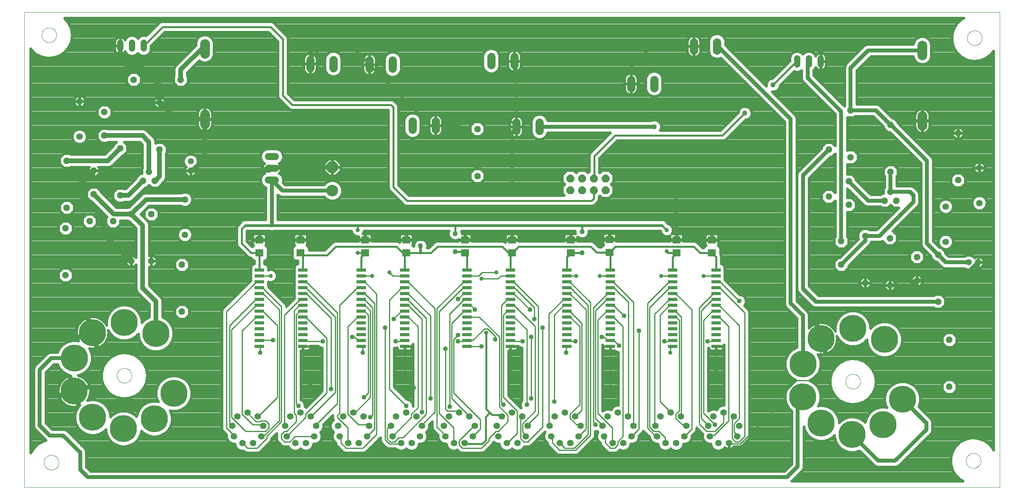
<source format=gbl>
G75*
%MOIN*%
%OFA0B0*%
%FSLAX25Y25*%
%IPPOS*%
%LPD*%
%AMOC8*
5,1,8,0,0,1.08239X$1,22.5*
%
%ADD10C,0.00000*%
%ADD11C,0.07050*%
%ADD12OC8,0.05200*%
%ADD13R,0.07087X0.06299*%
%ADD14C,0.05200*%
%ADD15C,0.05543*%
%ADD16C,0.08250*%
%ADD17C,0.05200*%
%ADD18R,0.07874X0.03000*%
%ADD19C,0.05600*%
%ADD20C,0.23000*%
%ADD21OC8,0.06600*%
%ADD22C,0.06000*%
%ADD23C,0.10000*%
%ADD24OC8,0.10000*%
%ADD25C,0.01600*%
%ADD26C,0.04356*%
%ADD27C,0.02400*%
%ADD28C,0.03569*%
%ADD29C,0.03200*%
%ADD30C,0.03962*%
%ADD31C,0.01000*%
%ADD32C,0.04000*%
%ADD33C,0.04000*%
D10*
X0002200Y0002700D02*
X0002200Y0407401D01*
X0832121Y0407401D01*
X0832121Y0002700D01*
X0002200Y0002700D01*
X0018901Y0023700D02*
X0018903Y0023858D01*
X0018909Y0024016D01*
X0018919Y0024174D01*
X0018933Y0024332D01*
X0018951Y0024489D01*
X0018972Y0024646D01*
X0018998Y0024802D01*
X0019028Y0024958D01*
X0019061Y0025113D01*
X0019099Y0025266D01*
X0019140Y0025419D01*
X0019185Y0025571D01*
X0019234Y0025722D01*
X0019287Y0025871D01*
X0019343Y0026019D01*
X0019403Y0026165D01*
X0019467Y0026310D01*
X0019535Y0026453D01*
X0019606Y0026595D01*
X0019680Y0026735D01*
X0019758Y0026872D01*
X0019840Y0027008D01*
X0019924Y0027142D01*
X0020013Y0027273D01*
X0020104Y0027402D01*
X0020199Y0027529D01*
X0020296Y0027654D01*
X0020397Y0027776D01*
X0020501Y0027895D01*
X0020608Y0028012D01*
X0020718Y0028126D01*
X0020831Y0028237D01*
X0020946Y0028346D01*
X0021064Y0028451D01*
X0021185Y0028553D01*
X0021308Y0028653D01*
X0021434Y0028749D01*
X0021562Y0028842D01*
X0021692Y0028932D01*
X0021825Y0029018D01*
X0021960Y0029102D01*
X0022096Y0029181D01*
X0022235Y0029258D01*
X0022376Y0029330D01*
X0022518Y0029400D01*
X0022662Y0029465D01*
X0022808Y0029527D01*
X0022955Y0029585D01*
X0023104Y0029640D01*
X0023254Y0029691D01*
X0023405Y0029738D01*
X0023557Y0029781D01*
X0023710Y0029820D01*
X0023865Y0029856D01*
X0024020Y0029887D01*
X0024176Y0029915D01*
X0024332Y0029939D01*
X0024489Y0029959D01*
X0024647Y0029975D01*
X0024804Y0029987D01*
X0024963Y0029995D01*
X0025121Y0029999D01*
X0025279Y0029999D01*
X0025437Y0029995D01*
X0025596Y0029987D01*
X0025753Y0029975D01*
X0025911Y0029959D01*
X0026068Y0029939D01*
X0026224Y0029915D01*
X0026380Y0029887D01*
X0026535Y0029856D01*
X0026690Y0029820D01*
X0026843Y0029781D01*
X0026995Y0029738D01*
X0027146Y0029691D01*
X0027296Y0029640D01*
X0027445Y0029585D01*
X0027592Y0029527D01*
X0027738Y0029465D01*
X0027882Y0029400D01*
X0028024Y0029330D01*
X0028165Y0029258D01*
X0028304Y0029181D01*
X0028440Y0029102D01*
X0028575Y0029018D01*
X0028708Y0028932D01*
X0028838Y0028842D01*
X0028966Y0028749D01*
X0029092Y0028653D01*
X0029215Y0028553D01*
X0029336Y0028451D01*
X0029454Y0028346D01*
X0029569Y0028237D01*
X0029682Y0028126D01*
X0029792Y0028012D01*
X0029899Y0027895D01*
X0030003Y0027776D01*
X0030104Y0027654D01*
X0030201Y0027529D01*
X0030296Y0027402D01*
X0030387Y0027273D01*
X0030476Y0027142D01*
X0030560Y0027008D01*
X0030642Y0026872D01*
X0030720Y0026735D01*
X0030794Y0026595D01*
X0030865Y0026453D01*
X0030933Y0026310D01*
X0030997Y0026165D01*
X0031057Y0026019D01*
X0031113Y0025871D01*
X0031166Y0025722D01*
X0031215Y0025571D01*
X0031260Y0025419D01*
X0031301Y0025266D01*
X0031339Y0025113D01*
X0031372Y0024958D01*
X0031402Y0024802D01*
X0031428Y0024646D01*
X0031449Y0024489D01*
X0031467Y0024332D01*
X0031481Y0024174D01*
X0031491Y0024016D01*
X0031497Y0023858D01*
X0031499Y0023700D01*
X0031497Y0023542D01*
X0031491Y0023384D01*
X0031481Y0023226D01*
X0031467Y0023068D01*
X0031449Y0022911D01*
X0031428Y0022754D01*
X0031402Y0022598D01*
X0031372Y0022442D01*
X0031339Y0022287D01*
X0031301Y0022134D01*
X0031260Y0021981D01*
X0031215Y0021829D01*
X0031166Y0021678D01*
X0031113Y0021529D01*
X0031057Y0021381D01*
X0030997Y0021235D01*
X0030933Y0021090D01*
X0030865Y0020947D01*
X0030794Y0020805D01*
X0030720Y0020665D01*
X0030642Y0020528D01*
X0030560Y0020392D01*
X0030476Y0020258D01*
X0030387Y0020127D01*
X0030296Y0019998D01*
X0030201Y0019871D01*
X0030104Y0019746D01*
X0030003Y0019624D01*
X0029899Y0019505D01*
X0029792Y0019388D01*
X0029682Y0019274D01*
X0029569Y0019163D01*
X0029454Y0019054D01*
X0029336Y0018949D01*
X0029215Y0018847D01*
X0029092Y0018747D01*
X0028966Y0018651D01*
X0028838Y0018558D01*
X0028708Y0018468D01*
X0028575Y0018382D01*
X0028440Y0018298D01*
X0028304Y0018219D01*
X0028165Y0018142D01*
X0028024Y0018070D01*
X0027882Y0018000D01*
X0027738Y0017935D01*
X0027592Y0017873D01*
X0027445Y0017815D01*
X0027296Y0017760D01*
X0027146Y0017709D01*
X0026995Y0017662D01*
X0026843Y0017619D01*
X0026690Y0017580D01*
X0026535Y0017544D01*
X0026380Y0017513D01*
X0026224Y0017485D01*
X0026068Y0017461D01*
X0025911Y0017441D01*
X0025753Y0017425D01*
X0025596Y0017413D01*
X0025437Y0017405D01*
X0025279Y0017401D01*
X0025121Y0017401D01*
X0024963Y0017405D01*
X0024804Y0017413D01*
X0024647Y0017425D01*
X0024489Y0017441D01*
X0024332Y0017461D01*
X0024176Y0017485D01*
X0024020Y0017513D01*
X0023865Y0017544D01*
X0023710Y0017580D01*
X0023557Y0017619D01*
X0023405Y0017662D01*
X0023254Y0017709D01*
X0023104Y0017760D01*
X0022955Y0017815D01*
X0022808Y0017873D01*
X0022662Y0017935D01*
X0022518Y0018000D01*
X0022376Y0018070D01*
X0022235Y0018142D01*
X0022096Y0018219D01*
X0021960Y0018298D01*
X0021825Y0018382D01*
X0021692Y0018468D01*
X0021562Y0018558D01*
X0021434Y0018651D01*
X0021308Y0018747D01*
X0021185Y0018847D01*
X0021064Y0018949D01*
X0020946Y0019054D01*
X0020831Y0019163D01*
X0020718Y0019274D01*
X0020608Y0019388D01*
X0020501Y0019505D01*
X0020397Y0019624D01*
X0020296Y0019746D01*
X0020199Y0019871D01*
X0020104Y0019998D01*
X0020013Y0020127D01*
X0019924Y0020258D01*
X0019840Y0020392D01*
X0019758Y0020528D01*
X0019680Y0020665D01*
X0019606Y0020805D01*
X0019535Y0020947D01*
X0019467Y0021090D01*
X0019403Y0021235D01*
X0019343Y0021381D01*
X0019287Y0021529D01*
X0019234Y0021678D01*
X0019185Y0021829D01*
X0019140Y0021981D01*
X0019099Y0022134D01*
X0019061Y0022287D01*
X0019028Y0022442D01*
X0018998Y0022598D01*
X0018972Y0022754D01*
X0018951Y0022911D01*
X0018933Y0023068D01*
X0018919Y0023226D01*
X0018909Y0023384D01*
X0018903Y0023542D01*
X0018901Y0023700D01*
X0080901Y0097700D02*
X0080903Y0097858D01*
X0080909Y0098016D01*
X0080919Y0098174D01*
X0080933Y0098332D01*
X0080951Y0098489D01*
X0080972Y0098646D01*
X0080998Y0098802D01*
X0081028Y0098958D01*
X0081061Y0099113D01*
X0081099Y0099266D01*
X0081140Y0099419D01*
X0081185Y0099571D01*
X0081234Y0099722D01*
X0081287Y0099871D01*
X0081343Y0100019D01*
X0081403Y0100165D01*
X0081467Y0100310D01*
X0081535Y0100453D01*
X0081606Y0100595D01*
X0081680Y0100735D01*
X0081758Y0100872D01*
X0081840Y0101008D01*
X0081924Y0101142D01*
X0082013Y0101273D01*
X0082104Y0101402D01*
X0082199Y0101529D01*
X0082296Y0101654D01*
X0082397Y0101776D01*
X0082501Y0101895D01*
X0082608Y0102012D01*
X0082718Y0102126D01*
X0082831Y0102237D01*
X0082946Y0102346D01*
X0083064Y0102451D01*
X0083185Y0102553D01*
X0083308Y0102653D01*
X0083434Y0102749D01*
X0083562Y0102842D01*
X0083692Y0102932D01*
X0083825Y0103018D01*
X0083960Y0103102D01*
X0084096Y0103181D01*
X0084235Y0103258D01*
X0084376Y0103330D01*
X0084518Y0103400D01*
X0084662Y0103465D01*
X0084808Y0103527D01*
X0084955Y0103585D01*
X0085104Y0103640D01*
X0085254Y0103691D01*
X0085405Y0103738D01*
X0085557Y0103781D01*
X0085710Y0103820D01*
X0085865Y0103856D01*
X0086020Y0103887D01*
X0086176Y0103915D01*
X0086332Y0103939D01*
X0086489Y0103959D01*
X0086647Y0103975D01*
X0086804Y0103987D01*
X0086963Y0103995D01*
X0087121Y0103999D01*
X0087279Y0103999D01*
X0087437Y0103995D01*
X0087596Y0103987D01*
X0087753Y0103975D01*
X0087911Y0103959D01*
X0088068Y0103939D01*
X0088224Y0103915D01*
X0088380Y0103887D01*
X0088535Y0103856D01*
X0088690Y0103820D01*
X0088843Y0103781D01*
X0088995Y0103738D01*
X0089146Y0103691D01*
X0089296Y0103640D01*
X0089445Y0103585D01*
X0089592Y0103527D01*
X0089738Y0103465D01*
X0089882Y0103400D01*
X0090024Y0103330D01*
X0090165Y0103258D01*
X0090304Y0103181D01*
X0090440Y0103102D01*
X0090575Y0103018D01*
X0090708Y0102932D01*
X0090838Y0102842D01*
X0090966Y0102749D01*
X0091092Y0102653D01*
X0091215Y0102553D01*
X0091336Y0102451D01*
X0091454Y0102346D01*
X0091569Y0102237D01*
X0091682Y0102126D01*
X0091792Y0102012D01*
X0091899Y0101895D01*
X0092003Y0101776D01*
X0092104Y0101654D01*
X0092201Y0101529D01*
X0092296Y0101402D01*
X0092387Y0101273D01*
X0092476Y0101142D01*
X0092560Y0101008D01*
X0092642Y0100872D01*
X0092720Y0100735D01*
X0092794Y0100595D01*
X0092865Y0100453D01*
X0092933Y0100310D01*
X0092997Y0100165D01*
X0093057Y0100019D01*
X0093113Y0099871D01*
X0093166Y0099722D01*
X0093215Y0099571D01*
X0093260Y0099419D01*
X0093301Y0099266D01*
X0093339Y0099113D01*
X0093372Y0098958D01*
X0093402Y0098802D01*
X0093428Y0098646D01*
X0093449Y0098489D01*
X0093467Y0098332D01*
X0093481Y0098174D01*
X0093491Y0098016D01*
X0093497Y0097858D01*
X0093499Y0097700D01*
X0093497Y0097542D01*
X0093491Y0097384D01*
X0093481Y0097226D01*
X0093467Y0097068D01*
X0093449Y0096911D01*
X0093428Y0096754D01*
X0093402Y0096598D01*
X0093372Y0096442D01*
X0093339Y0096287D01*
X0093301Y0096134D01*
X0093260Y0095981D01*
X0093215Y0095829D01*
X0093166Y0095678D01*
X0093113Y0095529D01*
X0093057Y0095381D01*
X0092997Y0095235D01*
X0092933Y0095090D01*
X0092865Y0094947D01*
X0092794Y0094805D01*
X0092720Y0094665D01*
X0092642Y0094528D01*
X0092560Y0094392D01*
X0092476Y0094258D01*
X0092387Y0094127D01*
X0092296Y0093998D01*
X0092201Y0093871D01*
X0092104Y0093746D01*
X0092003Y0093624D01*
X0091899Y0093505D01*
X0091792Y0093388D01*
X0091682Y0093274D01*
X0091569Y0093163D01*
X0091454Y0093054D01*
X0091336Y0092949D01*
X0091215Y0092847D01*
X0091092Y0092747D01*
X0090966Y0092651D01*
X0090838Y0092558D01*
X0090708Y0092468D01*
X0090575Y0092382D01*
X0090440Y0092298D01*
X0090304Y0092219D01*
X0090165Y0092142D01*
X0090024Y0092070D01*
X0089882Y0092000D01*
X0089738Y0091935D01*
X0089592Y0091873D01*
X0089445Y0091815D01*
X0089296Y0091760D01*
X0089146Y0091709D01*
X0088995Y0091662D01*
X0088843Y0091619D01*
X0088690Y0091580D01*
X0088535Y0091544D01*
X0088380Y0091513D01*
X0088224Y0091485D01*
X0088068Y0091461D01*
X0087911Y0091441D01*
X0087753Y0091425D01*
X0087596Y0091413D01*
X0087437Y0091405D01*
X0087279Y0091401D01*
X0087121Y0091401D01*
X0086963Y0091405D01*
X0086804Y0091413D01*
X0086647Y0091425D01*
X0086489Y0091441D01*
X0086332Y0091461D01*
X0086176Y0091485D01*
X0086020Y0091513D01*
X0085865Y0091544D01*
X0085710Y0091580D01*
X0085557Y0091619D01*
X0085405Y0091662D01*
X0085254Y0091709D01*
X0085104Y0091760D01*
X0084955Y0091815D01*
X0084808Y0091873D01*
X0084662Y0091935D01*
X0084518Y0092000D01*
X0084376Y0092070D01*
X0084235Y0092142D01*
X0084096Y0092219D01*
X0083960Y0092298D01*
X0083825Y0092382D01*
X0083692Y0092468D01*
X0083562Y0092558D01*
X0083434Y0092651D01*
X0083308Y0092747D01*
X0083185Y0092847D01*
X0083064Y0092949D01*
X0082946Y0093054D01*
X0082831Y0093163D01*
X0082718Y0093274D01*
X0082608Y0093388D01*
X0082501Y0093505D01*
X0082397Y0093624D01*
X0082296Y0093746D01*
X0082199Y0093871D01*
X0082104Y0093998D01*
X0082013Y0094127D01*
X0081924Y0094258D01*
X0081840Y0094392D01*
X0081758Y0094528D01*
X0081680Y0094665D01*
X0081606Y0094805D01*
X0081535Y0094947D01*
X0081467Y0095090D01*
X0081403Y0095235D01*
X0081343Y0095381D01*
X0081287Y0095529D01*
X0081234Y0095678D01*
X0081185Y0095829D01*
X0081140Y0095981D01*
X0081099Y0096134D01*
X0081061Y0096287D01*
X0081028Y0096442D01*
X0080998Y0096598D01*
X0080972Y0096754D01*
X0080951Y0096911D01*
X0080933Y0097068D01*
X0080919Y0097226D01*
X0080909Y0097384D01*
X0080903Y0097542D01*
X0080901Y0097700D01*
X0016901Y0387700D02*
X0016903Y0387858D01*
X0016909Y0388016D01*
X0016919Y0388174D01*
X0016933Y0388332D01*
X0016951Y0388489D01*
X0016972Y0388646D01*
X0016998Y0388802D01*
X0017028Y0388958D01*
X0017061Y0389113D01*
X0017099Y0389266D01*
X0017140Y0389419D01*
X0017185Y0389571D01*
X0017234Y0389722D01*
X0017287Y0389871D01*
X0017343Y0390019D01*
X0017403Y0390165D01*
X0017467Y0390310D01*
X0017535Y0390453D01*
X0017606Y0390595D01*
X0017680Y0390735D01*
X0017758Y0390872D01*
X0017840Y0391008D01*
X0017924Y0391142D01*
X0018013Y0391273D01*
X0018104Y0391402D01*
X0018199Y0391529D01*
X0018296Y0391654D01*
X0018397Y0391776D01*
X0018501Y0391895D01*
X0018608Y0392012D01*
X0018718Y0392126D01*
X0018831Y0392237D01*
X0018946Y0392346D01*
X0019064Y0392451D01*
X0019185Y0392553D01*
X0019308Y0392653D01*
X0019434Y0392749D01*
X0019562Y0392842D01*
X0019692Y0392932D01*
X0019825Y0393018D01*
X0019960Y0393102D01*
X0020096Y0393181D01*
X0020235Y0393258D01*
X0020376Y0393330D01*
X0020518Y0393400D01*
X0020662Y0393465D01*
X0020808Y0393527D01*
X0020955Y0393585D01*
X0021104Y0393640D01*
X0021254Y0393691D01*
X0021405Y0393738D01*
X0021557Y0393781D01*
X0021710Y0393820D01*
X0021865Y0393856D01*
X0022020Y0393887D01*
X0022176Y0393915D01*
X0022332Y0393939D01*
X0022489Y0393959D01*
X0022647Y0393975D01*
X0022804Y0393987D01*
X0022963Y0393995D01*
X0023121Y0393999D01*
X0023279Y0393999D01*
X0023437Y0393995D01*
X0023596Y0393987D01*
X0023753Y0393975D01*
X0023911Y0393959D01*
X0024068Y0393939D01*
X0024224Y0393915D01*
X0024380Y0393887D01*
X0024535Y0393856D01*
X0024690Y0393820D01*
X0024843Y0393781D01*
X0024995Y0393738D01*
X0025146Y0393691D01*
X0025296Y0393640D01*
X0025445Y0393585D01*
X0025592Y0393527D01*
X0025738Y0393465D01*
X0025882Y0393400D01*
X0026024Y0393330D01*
X0026165Y0393258D01*
X0026304Y0393181D01*
X0026440Y0393102D01*
X0026575Y0393018D01*
X0026708Y0392932D01*
X0026838Y0392842D01*
X0026966Y0392749D01*
X0027092Y0392653D01*
X0027215Y0392553D01*
X0027336Y0392451D01*
X0027454Y0392346D01*
X0027569Y0392237D01*
X0027682Y0392126D01*
X0027792Y0392012D01*
X0027899Y0391895D01*
X0028003Y0391776D01*
X0028104Y0391654D01*
X0028201Y0391529D01*
X0028296Y0391402D01*
X0028387Y0391273D01*
X0028476Y0391142D01*
X0028560Y0391008D01*
X0028642Y0390872D01*
X0028720Y0390735D01*
X0028794Y0390595D01*
X0028865Y0390453D01*
X0028933Y0390310D01*
X0028997Y0390165D01*
X0029057Y0390019D01*
X0029113Y0389871D01*
X0029166Y0389722D01*
X0029215Y0389571D01*
X0029260Y0389419D01*
X0029301Y0389266D01*
X0029339Y0389113D01*
X0029372Y0388958D01*
X0029402Y0388802D01*
X0029428Y0388646D01*
X0029449Y0388489D01*
X0029467Y0388332D01*
X0029481Y0388174D01*
X0029491Y0388016D01*
X0029497Y0387858D01*
X0029499Y0387700D01*
X0029497Y0387542D01*
X0029491Y0387384D01*
X0029481Y0387226D01*
X0029467Y0387068D01*
X0029449Y0386911D01*
X0029428Y0386754D01*
X0029402Y0386598D01*
X0029372Y0386442D01*
X0029339Y0386287D01*
X0029301Y0386134D01*
X0029260Y0385981D01*
X0029215Y0385829D01*
X0029166Y0385678D01*
X0029113Y0385529D01*
X0029057Y0385381D01*
X0028997Y0385235D01*
X0028933Y0385090D01*
X0028865Y0384947D01*
X0028794Y0384805D01*
X0028720Y0384665D01*
X0028642Y0384528D01*
X0028560Y0384392D01*
X0028476Y0384258D01*
X0028387Y0384127D01*
X0028296Y0383998D01*
X0028201Y0383871D01*
X0028104Y0383746D01*
X0028003Y0383624D01*
X0027899Y0383505D01*
X0027792Y0383388D01*
X0027682Y0383274D01*
X0027569Y0383163D01*
X0027454Y0383054D01*
X0027336Y0382949D01*
X0027215Y0382847D01*
X0027092Y0382747D01*
X0026966Y0382651D01*
X0026838Y0382558D01*
X0026708Y0382468D01*
X0026575Y0382382D01*
X0026440Y0382298D01*
X0026304Y0382219D01*
X0026165Y0382142D01*
X0026024Y0382070D01*
X0025882Y0382000D01*
X0025738Y0381935D01*
X0025592Y0381873D01*
X0025445Y0381815D01*
X0025296Y0381760D01*
X0025146Y0381709D01*
X0024995Y0381662D01*
X0024843Y0381619D01*
X0024690Y0381580D01*
X0024535Y0381544D01*
X0024380Y0381513D01*
X0024224Y0381485D01*
X0024068Y0381461D01*
X0023911Y0381441D01*
X0023753Y0381425D01*
X0023596Y0381413D01*
X0023437Y0381405D01*
X0023279Y0381401D01*
X0023121Y0381401D01*
X0022963Y0381405D01*
X0022804Y0381413D01*
X0022647Y0381425D01*
X0022489Y0381441D01*
X0022332Y0381461D01*
X0022176Y0381485D01*
X0022020Y0381513D01*
X0021865Y0381544D01*
X0021710Y0381580D01*
X0021557Y0381619D01*
X0021405Y0381662D01*
X0021254Y0381709D01*
X0021104Y0381760D01*
X0020955Y0381815D01*
X0020808Y0381873D01*
X0020662Y0381935D01*
X0020518Y0382000D01*
X0020376Y0382070D01*
X0020235Y0382142D01*
X0020096Y0382219D01*
X0019960Y0382298D01*
X0019825Y0382382D01*
X0019692Y0382468D01*
X0019562Y0382558D01*
X0019434Y0382651D01*
X0019308Y0382747D01*
X0019185Y0382847D01*
X0019064Y0382949D01*
X0018946Y0383054D01*
X0018831Y0383163D01*
X0018718Y0383274D01*
X0018608Y0383388D01*
X0018501Y0383505D01*
X0018397Y0383624D01*
X0018296Y0383746D01*
X0018199Y0383871D01*
X0018104Y0383998D01*
X0018013Y0384127D01*
X0017924Y0384258D01*
X0017840Y0384392D01*
X0017758Y0384528D01*
X0017680Y0384665D01*
X0017606Y0384805D01*
X0017535Y0384947D01*
X0017467Y0385090D01*
X0017403Y0385235D01*
X0017343Y0385381D01*
X0017287Y0385529D01*
X0017234Y0385678D01*
X0017185Y0385829D01*
X0017140Y0385981D01*
X0017099Y0386134D01*
X0017061Y0386287D01*
X0017028Y0386442D01*
X0016998Y0386598D01*
X0016972Y0386754D01*
X0016951Y0386911D01*
X0016933Y0387068D01*
X0016919Y0387226D01*
X0016909Y0387384D01*
X0016903Y0387542D01*
X0016901Y0387700D01*
X0700901Y0092700D02*
X0700903Y0092858D01*
X0700909Y0093016D01*
X0700919Y0093174D01*
X0700933Y0093332D01*
X0700951Y0093489D01*
X0700972Y0093646D01*
X0700998Y0093802D01*
X0701028Y0093958D01*
X0701061Y0094113D01*
X0701099Y0094266D01*
X0701140Y0094419D01*
X0701185Y0094571D01*
X0701234Y0094722D01*
X0701287Y0094871D01*
X0701343Y0095019D01*
X0701403Y0095165D01*
X0701467Y0095310D01*
X0701535Y0095453D01*
X0701606Y0095595D01*
X0701680Y0095735D01*
X0701758Y0095872D01*
X0701840Y0096008D01*
X0701924Y0096142D01*
X0702013Y0096273D01*
X0702104Y0096402D01*
X0702199Y0096529D01*
X0702296Y0096654D01*
X0702397Y0096776D01*
X0702501Y0096895D01*
X0702608Y0097012D01*
X0702718Y0097126D01*
X0702831Y0097237D01*
X0702946Y0097346D01*
X0703064Y0097451D01*
X0703185Y0097553D01*
X0703308Y0097653D01*
X0703434Y0097749D01*
X0703562Y0097842D01*
X0703692Y0097932D01*
X0703825Y0098018D01*
X0703960Y0098102D01*
X0704096Y0098181D01*
X0704235Y0098258D01*
X0704376Y0098330D01*
X0704518Y0098400D01*
X0704662Y0098465D01*
X0704808Y0098527D01*
X0704955Y0098585D01*
X0705104Y0098640D01*
X0705254Y0098691D01*
X0705405Y0098738D01*
X0705557Y0098781D01*
X0705710Y0098820D01*
X0705865Y0098856D01*
X0706020Y0098887D01*
X0706176Y0098915D01*
X0706332Y0098939D01*
X0706489Y0098959D01*
X0706647Y0098975D01*
X0706804Y0098987D01*
X0706963Y0098995D01*
X0707121Y0098999D01*
X0707279Y0098999D01*
X0707437Y0098995D01*
X0707596Y0098987D01*
X0707753Y0098975D01*
X0707911Y0098959D01*
X0708068Y0098939D01*
X0708224Y0098915D01*
X0708380Y0098887D01*
X0708535Y0098856D01*
X0708690Y0098820D01*
X0708843Y0098781D01*
X0708995Y0098738D01*
X0709146Y0098691D01*
X0709296Y0098640D01*
X0709445Y0098585D01*
X0709592Y0098527D01*
X0709738Y0098465D01*
X0709882Y0098400D01*
X0710024Y0098330D01*
X0710165Y0098258D01*
X0710304Y0098181D01*
X0710440Y0098102D01*
X0710575Y0098018D01*
X0710708Y0097932D01*
X0710838Y0097842D01*
X0710966Y0097749D01*
X0711092Y0097653D01*
X0711215Y0097553D01*
X0711336Y0097451D01*
X0711454Y0097346D01*
X0711569Y0097237D01*
X0711682Y0097126D01*
X0711792Y0097012D01*
X0711899Y0096895D01*
X0712003Y0096776D01*
X0712104Y0096654D01*
X0712201Y0096529D01*
X0712296Y0096402D01*
X0712387Y0096273D01*
X0712476Y0096142D01*
X0712560Y0096008D01*
X0712642Y0095872D01*
X0712720Y0095735D01*
X0712794Y0095595D01*
X0712865Y0095453D01*
X0712933Y0095310D01*
X0712997Y0095165D01*
X0713057Y0095019D01*
X0713113Y0094871D01*
X0713166Y0094722D01*
X0713215Y0094571D01*
X0713260Y0094419D01*
X0713301Y0094266D01*
X0713339Y0094113D01*
X0713372Y0093958D01*
X0713402Y0093802D01*
X0713428Y0093646D01*
X0713449Y0093489D01*
X0713467Y0093332D01*
X0713481Y0093174D01*
X0713491Y0093016D01*
X0713497Y0092858D01*
X0713499Y0092700D01*
X0713497Y0092542D01*
X0713491Y0092384D01*
X0713481Y0092226D01*
X0713467Y0092068D01*
X0713449Y0091911D01*
X0713428Y0091754D01*
X0713402Y0091598D01*
X0713372Y0091442D01*
X0713339Y0091287D01*
X0713301Y0091134D01*
X0713260Y0090981D01*
X0713215Y0090829D01*
X0713166Y0090678D01*
X0713113Y0090529D01*
X0713057Y0090381D01*
X0712997Y0090235D01*
X0712933Y0090090D01*
X0712865Y0089947D01*
X0712794Y0089805D01*
X0712720Y0089665D01*
X0712642Y0089528D01*
X0712560Y0089392D01*
X0712476Y0089258D01*
X0712387Y0089127D01*
X0712296Y0088998D01*
X0712201Y0088871D01*
X0712104Y0088746D01*
X0712003Y0088624D01*
X0711899Y0088505D01*
X0711792Y0088388D01*
X0711682Y0088274D01*
X0711569Y0088163D01*
X0711454Y0088054D01*
X0711336Y0087949D01*
X0711215Y0087847D01*
X0711092Y0087747D01*
X0710966Y0087651D01*
X0710838Y0087558D01*
X0710708Y0087468D01*
X0710575Y0087382D01*
X0710440Y0087298D01*
X0710304Y0087219D01*
X0710165Y0087142D01*
X0710024Y0087070D01*
X0709882Y0087000D01*
X0709738Y0086935D01*
X0709592Y0086873D01*
X0709445Y0086815D01*
X0709296Y0086760D01*
X0709146Y0086709D01*
X0708995Y0086662D01*
X0708843Y0086619D01*
X0708690Y0086580D01*
X0708535Y0086544D01*
X0708380Y0086513D01*
X0708224Y0086485D01*
X0708068Y0086461D01*
X0707911Y0086441D01*
X0707753Y0086425D01*
X0707596Y0086413D01*
X0707437Y0086405D01*
X0707279Y0086401D01*
X0707121Y0086401D01*
X0706963Y0086405D01*
X0706804Y0086413D01*
X0706647Y0086425D01*
X0706489Y0086441D01*
X0706332Y0086461D01*
X0706176Y0086485D01*
X0706020Y0086513D01*
X0705865Y0086544D01*
X0705710Y0086580D01*
X0705557Y0086619D01*
X0705405Y0086662D01*
X0705254Y0086709D01*
X0705104Y0086760D01*
X0704955Y0086815D01*
X0704808Y0086873D01*
X0704662Y0086935D01*
X0704518Y0087000D01*
X0704376Y0087070D01*
X0704235Y0087142D01*
X0704096Y0087219D01*
X0703960Y0087298D01*
X0703825Y0087382D01*
X0703692Y0087468D01*
X0703562Y0087558D01*
X0703434Y0087651D01*
X0703308Y0087747D01*
X0703185Y0087847D01*
X0703064Y0087949D01*
X0702946Y0088054D01*
X0702831Y0088163D01*
X0702718Y0088274D01*
X0702608Y0088388D01*
X0702501Y0088505D01*
X0702397Y0088624D01*
X0702296Y0088746D01*
X0702199Y0088871D01*
X0702104Y0088998D01*
X0702013Y0089127D01*
X0701924Y0089258D01*
X0701840Y0089392D01*
X0701758Y0089528D01*
X0701680Y0089665D01*
X0701606Y0089805D01*
X0701535Y0089947D01*
X0701467Y0090090D01*
X0701403Y0090235D01*
X0701343Y0090381D01*
X0701287Y0090529D01*
X0701234Y0090678D01*
X0701185Y0090829D01*
X0701140Y0090981D01*
X0701099Y0091134D01*
X0701061Y0091287D01*
X0701028Y0091442D01*
X0700998Y0091598D01*
X0700972Y0091754D01*
X0700951Y0091911D01*
X0700933Y0092068D01*
X0700919Y0092226D01*
X0700909Y0092384D01*
X0700903Y0092542D01*
X0700901Y0092700D01*
X0803401Y0025200D02*
X0803403Y0025358D01*
X0803409Y0025516D01*
X0803419Y0025674D01*
X0803433Y0025832D01*
X0803451Y0025989D01*
X0803472Y0026146D01*
X0803498Y0026302D01*
X0803528Y0026458D01*
X0803561Y0026613D01*
X0803599Y0026766D01*
X0803640Y0026919D01*
X0803685Y0027071D01*
X0803734Y0027222D01*
X0803787Y0027371D01*
X0803843Y0027519D01*
X0803903Y0027665D01*
X0803967Y0027810D01*
X0804035Y0027953D01*
X0804106Y0028095D01*
X0804180Y0028235D01*
X0804258Y0028372D01*
X0804340Y0028508D01*
X0804424Y0028642D01*
X0804513Y0028773D01*
X0804604Y0028902D01*
X0804699Y0029029D01*
X0804796Y0029154D01*
X0804897Y0029276D01*
X0805001Y0029395D01*
X0805108Y0029512D01*
X0805218Y0029626D01*
X0805331Y0029737D01*
X0805446Y0029846D01*
X0805564Y0029951D01*
X0805685Y0030053D01*
X0805808Y0030153D01*
X0805934Y0030249D01*
X0806062Y0030342D01*
X0806192Y0030432D01*
X0806325Y0030518D01*
X0806460Y0030602D01*
X0806596Y0030681D01*
X0806735Y0030758D01*
X0806876Y0030830D01*
X0807018Y0030900D01*
X0807162Y0030965D01*
X0807308Y0031027D01*
X0807455Y0031085D01*
X0807604Y0031140D01*
X0807754Y0031191D01*
X0807905Y0031238D01*
X0808057Y0031281D01*
X0808210Y0031320D01*
X0808365Y0031356D01*
X0808520Y0031387D01*
X0808676Y0031415D01*
X0808832Y0031439D01*
X0808989Y0031459D01*
X0809147Y0031475D01*
X0809304Y0031487D01*
X0809463Y0031495D01*
X0809621Y0031499D01*
X0809779Y0031499D01*
X0809937Y0031495D01*
X0810096Y0031487D01*
X0810253Y0031475D01*
X0810411Y0031459D01*
X0810568Y0031439D01*
X0810724Y0031415D01*
X0810880Y0031387D01*
X0811035Y0031356D01*
X0811190Y0031320D01*
X0811343Y0031281D01*
X0811495Y0031238D01*
X0811646Y0031191D01*
X0811796Y0031140D01*
X0811945Y0031085D01*
X0812092Y0031027D01*
X0812238Y0030965D01*
X0812382Y0030900D01*
X0812524Y0030830D01*
X0812665Y0030758D01*
X0812804Y0030681D01*
X0812940Y0030602D01*
X0813075Y0030518D01*
X0813208Y0030432D01*
X0813338Y0030342D01*
X0813466Y0030249D01*
X0813592Y0030153D01*
X0813715Y0030053D01*
X0813836Y0029951D01*
X0813954Y0029846D01*
X0814069Y0029737D01*
X0814182Y0029626D01*
X0814292Y0029512D01*
X0814399Y0029395D01*
X0814503Y0029276D01*
X0814604Y0029154D01*
X0814701Y0029029D01*
X0814796Y0028902D01*
X0814887Y0028773D01*
X0814976Y0028642D01*
X0815060Y0028508D01*
X0815142Y0028372D01*
X0815220Y0028235D01*
X0815294Y0028095D01*
X0815365Y0027953D01*
X0815433Y0027810D01*
X0815497Y0027665D01*
X0815557Y0027519D01*
X0815613Y0027371D01*
X0815666Y0027222D01*
X0815715Y0027071D01*
X0815760Y0026919D01*
X0815801Y0026766D01*
X0815839Y0026613D01*
X0815872Y0026458D01*
X0815902Y0026302D01*
X0815928Y0026146D01*
X0815949Y0025989D01*
X0815967Y0025832D01*
X0815981Y0025674D01*
X0815991Y0025516D01*
X0815997Y0025358D01*
X0815999Y0025200D01*
X0815997Y0025042D01*
X0815991Y0024884D01*
X0815981Y0024726D01*
X0815967Y0024568D01*
X0815949Y0024411D01*
X0815928Y0024254D01*
X0815902Y0024098D01*
X0815872Y0023942D01*
X0815839Y0023787D01*
X0815801Y0023634D01*
X0815760Y0023481D01*
X0815715Y0023329D01*
X0815666Y0023178D01*
X0815613Y0023029D01*
X0815557Y0022881D01*
X0815497Y0022735D01*
X0815433Y0022590D01*
X0815365Y0022447D01*
X0815294Y0022305D01*
X0815220Y0022165D01*
X0815142Y0022028D01*
X0815060Y0021892D01*
X0814976Y0021758D01*
X0814887Y0021627D01*
X0814796Y0021498D01*
X0814701Y0021371D01*
X0814604Y0021246D01*
X0814503Y0021124D01*
X0814399Y0021005D01*
X0814292Y0020888D01*
X0814182Y0020774D01*
X0814069Y0020663D01*
X0813954Y0020554D01*
X0813836Y0020449D01*
X0813715Y0020347D01*
X0813592Y0020247D01*
X0813466Y0020151D01*
X0813338Y0020058D01*
X0813208Y0019968D01*
X0813075Y0019882D01*
X0812940Y0019798D01*
X0812804Y0019719D01*
X0812665Y0019642D01*
X0812524Y0019570D01*
X0812382Y0019500D01*
X0812238Y0019435D01*
X0812092Y0019373D01*
X0811945Y0019315D01*
X0811796Y0019260D01*
X0811646Y0019209D01*
X0811495Y0019162D01*
X0811343Y0019119D01*
X0811190Y0019080D01*
X0811035Y0019044D01*
X0810880Y0019013D01*
X0810724Y0018985D01*
X0810568Y0018961D01*
X0810411Y0018941D01*
X0810253Y0018925D01*
X0810096Y0018913D01*
X0809937Y0018905D01*
X0809779Y0018901D01*
X0809621Y0018901D01*
X0809463Y0018905D01*
X0809304Y0018913D01*
X0809147Y0018925D01*
X0808989Y0018941D01*
X0808832Y0018961D01*
X0808676Y0018985D01*
X0808520Y0019013D01*
X0808365Y0019044D01*
X0808210Y0019080D01*
X0808057Y0019119D01*
X0807905Y0019162D01*
X0807754Y0019209D01*
X0807604Y0019260D01*
X0807455Y0019315D01*
X0807308Y0019373D01*
X0807162Y0019435D01*
X0807018Y0019500D01*
X0806876Y0019570D01*
X0806735Y0019642D01*
X0806596Y0019719D01*
X0806460Y0019798D01*
X0806325Y0019882D01*
X0806192Y0019968D01*
X0806062Y0020058D01*
X0805934Y0020151D01*
X0805808Y0020247D01*
X0805685Y0020347D01*
X0805564Y0020449D01*
X0805446Y0020554D01*
X0805331Y0020663D01*
X0805218Y0020774D01*
X0805108Y0020888D01*
X0805001Y0021005D01*
X0804897Y0021124D01*
X0804796Y0021246D01*
X0804699Y0021371D01*
X0804604Y0021498D01*
X0804513Y0021627D01*
X0804424Y0021758D01*
X0804340Y0021892D01*
X0804258Y0022028D01*
X0804180Y0022165D01*
X0804106Y0022305D01*
X0804035Y0022447D01*
X0803967Y0022590D01*
X0803903Y0022735D01*
X0803843Y0022881D01*
X0803787Y0023029D01*
X0803734Y0023178D01*
X0803685Y0023329D01*
X0803640Y0023481D01*
X0803599Y0023634D01*
X0803561Y0023787D01*
X0803528Y0023942D01*
X0803498Y0024098D01*
X0803472Y0024254D01*
X0803451Y0024411D01*
X0803433Y0024568D01*
X0803419Y0024726D01*
X0803409Y0024884D01*
X0803403Y0025042D01*
X0803401Y0025200D01*
X0804401Y0385200D02*
X0804403Y0385358D01*
X0804409Y0385516D01*
X0804419Y0385674D01*
X0804433Y0385832D01*
X0804451Y0385989D01*
X0804472Y0386146D01*
X0804498Y0386302D01*
X0804528Y0386458D01*
X0804561Y0386613D01*
X0804599Y0386766D01*
X0804640Y0386919D01*
X0804685Y0387071D01*
X0804734Y0387222D01*
X0804787Y0387371D01*
X0804843Y0387519D01*
X0804903Y0387665D01*
X0804967Y0387810D01*
X0805035Y0387953D01*
X0805106Y0388095D01*
X0805180Y0388235D01*
X0805258Y0388372D01*
X0805340Y0388508D01*
X0805424Y0388642D01*
X0805513Y0388773D01*
X0805604Y0388902D01*
X0805699Y0389029D01*
X0805796Y0389154D01*
X0805897Y0389276D01*
X0806001Y0389395D01*
X0806108Y0389512D01*
X0806218Y0389626D01*
X0806331Y0389737D01*
X0806446Y0389846D01*
X0806564Y0389951D01*
X0806685Y0390053D01*
X0806808Y0390153D01*
X0806934Y0390249D01*
X0807062Y0390342D01*
X0807192Y0390432D01*
X0807325Y0390518D01*
X0807460Y0390602D01*
X0807596Y0390681D01*
X0807735Y0390758D01*
X0807876Y0390830D01*
X0808018Y0390900D01*
X0808162Y0390965D01*
X0808308Y0391027D01*
X0808455Y0391085D01*
X0808604Y0391140D01*
X0808754Y0391191D01*
X0808905Y0391238D01*
X0809057Y0391281D01*
X0809210Y0391320D01*
X0809365Y0391356D01*
X0809520Y0391387D01*
X0809676Y0391415D01*
X0809832Y0391439D01*
X0809989Y0391459D01*
X0810147Y0391475D01*
X0810304Y0391487D01*
X0810463Y0391495D01*
X0810621Y0391499D01*
X0810779Y0391499D01*
X0810937Y0391495D01*
X0811096Y0391487D01*
X0811253Y0391475D01*
X0811411Y0391459D01*
X0811568Y0391439D01*
X0811724Y0391415D01*
X0811880Y0391387D01*
X0812035Y0391356D01*
X0812190Y0391320D01*
X0812343Y0391281D01*
X0812495Y0391238D01*
X0812646Y0391191D01*
X0812796Y0391140D01*
X0812945Y0391085D01*
X0813092Y0391027D01*
X0813238Y0390965D01*
X0813382Y0390900D01*
X0813524Y0390830D01*
X0813665Y0390758D01*
X0813804Y0390681D01*
X0813940Y0390602D01*
X0814075Y0390518D01*
X0814208Y0390432D01*
X0814338Y0390342D01*
X0814466Y0390249D01*
X0814592Y0390153D01*
X0814715Y0390053D01*
X0814836Y0389951D01*
X0814954Y0389846D01*
X0815069Y0389737D01*
X0815182Y0389626D01*
X0815292Y0389512D01*
X0815399Y0389395D01*
X0815503Y0389276D01*
X0815604Y0389154D01*
X0815701Y0389029D01*
X0815796Y0388902D01*
X0815887Y0388773D01*
X0815976Y0388642D01*
X0816060Y0388508D01*
X0816142Y0388372D01*
X0816220Y0388235D01*
X0816294Y0388095D01*
X0816365Y0387953D01*
X0816433Y0387810D01*
X0816497Y0387665D01*
X0816557Y0387519D01*
X0816613Y0387371D01*
X0816666Y0387222D01*
X0816715Y0387071D01*
X0816760Y0386919D01*
X0816801Y0386766D01*
X0816839Y0386613D01*
X0816872Y0386458D01*
X0816902Y0386302D01*
X0816928Y0386146D01*
X0816949Y0385989D01*
X0816967Y0385832D01*
X0816981Y0385674D01*
X0816991Y0385516D01*
X0816997Y0385358D01*
X0816999Y0385200D01*
X0816997Y0385042D01*
X0816991Y0384884D01*
X0816981Y0384726D01*
X0816967Y0384568D01*
X0816949Y0384411D01*
X0816928Y0384254D01*
X0816902Y0384098D01*
X0816872Y0383942D01*
X0816839Y0383787D01*
X0816801Y0383634D01*
X0816760Y0383481D01*
X0816715Y0383329D01*
X0816666Y0383178D01*
X0816613Y0383029D01*
X0816557Y0382881D01*
X0816497Y0382735D01*
X0816433Y0382590D01*
X0816365Y0382447D01*
X0816294Y0382305D01*
X0816220Y0382165D01*
X0816142Y0382028D01*
X0816060Y0381892D01*
X0815976Y0381758D01*
X0815887Y0381627D01*
X0815796Y0381498D01*
X0815701Y0381371D01*
X0815604Y0381246D01*
X0815503Y0381124D01*
X0815399Y0381005D01*
X0815292Y0380888D01*
X0815182Y0380774D01*
X0815069Y0380663D01*
X0814954Y0380554D01*
X0814836Y0380449D01*
X0814715Y0380347D01*
X0814592Y0380247D01*
X0814466Y0380151D01*
X0814338Y0380058D01*
X0814208Y0379968D01*
X0814075Y0379882D01*
X0813940Y0379798D01*
X0813804Y0379719D01*
X0813665Y0379642D01*
X0813524Y0379570D01*
X0813382Y0379500D01*
X0813238Y0379435D01*
X0813092Y0379373D01*
X0812945Y0379315D01*
X0812796Y0379260D01*
X0812646Y0379209D01*
X0812495Y0379162D01*
X0812343Y0379119D01*
X0812190Y0379080D01*
X0812035Y0379044D01*
X0811880Y0379013D01*
X0811724Y0378985D01*
X0811568Y0378961D01*
X0811411Y0378941D01*
X0811253Y0378925D01*
X0811096Y0378913D01*
X0810937Y0378905D01*
X0810779Y0378901D01*
X0810621Y0378901D01*
X0810463Y0378905D01*
X0810304Y0378913D01*
X0810147Y0378925D01*
X0809989Y0378941D01*
X0809832Y0378961D01*
X0809676Y0378985D01*
X0809520Y0379013D01*
X0809365Y0379044D01*
X0809210Y0379080D01*
X0809057Y0379119D01*
X0808905Y0379162D01*
X0808754Y0379209D01*
X0808604Y0379260D01*
X0808455Y0379315D01*
X0808308Y0379373D01*
X0808162Y0379435D01*
X0808018Y0379500D01*
X0807876Y0379570D01*
X0807735Y0379642D01*
X0807596Y0379719D01*
X0807460Y0379798D01*
X0807325Y0379882D01*
X0807192Y0379968D01*
X0807062Y0380058D01*
X0806934Y0380151D01*
X0806808Y0380247D01*
X0806685Y0380347D01*
X0806564Y0380449D01*
X0806446Y0380554D01*
X0806331Y0380663D01*
X0806218Y0380774D01*
X0806108Y0380888D01*
X0806001Y0381005D01*
X0805897Y0381124D01*
X0805796Y0381246D01*
X0805699Y0381371D01*
X0805604Y0381498D01*
X0805513Y0381627D01*
X0805424Y0381758D01*
X0805340Y0381892D01*
X0805258Y0382028D01*
X0805180Y0382165D01*
X0805106Y0382305D01*
X0805035Y0382447D01*
X0804967Y0382590D01*
X0804903Y0382735D01*
X0804843Y0382881D01*
X0804787Y0383029D01*
X0804734Y0383178D01*
X0804685Y0383329D01*
X0804640Y0383481D01*
X0804599Y0383634D01*
X0804561Y0383787D01*
X0804528Y0383942D01*
X0804498Y0384098D01*
X0804472Y0384254D01*
X0804451Y0384411D01*
X0804433Y0384568D01*
X0804419Y0384726D01*
X0804409Y0384884D01*
X0804403Y0385042D01*
X0804401Y0385200D01*
D11*
X0591543Y0381725D02*
X0591543Y0374675D01*
X0571857Y0374675D02*
X0571857Y0381725D01*
X0538043Y0349725D02*
X0538043Y0342675D01*
X0518357Y0342675D02*
X0518357Y0349725D01*
X0440543Y0313225D02*
X0440543Y0306175D01*
X0420857Y0306175D02*
X0420857Y0313225D01*
X0352043Y0314225D02*
X0352043Y0307175D01*
X0332357Y0307175D02*
X0332357Y0314225D01*
X0315543Y0359175D02*
X0315543Y0366225D01*
X0295857Y0366225D02*
X0295857Y0359175D01*
X0265043Y0359675D02*
X0265043Y0366725D01*
X0245357Y0366725D02*
X0245357Y0359675D01*
X0399357Y0362175D02*
X0399357Y0369225D01*
X0419043Y0369225D02*
X0419043Y0362175D01*
D12*
X0387700Y0307700D03*
X0387700Y0267700D03*
X0143700Y0272200D03*
X0113200Y0263700D03*
X0103200Y0263700D03*
X0108200Y0271200D03*
X0117200Y0290200D03*
X0083700Y0291200D03*
X0070200Y0302200D03*
X0070200Y0322200D03*
X0117200Y0330200D03*
X0135200Y0349700D03*
X0095200Y0349700D03*
X0038200Y0280700D03*
X0061200Y0272200D03*
X0061200Y0252200D03*
X0083700Y0251200D03*
X0093200Y0235200D03*
X0077700Y0229200D03*
X0057700Y0229200D03*
X0037200Y0223200D03*
X0038200Y0240700D03*
X0110200Y0235200D03*
X0110200Y0195200D03*
X0093200Y0195200D03*
X0136200Y0192200D03*
X0136200Y0152200D03*
X0037200Y0183200D03*
X0686700Y0250200D03*
X0703700Y0243200D03*
X0734200Y0246700D03*
X0739200Y0254200D03*
X0744200Y0246700D03*
X0703700Y0263200D03*
X0739200Y0271200D03*
X0705200Y0283700D03*
X0686700Y0290200D03*
X0739200Y0311200D03*
X0705200Y0323700D03*
X0796700Y0304200D03*
X0796700Y0264200D03*
X0738700Y0214700D03*
X0717700Y0216700D03*
X0697200Y0212200D03*
X0697200Y0192200D03*
X0717700Y0176700D03*
X0738700Y0174700D03*
X0761700Y0178700D03*
X0779700Y0160700D03*
X0789200Y0128200D03*
X0789200Y0088200D03*
X0813700Y0194200D03*
X0779700Y0200700D03*
X0761700Y0198700D03*
D13*
X0587200Y0202188D03*
X0587200Y0213212D03*
X0557200Y0213212D03*
X0557200Y0202188D03*
X0500200Y0202688D03*
X0500200Y0213712D03*
X0467200Y0213212D03*
X0467200Y0202188D03*
X0417200Y0202188D03*
X0417200Y0213212D03*
X0377200Y0213212D03*
X0377200Y0202188D03*
X0327200Y0202188D03*
X0327200Y0213212D03*
X0292200Y0213212D03*
X0292200Y0202188D03*
X0237200Y0202188D03*
X0237200Y0213212D03*
X0202200Y0213212D03*
X0202200Y0202188D03*
D14*
X0143700Y0280200D03*
X0805700Y0194200D03*
D15*
X0786200Y0211700D03*
X0786200Y0241700D03*
X0814700Y0244700D03*
X0814700Y0274700D03*
X0138700Y0247700D03*
X0138700Y0217700D03*
X0049200Y0301200D03*
X0049200Y0331200D03*
D16*
X0155700Y0320325D02*
X0155700Y0312075D01*
X0155700Y0372075D02*
X0155700Y0380325D01*
X0766200Y0378825D02*
X0766200Y0370575D01*
X0766200Y0318825D02*
X0766200Y0310575D01*
D17*
X0679700Y0362600D02*
X0679700Y0367800D01*
X0669700Y0367800D02*
X0669700Y0362600D01*
X0659700Y0362600D02*
X0659700Y0367800D01*
X0103700Y0376100D02*
X0103700Y0381300D01*
X0093700Y0381300D02*
X0093700Y0376100D01*
X0083700Y0376100D02*
X0083700Y0381300D01*
D18*
X0202196Y0187700D03*
X0202196Y0182700D03*
X0202196Y0177700D03*
X0202196Y0172700D03*
X0202196Y0167700D03*
X0202196Y0162700D03*
X0202196Y0157700D03*
X0202196Y0152700D03*
X0202196Y0147700D03*
X0202196Y0142700D03*
X0202196Y0137700D03*
X0202196Y0132700D03*
X0202196Y0127700D03*
X0202196Y0122700D03*
X0239204Y0122700D03*
X0239204Y0127700D03*
X0239204Y0132700D03*
X0239204Y0137700D03*
X0239204Y0142700D03*
X0239204Y0147700D03*
X0239204Y0152700D03*
X0239204Y0157700D03*
X0239204Y0162700D03*
X0239204Y0167700D03*
X0239204Y0172700D03*
X0239204Y0177700D03*
X0239204Y0182700D03*
X0239204Y0187700D03*
X0288696Y0187700D03*
X0288696Y0182700D03*
X0288696Y0177700D03*
X0288696Y0172700D03*
X0288696Y0167700D03*
X0288696Y0162700D03*
X0288696Y0157700D03*
X0288696Y0152700D03*
X0288696Y0147700D03*
X0288696Y0142700D03*
X0288696Y0137700D03*
X0288696Y0132700D03*
X0288696Y0127700D03*
X0288696Y0122700D03*
X0325704Y0122700D03*
X0325704Y0127700D03*
X0325704Y0132700D03*
X0325704Y0137700D03*
X0325704Y0142700D03*
X0325704Y0147700D03*
X0325704Y0152700D03*
X0325704Y0157700D03*
X0325704Y0162700D03*
X0325704Y0167700D03*
X0325704Y0172700D03*
X0325704Y0177700D03*
X0325704Y0182700D03*
X0325704Y0187700D03*
X0378696Y0187700D03*
X0378696Y0182700D03*
X0378696Y0177700D03*
X0378696Y0172700D03*
X0378696Y0167700D03*
X0378696Y0162700D03*
X0378696Y0157700D03*
X0378696Y0152700D03*
X0378696Y0147700D03*
X0378696Y0142700D03*
X0378696Y0137700D03*
X0378696Y0132700D03*
X0378696Y0127700D03*
X0378696Y0122700D03*
X0415704Y0122700D03*
X0415704Y0127700D03*
X0415704Y0132700D03*
X0415704Y0137700D03*
X0415704Y0142700D03*
X0415704Y0147700D03*
X0415704Y0152700D03*
X0415704Y0157700D03*
X0415704Y0162700D03*
X0415704Y0167700D03*
X0415704Y0172700D03*
X0415704Y0177700D03*
X0415704Y0182700D03*
X0415704Y0187700D03*
X0463696Y0187700D03*
X0463696Y0182700D03*
X0463696Y0177700D03*
X0463696Y0172700D03*
X0463696Y0167700D03*
X0463696Y0162700D03*
X0463696Y0157700D03*
X0463696Y0152700D03*
X0463696Y0147700D03*
X0463696Y0142700D03*
X0463696Y0137700D03*
X0463696Y0132700D03*
X0463696Y0127700D03*
X0463696Y0122700D03*
X0500704Y0122700D03*
X0500704Y0127700D03*
X0500704Y0132700D03*
X0500704Y0137700D03*
X0500704Y0142700D03*
X0500704Y0147700D03*
X0500704Y0152700D03*
X0500704Y0157700D03*
X0500704Y0162700D03*
X0500704Y0167700D03*
X0500704Y0172700D03*
X0500704Y0177700D03*
X0500704Y0182700D03*
X0500704Y0187700D03*
X0553696Y0187700D03*
X0553696Y0182700D03*
X0553696Y0177700D03*
X0553696Y0172700D03*
X0553696Y0167700D03*
X0553696Y0162700D03*
X0553696Y0157700D03*
X0553696Y0152700D03*
X0553696Y0147700D03*
X0553696Y0142700D03*
X0553696Y0137700D03*
X0553696Y0132700D03*
X0553696Y0127700D03*
X0553696Y0122700D03*
X0590704Y0122700D03*
X0590704Y0127700D03*
X0590704Y0132700D03*
X0590704Y0137700D03*
X0590704Y0142700D03*
X0590704Y0147700D03*
X0590704Y0152700D03*
X0590704Y0157700D03*
X0590704Y0162700D03*
X0590704Y0167700D03*
X0590704Y0172700D03*
X0590704Y0177700D03*
X0590704Y0182700D03*
X0590704Y0187700D03*
D19*
X0597200Y0066096D03*
X0588589Y0062962D03*
X0584007Y0055026D03*
X0585599Y0046002D03*
X0592618Y0040112D03*
X0601782Y0040112D03*
X0608801Y0046002D03*
X0610393Y0055026D03*
X0605811Y0062962D03*
X0565393Y0055026D03*
X0563801Y0046002D03*
X0556782Y0040112D03*
X0547618Y0040112D03*
X0540599Y0046002D03*
X0539007Y0055026D03*
X0543589Y0062962D03*
X0552200Y0066096D03*
X0560811Y0062962D03*
X0520393Y0055026D03*
X0518801Y0046002D03*
X0511782Y0040112D03*
X0502618Y0040112D03*
X0495599Y0046002D03*
X0494007Y0055026D03*
X0498589Y0062962D03*
X0507200Y0066096D03*
X0515811Y0062962D03*
X0475393Y0055026D03*
X0473801Y0046002D03*
X0466782Y0040112D03*
X0457618Y0040112D03*
X0450599Y0046002D03*
X0449007Y0055026D03*
X0453589Y0062962D03*
X0462200Y0066096D03*
X0470811Y0062962D03*
X0430393Y0055026D03*
X0428801Y0046002D03*
X0421782Y0040112D03*
X0412618Y0040112D03*
X0405599Y0046002D03*
X0404007Y0055026D03*
X0408589Y0062962D03*
X0417200Y0066096D03*
X0425811Y0062962D03*
X0385393Y0055026D03*
X0383801Y0046002D03*
X0376782Y0040112D03*
X0367618Y0040112D03*
X0360599Y0046002D03*
X0359007Y0055026D03*
X0363589Y0062962D03*
X0372200Y0066096D03*
X0380811Y0062962D03*
X0340393Y0055026D03*
X0338801Y0046002D03*
X0331782Y0040112D03*
X0322618Y0040112D03*
X0315599Y0046002D03*
X0314007Y0055026D03*
X0318589Y0062962D03*
X0327200Y0066096D03*
X0335811Y0062962D03*
X0295393Y0055026D03*
X0293801Y0046002D03*
X0286782Y0040112D03*
X0277618Y0040112D03*
X0270599Y0046002D03*
X0269007Y0055026D03*
X0273589Y0062962D03*
X0282200Y0066096D03*
X0290811Y0062962D03*
X0250393Y0055026D03*
X0248801Y0046002D03*
X0241782Y0040112D03*
X0232618Y0040112D03*
X0225599Y0046002D03*
X0224007Y0055026D03*
X0228589Y0062962D03*
X0237200Y0066096D03*
X0245811Y0062962D03*
X0205393Y0055026D03*
X0203801Y0046002D03*
X0196782Y0040112D03*
X0187618Y0040112D03*
X0180599Y0046002D03*
X0179007Y0055026D03*
X0183589Y0062962D03*
X0192200Y0066096D03*
X0200811Y0062962D03*
D20*
X0129350Y0082641D03*
X0112701Y0060839D03*
X0086579Y0052488D03*
X0060278Y0062109D03*
X0044584Y0084477D03*
X0044630Y0112529D03*
X0060004Y0134192D03*
X0087139Y0142805D03*
X0114055Y0133421D03*
X0664630Y0107529D03*
X0680004Y0129192D03*
X0707139Y0137805D03*
X0734055Y0128421D03*
X0664584Y0079477D03*
X0680278Y0057109D03*
X0706579Y0047488D03*
X0732701Y0055839D03*
X0749350Y0077641D03*
D21*
X0496700Y0255700D03*
X0486700Y0255700D03*
X0476700Y0255700D03*
X0476700Y0265700D03*
X0486700Y0265700D03*
X0496700Y0265700D03*
X0466700Y0265700D03*
X0466700Y0255700D03*
D22*
X0215700Y0264200D02*
X0209700Y0264200D01*
X0209700Y0274200D02*
X0215700Y0274200D01*
X0215700Y0284200D02*
X0209700Y0284200D01*
D23*
X0264200Y0255200D03*
D24*
X0264200Y0275200D03*
D25*
X0316200Y0258200D02*
X0316200Y0326200D01*
X0314200Y0328200D01*
X0230200Y0328200D01*
X0222200Y0336200D01*
X0222200Y0384200D01*
X0211700Y0394700D01*
X0119700Y0394700D01*
X0103700Y0378700D01*
X0352043Y0310700D02*
X0371700Y0310700D01*
X0377200Y0316200D01*
X0414357Y0316200D01*
X0420857Y0309700D01*
X0420857Y0363885D01*
X0419043Y0365700D01*
X0487200Y0284700D02*
X0504700Y0302200D01*
X0596200Y0302200D01*
X0615200Y0321200D01*
X0639200Y0345200D02*
X0659200Y0365200D01*
X0659700Y0365200D01*
X0487200Y0284700D02*
X0487200Y0266200D01*
X0486700Y0265700D01*
X0486700Y0255700D02*
X0486700Y0248700D01*
X0484700Y0246700D01*
X0327700Y0246700D01*
X0316200Y0258200D01*
X0285700Y0225700D02*
X0285700Y0221700D01*
X0292200Y0213212D02*
X0305044Y0213212D01*
X0327200Y0213212D01*
X0377200Y0213212D01*
X0417200Y0213212D01*
X0467200Y0213212D01*
X0499700Y0213212D01*
X0500200Y0213712D01*
X0556700Y0213712D01*
X0557200Y0213212D01*
X0587200Y0213212D01*
X0587200Y0202188D02*
X0577212Y0202188D01*
X0571700Y0207700D01*
X0505212Y0207700D01*
X0500200Y0202688D01*
X0489212Y0202688D01*
X0484200Y0207700D01*
X0422712Y0207700D01*
X0417200Y0202188D01*
X0415704Y0200692D01*
X0408696Y0207700D01*
X0353700Y0207700D01*
X0348188Y0202188D01*
X0339200Y0202188D01*
X0327200Y0202188D01*
X0325704Y0200692D01*
X0318696Y0207700D01*
X0267200Y0207700D01*
X0259684Y0200184D01*
X0239204Y0200184D01*
X0237200Y0202188D01*
X0239204Y0200184D02*
X0239204Y0187700D01*
X0202200Y0187704D02*
X0202196Y0187700D01*
X0202200Y0187704D02*
X0202200Y0202188D01*
X0195212Y0202188D01*
X0187200Y0210200D01*
X0187200Y0222700D01*
X0190200Y0225700D01*
X0202200Y0213212D02*
X0237200Y0213212D01*
X0292200Y0213212D01*
X0292200Y0202188D02*
X0285712Y0202188D01*
X0285700Y0202200D01*
X0288696Y0198684D02*
X0292200Y0202188D01*
X0288696Y0198684D02*
X0288696Y0187700D01*
X0325704Y0187700D02*
X0325704Y0200692D01*
X0368700Y0203200D02*
X0376188Y0203200D01*
X0377200Y0202188D01*
X0378696Y0200692D01*
X0378696Y0187700D01*
X0415704Y0187700D02*
X0415704Y0200692D01*
X0368700Y0218700D02*
X0368700Y0225700D01*
X0463696Y0198684D02*
X0463696Y0187700D01*
X0463696Y0198684D02*
X0467200Y0202188D01*
X0476688Y0202188D01*
X0476700Y0202200D01*
X0468712Y0213212D02*
X0467200Y0213212D01*
X0468688Y0214700D01*
X0470200Y0214700D01*
X0468712Y0213212D01*
X0476700Y0220200D02*
X0476700Y0224700D01*
X0477700Y0225700D01*
X0500200Y0202688D02*
X0500704Y0202184D01*
X0500704Y0187700D01*
X0548700Y0203200D02*
X0549700Y0202200D01*
X0557188Y0202200D01*
X0557200Y0202188D01*
X0553696Y0198684D01*
X0553696Y0187700D01*
X0548700Y0203200D02*
X0548700Y0203700D01*
X0548700Y0221700D02*
X0544700Y0225700D01*
X0587200Y0202188D02*
X0590704Y0198684D01*
X0590704Y0187700D01*
X0395200Y0134200D02*
X0395200Y0069200D01*
X0398200Y0066200D01*
X0394700Y0062700D01*
X0394700Y0042700D01*
X0391700Y0039700D01*
X0377194Y0039700D01*
X0376782Y0040112D01*
X0400200Y0064200D02*
X0407351Y0064200D01*
X0408589Y0062962D01*
X0400200Y0064200D02*
X0398200Y0066200D01*
X0038200Y0240700D02*
X0037200Y0239700D01*
D26*
X0303700Y0218700D03*
X0339200Y0208200D03*
X0368700Y0203200D03*
X0368700Y0218700D03*
X0417200Y0219200D03*
X0476700Y0220200D03*
X0476700Y0202200D03*
X0556700Y0253200D03*
X0538200Y0309700D03*
X0615200Y0321200D03*
X0639200Y0345200D03*
X0417200Y0260200D03*
D27*
X0417200Y0306043D01*
X0420857Y0309700D01*
X0415132Y0309700D01*
X0415132Y0305724D01*
X0415273Y0304834D01*
X0415552Y0303977D01*
X0415961Y0303174D01*
X0416491Y0302445D01*
X0417128Y0301808D01*
X0417857Y0301279D01*
X0418660Y0300869D01*
X0419517Y0300591D01*
X0420407Y0300450D01*
X0420857Y0300450D01*
X0420857Y0309700D01*
X0420857Y0309700D01*
X0415132Y0309700D01*
X0415132Y0313676D01*
X0415273Y0314566D01*
X0415552Y0315423D01*
X0415961Y0316226D01*
X0416491Y0316955D01*
X0417128Y0317592D01*
X0417857Y0318121D01*
X0418660Y0318531D01*
X0419517Y0318809D01*
X0420407Y0318950D01*
X0420857Y0318950D01*
X0420857Y0309700D01*
X0420858Y0309700D01*
X0426582Y0309700D01*
X0426582Y0313676D01*
X0426441Y0314566D01*
X0426163Y0315423D01*
X0425754Y0316226D01*
X0425224Y0316955D01*
X0424587Y0317592D01*
X0423858Y0318121D01*
X0423055Y0318531D01*
X0422198Y0318809D01*
X0421308Y0318950D01*
X0420858Y0318950D01*
X0420858Y0309700D01*
X0420858Y0309700D01*
X0426582Y0309700D01*
X0426582Y0305724D01*
X0426441Y0304834D01*
X0426163Y0303977D01*
X0425754Y0303174D01*
X0425224Y0302445D01*
X0424587Y0301808D01*
X0423858Y0301279D01*
X0423055Y0300869D01*
X0422198Y0300591D01*
X0421308Y0300450D01*
X0420858Y0300450D01*
X0420858Y0309700D01*
X0420857Y0309700D01*
X0420857Y0309709D02*
X0420858Y0309709D01*
X0420857Y0307311D02*
X0420858Y0307311D01*
X0420857Y0304912D02*
X0420858Y0304912D01*
X0420857Y0302514D02*
X0420858Y0302514D01*
X0425274Y0302514D02*
X0434347Y0302514D01*
X0434502Y0302139D02*
X0436507Y0300135D01*
X0439125Y0299050D01*
X0441960Y0299050D01*
X0444579Y0300135D01*
X0446583Y0302139D01*
X0447561Y0304500D01*
X0500777Y0304500D01*
X0484708Y0288430D01*
X0483470Y0287192D01*
X0482800Y0285575D01*
X0482800Y0271558D01*
X0481700Y0270458D01*
X0479558Y0272600D01*
X0473842Y0272600D01*
X0471700Y0270458D01*
X0469558Y0272600D01*
X0463842Y0272600D01*
X0459800Y0268558D01*
X0459800Y0262842D01*
X0461942Y0260700D01*
X0459800Y0258558D01*
X0459800Y0252842D01*
X0461542Y0251100D01*
X0329523Y0251100D01*
X0320600Y0260023D01*
X0320600Y0327075D01*
X0319930Y0328692D01*
X0316692Y0331930D01*
X0315075Y0332600D01*
X0232023Y0332600D01*
X0226600Y0338023D01*
X0226600Y0385075D01*
X0225930Y0386692D01*
X0215430Y0397192D01*
X0214192Y0398430D01*
X0212575Y0399100D01*
X0118825Y0399100D01*
X0117208Y0398430D01*
X0105884Y0387106D01*
X0104933Y0387500D01*
X0102467Y0387500D01*
X0100188Y0386556D01*
X0098700Y0385068D01*
X0097212Y0386556D01*
X0094933Y0387500D01*
X0092467Y0387500D01*
X0090188Y0386556D01*
X0088444Y0384812D01*
X0087930Y0383571D01*
X0087805Y0383816D01*
X0087361Y0384427D01*
X0086827Y0384961D01*
X0086216Y0385405D01*
X0085543Y0385748D01*
X0084824Y0385982D01*
X0084078Y0386100D01*
X0083700Y0386100D01*
X0083700Y0378700D01*
X0083700Y0378700D01*
X0083700Y0371300D01*
X0084078Y0371300D01*
X0084824Y0371418D01*
X0085543Y0371652D01*
X0086216Y0371995D01*
X0086827Y0372439D01*
X0087361Y0372973D01*
X0087805Y0373584D01*
X0087930Y0373829D01*
X0088444Y0372588D01*
X0090188Y0370844D01*
X0092467Y0369900D01*
X0094933Y0369900D01*
X0097212Y0370844D01*
X0098700Y0372332D01*
X0100188Y0370844D01*
X0102467Y0369900D01*
X0104933Y0369900D01*
X0107212Y0370844D01*
X0108956Y0372588D01*
X0109900Y0374867D01*
X0109900Y0378677D01*
X0121523Y0390300D01*
X0209877Y0390300D01*
X0217800Y0382377D01*
X0217800Y0335325D01*
X0218470Y0333708D01*
X0219708Y0332470D01*
X0227708Y0324470D01*
X0229325Y0323800D01*
X0311800Y0323800D01*
X0311800Y0257325D01*
X0312470Y0255708D01*
X0313708Y0254470D01*
X0325208Y0242970D01*
X0326825Y0242300D01*
X0485575Y0242300D01*
X0487192Y0242970D01*
X0488430Y0244208D01*
X0490430Y0246208D01*
X0491100Y0247825D01*
X0491100Y0250342D01*
X0491700Y0250942D01*
X0493842Y0248800D01*
X0499558Y0248800D01*
X0503600Y0252842D01*
X0503600Y0258558D01*
X0501458Y0260700D01*
X0503600Y0262842D01*
X0503600Y0268558D01*
X0499558Y0272600D01*
X0493842Y0272600D01*
X0491700Y0270458D01*
X0491600Y0270558D01*
X0491600Y0282877D01*
X0506523Y0297800D01*
X0597075Y0297800D01*
X0598692Y0298470D01*
X0599930Y0299708D01*
X0615645Y0315422D01*
X0616349Y0315422D01*
X0618473Y0316302D01*
X0620098Y0317927D01*
X0620978Y0320051D01*
X0620978Y0322349D01*
X0620098Y0324473D01*
X0618473Y0326098D01*
X0616349Y0326978D01*
X0614051Y0326978D01*
X0611927Y0326098D01*
X0610302Y0324473D01*
X0609422Y0322349D01*
X0609422Y0321645D01*
X0594377Y0306600D01*
X0543170Y0306600D01*
X0543978Y0308551D01*
X0543978Y0310849D01*
X0543098Y0312973D01*
X0541473Y0314598D01*
X0539349Y0315478D01*
X0537051Y0315478D01*
X0535655Y0314900D01*
X0447561Y0314900D01*
X0446583Y0317261D01*
X0444579Y0319265D01*
X0441960Y0320350D01*
X0439125Y0320350D01*
X0436507Y0319265D01*
X0434502Y0317261D01*
X0433418Y0314642D01*
X0433418Y0304758D01*
X0434502Y0302139D01*
X0436553Y0300115D02*
X0333933Y0300115D01*
X0333775Y0300050D02*
X0336393Y0301135D01*
X0338398Y0303139D01*
X0339482Y0305758D01*
X0339482Y0315642D01*
X0338398Y0318261D01*
X0336393Y0320265D01*
X0333775Y0321350D01*
X0330940Y0321350D01*
X0328321Y0320265D01*
X0326317Y0318261D01*
X0325232Y0315642D01*
X0325232Y0305758D01*
X0326317Y0303139D01*
X0328321Y0301135D01*
X0330940Y0300050D01*
X0333775Y0300050D01*
X0330782Y0300115D02*
X0320600Y0300115D01*
X0320600Y0297717D02*
X0493994Y0297717D01*
X0491596Y0295318D02*
X0320600Y0295318D01*
X0320600Y0292920D02*
X0489197Y0292920D01*
X0486799Y0290521D02*
X0320600Y0290521D01*
X0320600Y0288123D02*
X0484400Y0288123D01*
X0482862Y0285724D02*
X0320600Y0285724D01*
X0320600Y0283326D02*
X0482800Y0283326D01*
X0482800Y0280927D02*
X0320600Y0280927D01*
X0320600Y0278529D02*
X0482800Y0278529D01*
X0482800Y0276130D02*
X0320600Y0276130D01*
X0320600Y0273732D02*
X0384964Y0273732D01*
X0385132Y0273900D02*
X0381500Y0270268D01*
X0381500Y0265132D01*
X0385132Y0261500D01*
X0390268Y0261500D01*
X0393900Y0265132D01*
X0393900Y0270268D01*
X0390268Y0273900D01*
X0385132Y0273900D01*
X0382565Y0271333D02*
X0320600Y0271333D01*
X0320600Y0268935D02*
X0381500Y0268935D01*
X0381500Y0266536D02*
X0320600Y0266536D01*
X0320600Y0264138D02*
X0382494Y0264138D01*
X0384893Y0261739D02*
X0320600Y0261739D01*
X0321282Y0259341D02*
X0460583Y0259341D01*
X0460903Y0261739D02*
X0390507Y0261739D01*
X0392906Y0264138D02*
X0459800Y0264138D01*
X0459800Y0266536D02*
X0393900Y0266536D01*
X0393900Y0268935D02*
X0460177Y0268935D01*
X0462575Y0271333D02*
X0392835Y0271333D01*
X0390436Y0273732D02*
X0482800Y0273732D01*
X0482575Y0271333D02*
X0480825Y0271333D01*
X0472575Y0271333D02*
X0470825Y0271333D01*
X0491600Y0271333D02*
X0492575Y0271333D01*
X0491600Y0273732D02*
X0649000Y0273732D01*
X0649000Y0276130D02*
X0491600Y0276130D01*
X0491600Y0278529D02*
X0649000Y0278529D01*
X0649000Y0280927D02*
X0491600Y0280927D01*
X0492048Y0283326D02*
X0649000Y0283326D01*
X0649000Y0285724D02*
X0494447Y0285724D01*
X0496845Y0288123D02*
X0649000Y0288123D01*
X0649000Y0290521D02*
X0499244Y0290521D01*
X0501642Y0292920D02*
X0649000Y0292920D01*
X0649000Y0295318D02*
X0504041Y0295318D01*
X0506439Y0297717D02*
X0649000Y0297717D01*
X0649000Y0300115D02*
X0600338Y0300115D01*
X0602736Y0302514D02*
X0649000Y0302514D01*
X0649000Y0304912D02*
X0605135Y0304912D01*
X0607533Y0307311D02*
X0649000Y0307311D01*
X0649000Y0309709D02*
X0609932Y0309709D01*
X0612330Y0312108D02*
X0649000Y0312108D01*
X0649000Y0314046D02*
X0649000Y0158166D01*
X0649792Y0156254D01*
X0651254Y0154792D01*
X0659430Y0146616D01*
X0659430Y0121768D01*
X0658802Y0121600D01*
X0655358Y0119612D01*
X0652547Y0116800D01*
X0650559Y0113357D01*
X0649530Y0109517D01*
X0649530Y0105541D01*
X0650559Y0101700D01*
X0652547Y0098257D01*
X0655358Y0095446D01*
X0658701Y0093516D01*
X0655312Y0091559D01*
X0652501Y0088748D01*
X0650513Y0085305D01*
X0649484Y0081464D01*
X0649484Y0077489D01*
X0650513Y0073648D01*
X0652501Y0070205D01*
X0655000Y0067705D01*
X0655000Y0022354D01*
X0649046Y0016400D01*
X0058354Y0016400D01*
X0054900Y0019854D01*
X0054900Y0033234D01*
X0054108Y0035146D01*
X0052646Y0036608D01*
X0038146Y0051108D01*
X0036234Y0051900D01*
X0025854Y0051900D01*
X0020400Y0057354D01*
X0020400Y0100546D01*
X0027183Y0107329D01*
X0030391Y0107329D01*
X0030559Y0106700D01*
X0032547Y0103257D01*
X0035358Y0100446D01*
X0038802Y0098458D01*
X0041543Y0097723D01*
X0045224Y0085682D01*
X0043378Y0085117D01*
X0043943Y0083271D01*
X0045789Y0083836D01*
X0045225Y0085682D01*
X0057374Y0089397D01*
X0056983Y0090341D01*
X0056349Y0091528D01*
X0055601Y0092647D01*
X0054747Y0093688D01*
X0053795Y0094640D01*
X0052754Y0095494D01*
X0051635Y0096242D01*
X0067783Y0096242D01*
X0067783Y0095031D02*
X0069223Y0089891D01*
X0071996Y0085331D01*
X0071996Y0085331D01*
X0075897Y0081687D01*
X0080636Y0079232D01*
X0080636Y0079232D01*
X0085862Y0078146D01*
X0085862Y0078146D01*
X0091188Y0078510D01*
X0096217Y0080297D01*
X0096217Y0080297D01*
X0100578Y0083376D01*
X0103947Y0087516D01*
X0106073Y0092412D01*
X0106800Y0097700D01*
X0106073Y0102988D01*
X0103947Y0107884D01*
X0100578Y0112024D01*
X0096217Y0115103D01*
X0091188Y0116890D01*
X0091188Y0116890D01*
X0085862Y0117254D01*
X0080636Y0116168D01*
X0075897Y0113713D01*
X0075897Y0113713D01*
X0071996Y0110069D01*
X0069223Y0105509D01*
X0067783Y0100369D01*
X0067783Y0095031D01*
X0068115Y0093843D02*
X0054591Y0093843D01*
X0056393Y0091445D02*
X0068787Y0091445D01*
X0069223Y0089891D02*
X0069223Y0089891D01*
X0069736Y0089046D02*
X0056229Y0089046D01*
X0057940Y0087551D02*
X0045789Y0083836D01*
X0049269Y0072454D01*
X0048195Y0071381D01*
X0046207Y0067938D01*
X0045178Y0064097D01*
X0045178Y0060121D01*
X0046207Y0056281D01*
X0048195Y0052838D01*
X0051007Y0050026D01*
X0054450Y0048038D01*
X0058290Y0047009D01*
X0062266Y0047009D01*
X0066107Y0048038D01*
X0069550Y0050026D01*
X0071479Y0051956D01*
X0071479Y0050500D01*
X0072508Y0046659D01*
X0074496Y0043216D01*
X0077308Y0040405D01*
X0080751Y0038417D01*
X0084591Y0037388D01*
X0088567Y0037388D01*
X0092408Y0038417D01*
X0095851Y0040405D01*
X0098662Y0043216D01*
X0100650Y0046659D01*
X0101679Y0050500D01*
X0101679Y0050507D01*
X0103430Y0048756D01*
X0106873Y0046768D01*
X0110713Y0045739D01*
X0114689Y0045739D01*
X0118530Y0046768D01*
X0121973Y0048756D01*
X0124784Y0051567D01*
X0126772Y0055011D01*
X0127801Y0058851D01*
X0127801Y0062827D01*
X0126772Y0066667D01*
X0126068Y0067888D01*
X0127362Y0067541D01*
X0131338Y0067541D01*
X0135179Y0068570D01*
X0138622Y0070558D01*
X0141433Y0073369D01*
X0143421Y0076812D01*
X0144450Y0080653D01*
X0144450Y0084629D01*
X0143421Y0088469D01*
X0141433Y0091912D01*
X0138622Y0094724D01*
X0135179Y0096712D01*
X0131338Y0097741D01*
X0127362Y0097741D01*
X0123522Y0096712D01*
X0120079Y0094724D01*
X0117267Y0091912D01*
X0115279Y0088469D01*
X0114250Y0084629D01*
X0114250Y0080653D01*
X0115279Y0076812D01*
X0115984Y0075592D01*
X0114689Y0075939D01*
X0110713Y0075939D01*
X0106873Y0074910D01*
X0103430Y0072922D01*
X0100618Y0070111D01*
X0098630Y0066667D01*
X0097601Y0062827D01*
X0097601Y0062820D01*
X0095851Y0064571D01*
X0092408Y0066558D01*
X0088567Y0067588D01*
X0084591Y0067588D01*
X0080751Y0066558D01*
X0077308Y0064571D01*
X0075378Y0062641D01*
X0075378Y0064097D01*
X0074349Y0067938D01*
X0072361Y0071381D01*
X0069550Y0074192D01*
X0066107Y0076180D01*
X0062266Y0077209D01*
X0058290Y0077209D01*
X0055750Y0076529D01*
X0056349Y0077425D01*
X0056983Y0078612D01*
X0057498Y0079856D01*
X0057889Y0081144D01*
X0058152Y0082464D01*
X0058284Y0083803D01*
X0058284Y0085150D01*
X0058152Y0086489D01*
X0057940Y0087551D01*
X0058120Y0086648D02*
X0071195Y0086648D01*
X0073154Y0084249D02*
X0058284Y0084249D01*
X0058030Y0081851D02*
X0075722Y0081851D01*
X0075897Y0081687D02*
X0075897Y0081687D01*
X0080210Y0079452D02*
X0057331Y0079452D01*
X0057710Y0077054D02*
X0056101Y0077054D01*
X0062846Y0077054D02*
X0115215Y0077054D01*
X0114572Y0079452D02*
X0093839Y0079452D01*
X0091188Y0078510D02*
X0091188Y0078510D01*
X0098418Y0081851D02*
X0114250Y0081851D01*
X0114250Y0084249D02*
X0101289Y0084249D01*
X0100578Y0083376D02*
X0100578Y0083376D01*
X0100578Y0083376D01*
X0103240Y0086648D02*
X0114791Y0086648D01*
X0115613Y0089046D02*
X0104611Y0089046D01*
X0103947Y0087516D02*
X0103947Y0087516D01*
X0105653Y0091445D02*
X0116998Y0091445D01*
X0119199Y0093843D02*
X0106270Y0093843D01*
X0106073Y0092412D02*
X0106073Y0092412D01*
X0106600Y0096242D02*
X0122708Y0096242D01*
X0135992Y0096242D02*
X0170000Y0096242D01*
X0170000Y0098640D02*
X0106671Y0098640D01*
X0106341Y0101039D02*
X0170000Y0101039D01*
X0170000Y0103437D02*
X0105878Y0103437D01*
X0106073Y0102988D02*
X0106073Y0102988D01*
X0104836Y0105836D02*
X0170000Y0105836D01*
X0170000Y0108234D02*
X0103661Y0108234D01*
X0103947Y0107884D02*
X0103947Y0107884D01*
X0101710Y0110633D02*
X0170000Y0110633D01*
X0170000Y0113032D02*
X0099151Y0113032D01*
X0100578Y0112024D02*
X0100578Y0112024D01*
X0096217Y0115103D02*
X0096217Y0115103D01*
X0095296Y0115430D02*
X0170000Y0115430D01*
X0170000Y0117829D02*
X0058843Y0117829D01*
X0058701Y0118357D02*
X0057315Y0120759D01*
X0057991Y0120624D01*
X0059331Y0120492D01*
X0060677Y0120492D01*
X0062016Y0120624D01*
X0063078Y0120835D01*
X0059363Y0132987D01*
X0047213Y0129272D01*
X0047604Y0128327D01*
X0048205Y0127203D01*
X0046618Y0127629D01*
X0042642Y0127629D01*
X0038802Y0126600D01*
X0035358Y0124612D01*
X0032547Y0121800D01*
X0030559Y0118357D01*
X0030391Y0117729D01*
X0023994Y0117729D01*
X0022083Y0116937D01*
X0012254Y0107108D01*
X0010792Y0105646D01*
X0010000Y0103734D01*
X0010000Y0054166D01*
X0010792Y0052254D01*
X0019292Y0043754D01*
X0020492Y0042554D01*
X0018636Y0042168D01*
X0013897Y0039713D01*
X0009996Y0036069D01*
X0007400Y0031800D01*
X0007400Y0376311D01*
X0007996Y0375331D01*
X0007996Y0375331D01*
X0011897Y0371687D01*
X0016636Y0369232D01*
X0016636Y0369232D01*
X0021862Y0368146D01*
X0021862Y0368146D01*
X0027188Y0368510D01*
X0032217Y0370297D01*
X0032217Y0370297D01*
X0036578Y0373376D01*
X0039947Y0377516D01*
X0042073Y0382412D01*
X0042800Y0387700D01*
X0042073Y0392988D01*
X0039947Y0397884D01*
X0036578Y0402024D01*
X0036328Y0402201D01*
X0801304Y0402201D01*
X0799397Y0401213D01*
X0795496Y0397569D01*
X0792723Y0393009D01*
X0792723Y0393009D01*
X0791283Y0387869D01*
X0791283Y0382531D01*
X0792723Y0377391D01*
X0795496Y0372831D01*
X0795496Y0372831D01*
X0799397Y0369187D01*
X0804136Y0366732D01*
X0804136Y0366732D01*
X0809362Y0365646D01*
X0809362Y0365646D01*
X0814688Y0366010D01*
X0819717Y0367797D01*
X0819717Y0367797D01*
X0824078Y0370876D01*
X0826921Y0374370D01*
X0826921Y0034291D01*
X0826447Y0035384D01*
X0823078Y0039524D01*
X0823078Y0039524D01*
X0818717Y0042603D01*
X0813688Y0044390D01*
X0813688Y0044390D01*
X0808362Y0044754D01*
X0803136Y0043668D01*
X0798397Y0041213D01*
X0794496Y0037569D01*
X0791723Y0033009D01*
X0791723Y0033009D01*
X0790283Y0027869D01*
X0790283Y0022531D01*
X0791723Y0017391D01*
X0794496Y0012831D01*
X0794496Y0012831D01*
X0798397Y0009187D01*
X0800882Y0007900D01*
X0655254Y0007900D01*
X0663146Y0015792D01*
X0664608Y0017254D01*
X0665400Y0019166D01*
X0665400Y0054294D01*
X0666207Y0051281D01*
X0668195Y0047838D01*
X0671007Y0045026D01*
X0674450Y0043038D01*
X0678290Y0042009D01*
X0682266Y0042009D01*
X0686107Y0043038D01*
X0689550Y0045026D01*
X0691479Y0046956D01*
X0691479Y0045500D01*
X0692508Y0041659D01*
X0694496Y0038216D01*
X0697308Y0035405D01*
X0700751Y0033417D01*
X0704591Y0032388D01*
X0708567Y0032388D01*
X0712408Y0033417D01*
X0712865Y0033681D01*
X0724292Y0022254D01*
X0725754Y0020792D01*
X0727666Y0020000D01*
X0744234Y0020000D01*
X0746146Y0020792D01*
X0772646Y0047292D01*
X0774108Y0048754D01*
X0774900Y0050666D01*
X0774900Y0058325D01*
X0774108Y0060237D01*
X0763096Y0071249D01*
X0763421Y0071812D01*
X0764450Y0075653D01*
X0764450Y0079629D01*
X0763421Y0083469D01*
X0761433Y0086912D01*
X0758622Y0089724D01*
X0755179Y0091712D01*
X0751338Y0092741D01*
X0747362Y0092741D01*
X0743522Y0091712D01*
X0740079Y0089724D01*
X0737267Y0086912D01*
X0735279Y0083469D01*
X0734250Y0079629D01*
X0734250Y0075653D01*
X0735279Y0071812D01*
X0735984Y0070592D01*
X0734689Y0070939D01*
X0730713Y0070939D01*
X0726873Y0069910D01*
X0723430Y0067922D01*
X0720618Y0065111D01*
X0718630Y0061667D01*
X0717601Y0057827D01*
X0717601Y0057820D01*
X0715851Y0059571D01*
X0712408Y0061558D01*
X0708567Y0062588D01*
X0704591Y0062588D01*
X0700751Y0061558D01*
X0697308Y0059571D01*
X0695378Y0057641D01*
X0695378Y0059097D01*
X0694349Y0062938D01*
X0692361Y0066381D01*
X0689550Y0069192D01*
X0686107Y0071180D01*
X0682266Y0072209D01*
X0678290Y0072209D01*
X0677738Y0072061D01*
X0678655Y0073648D01*
X0679684Y0077489D01*
X0679684Y0081464D01*
X0678655Y0085305D01*
X0676667Y0088748D01*
X0673855Y0091559D01*
X0670513Y0093489D01*
X0673902Y0095446D01*
X0676713Y0098257D01*
X0678701Y0101700D01*
X0679730Y0105541D01*
X0679730Y0109517D01*
X0678701Y0113357D01*
X0677315Y0115759D01*
X0677991Y0115624D01*
X0679331Y0115492D01*
X0680677Y0115492D01*
X0682016Y0115624D01*
X0683078Y0115835D01*
X0679363Y0127987D01*
X0681209Y0128551D01*
X0684924Y0116401D01*
X0685868Y0116792D01*
X0687056Y0117427D01*
X0688175Y0118175D01*
X0689215Y0119029D01*
X0690167Y0119981D01*
X0691021Y0121021D01*
X0691769Y0122140D01*
X0692403Y0123327D01*
X0692919Y0124571D01*
X0693309Y0125859D01*
X0693572Y0127179D01*
X0693704Y0128519D01*
X0693704Y0129865D01*
X0693584Y0131083D01*
X0695056Y0128533D01*
X0697867Y0125722D01*
X0701311Y0123734D01*
X0705151Y0122705D01*
X0709127Y0122705D01*
X0712967Y0123734D01*
X0716411Y0125722D01*
X0718955Y0128266D01*
X0718955Y0126433D01*
X0719984Y0122593D01*
X0721972Y0119149D01*
X0724783Y0116338D01*
X0728227Y0114350D01*
X0732067Y0113321D01*
X0736043Y0113321D01*
X0739883Y0114350D01*
X0743327Y0116338D01*
X0746138Y0119149D01*
X0748126Y0122593D01*
X0749155Y0126433D01*
X0749155Y0130409D01*
X0748126Y0134249D01*
X0746138Y0137693D01*
X0743327Y0140504D01*
X0739883Y0142492D01*
X0736043Y0143521D01*
X0732067Y0143521D01*
X0728227Y0142492D01*
X0724783Y0140504D01*
X0722239Y0137960D01*
X0722239Y0139793D01*
X0721210Y0143633D01*
X0719222Y0147076D01*
X0716411Y0149888D01*
X0712967Y0151876D01*
X0709127Y0152905D01*
X0705151Y0152905D01*
X0701311Y0151876D01*
X0697867Y0149888D01*
X0695056Y0147076D01*
X0693068Y0143633D01*
X0692039Y0139793D01*
X0692039Y0135817D01*
X0692081Y0135660D01*
X0691769Y0136244D01*
X0691021Y0137363D01*
X0690167Y0138403D01*
X0689215Y0139355D01*
X0688175Y0140209D01*
X0687056Y0140957D01*
X0685868Y0141592D01*
X0684625Y0142107D01*
X0683337Y0142497D01*
X0682016Y0142760D01*
X0680677Y0142892D01*
X0679331Y0142892D01*
X0677991Y0142760D01*
X0676930Y0142549D01*
X0680645Y0130398D01*
X0678798Y0129833D01*
X0675084Y0141983D01*
X0674139Y0141592D01*
X0672952Y0140957D01*
X0671833Y0140209D01*
X0670792Y0139355D01*
X0669841Y0138403D01*
X0669830Y0138391D01*
X0669830Y0149804D01*
X0669038Y0151715D01*
X0659400Y0161354D01*
X0659400Y0317234D01*
X0658608Y0319146D01*
X0638332Y0339422D01*
X0640349Y0339422D01*
X0642473Y0340302D01*
X0644098Y0341927D01*
X0644978Y0344051D01*
X0644978Y0344755D01*
X0657163Y0356940D01*
X0658467Y0356400D01*
X0660933Y0356400D01*
X0663212Y0357344D01*
X0663500Y0357632D01*
X0663500Y0350166D01*
X0664292Y0348254D01*
X0665754Y0346792D01*
X0692000Y0320546D01*
X0692000Y0293668D01*
X0689268Y0296400D01*
X0684132Y0296400D01*
X0680500Y0292768D01*
X0680500Y0291354D01*
X0660292Y0271146D01*
X0659500Y0269234D01*
X0659500Y0170666D01*
X0660292Y0168754D01*
X0661754Y0167292D01*
X0672754Y0156292D01*
X0674666Y0155500D01*
X0776132Y0155500D01*
X0777132Y0154500D01*
X0782268Y0154500D01*
X0785900Y0158132D01*
X0785900Y0163268D01*
X0782268Y0166900D01*
X0777132Y0166900D01*
X0776132Y0165900D01*
X0677854Y0165900D01*
X0669900Y0173854D01*
X0669900Y0266046D01*
X0687854Y0284000D01*
X0689268Y0284000D01*
X0692000Y0286732D01*
X0692000Y0253668D01*
X0689268Y0256400D01*
X0684132Y0256400D01*
X0680500Y0252768D01*
X0680500Y0247632D01*
X0684132Y0244000D01*
X0689268Y0244000D01*
X0692000Y0246732D01*
X0692000Y0215768D01*
X0691000Y0214768D01*
X0691000Y0209632D01*
X0694632Y0206000D01*
X0699768Y0206000D01*
X0703400Y0209632D01*
X0703400Y0214768D01*
X0702400Y0215768D01*
X0702400Y0237000D01*
X0706268Y0237000D01*
X0709900Y0240632D01*
X0709900Y0245768D01*
X0706268Y0249400D01*
X0702400Y0249400D01*
X0702400Y0257000D01*
X0702546Y0257000D01*
X0717254Y0242292D01*
X0719166Y0241500D01*
X0730632Y0241500D01*
X0731632Y0240500D01*
X0736768Y0240500D01*
X0739200Y0242932D01*
X0741632Y0240500D01*
X0746146Y0240500D01*
X0727546Y0221900D01*
X0721268Y0221900D01*
X0720268Y0222900D01*
X0715132Y0222900D01*
X0711500Y0219268D01*
X0711500Y0214132D01*
X0711639Y0213993D01*
X0696046Y0198400D01*
X0694632Y0198400D01*
X0691000Y0194768D01*
X0691000Y0189632D01*
X0694632Y0186000D01*
X0699768Y0186000D01*
X0703400Y0189632D01*
X0703400Y0191046D01*
X0722108Y0209754D01*
X0722831Y0211500D01*
X0730734Y0211500D01*
X0732500Y0212231D01*
X0732500Y0212132D01*
X0736132Y0208500D01*
X0741268Y0208500D01*
X0744900Y0212132D01*
X0744900Y0217268D01*
X0741268Y0220900D01*
X0741254Y0220900D01*
X0763108Y0242754D01*
X0763900Y0244666D01*
X0763900Y0252234D01*
X0763108Y0254146D01*
X0761646Y0255608D01*
X0758646Y0258608D01*
X0756734Y0259400D01*
X0744400Y0259400D01*
X0744400Y0267632D01*
X0745400Y0268632D01*
X0745400Y0273768D01*
X0741768Y0277400D01*
X0736632Y0277400D01*
X0733000Y0273768D01*
X0733000Y0268632D01*
X0734000Y0267632D01*
X0734000Y0257768D01*
X0733000Y0256768D01*
X0733000Y0252900D01*
X0731632Y0252900D01*
X0730632Y0251900D01*
X0722354Y0251900D01*
X0709900Y0264354D01*
X0709900Y0265768D01*
X0706268Y0269400D01*
X0702400Y0269400D01*
X0702400Y0277732D01*
X0702632Y0277500D01*
X0707768Y0277500D01*
X0711400Y0281132D01*
X0711400Y0286268D01*
X0707768Y0289900D01*
X0702632Y0289900D01*
X0702400Y0289668D01*
X0702400Y0317732D01*
X0702632Y0317500D01*
X0707768Y0317500D01*
X0708768Y0318500D01*
X0724546Y0318500D01*
X0733000Y0310046D01*
X0733000Y0308632D01*
X0736632Y0305000D01*
X0738546Y0305000D01*
X0765000Y0278546D01*
X0765000Y0209166D01*
X0765792Y0207254D01*
X0773500Y0199546D01*
X0773500Y0198132D01*
X0777132Y0194500D01*
X0778546Y0194500D01*
X0783254Y0189792D01*
X0785166Y0189000D01*
X0802132Y0189000D01*
X0802188Y0188944D01*
X0804467Y0188000D01*
X0806933Y0188000D01*
X0809212Y0188944D01*
X0810690Y0190422D01*
X0811712Y0189400D01*
X0813700Y0189400D01*
X0815688Y0189400D01*
X0818500Y0192212D01*
X0818500Y0194200D01*
X0818500Y0196188D01*
X0815688Y0199000D01*
X0813700Y0199000D01*
X0813700Y0194200D01*
X0813700Y0194200D01*
X0818500Y0194200D01*
X0813700Y0194200D01*
X0813700Y0194200D01*
X0813700Y0199000D01*
X0811712Y0199000D01*
X0810690Y0197978D01*
X0809212Y0199456D01*
X0806933Y0200400D01*
X0804467Y0200400D01*
X0802188Y0199456D01*
X0802132Y0199400D01*
X0788354Y0199400D01*
X0785900Y0201854D01*
X0785900Y0203268D01*
X0783067Y0206101D01*
X0784933Y0205328D01*
X0787467Y0205328D01*
X0789809Y0206298D01*
X0791602Y0208091D01*
X0792572Y0210433D01*
X0792572Y0212967D01*
X0791602Y0215309D01*
X0789809Y0217102D01*
X0787467Y0218072D01*
X0784933Y0218072D01*
X0782591Y0217102D01*
X0780798Y0215309D01*
X0779828Y0212967D01*
X0779828Y0210433D01*
X0780798Y0208091D01*
X0781989Y0206900D01*
X0780854Y0206900D01*
X0775400Y0212354D01*
X0775400Y0281734D01*
X0774608Y0283646D01*
X0745400Y0312854D01*
X0745400Y0313768D01*
X0741768Y0317400D01*
X0740354Y0317400D01*
X0729646Y0328108D01*
X0727734Y0328900D01*
X0710400Y0328900D01*
X0710400Y0357546D01*
X0722354Y0369500D01*
X0758475Y0369500D01*
X0758475Y0369038D01*
X0759651Y0366199D01*
X0761824Y0364026D01*
X0764663Y0362850D01*
X0767737Y0362850D01*
X0770576Y0364026D01*
X0772749Y0366199D01*
X0773925Y0369038D01*
X0773925Y0380362D01*
X0772749Y0383201D01*
X0770576Y0385374D01*
X0767737Y0386550D01*
X0764663Y0386550D01*
X0761824Y0385374D01*
X0759651Y0383201D01*
X0758475Y0380362D01*
X0758475Y0379900D01*
X0719166Y0379900D01*
X0717254Y0379108D01*
X0702254Y0364108D01*
X0700792Y0362646D01*
X0700000Y0360734D01*
X0700000Y0327268D01*
X0699993Y0327261D01*
X0673900Y0353354D01*
X0673900Y0358032D01*
X0674956Y0359088D01*
X0675470Y0360329D01*
X0675595Y0360084D01*
X0676039Y0359473D01*
X0676573Y0358939D01*
X0677184Y0358495D01*
X0677857Y0358152D01*
X0678576Y0357918D01*
X0679322Y0357800D01*
X0679700Y0357800D01*
X0680078Y0357800D01*
X0680824Y0357918D01*
X0681543Y0358152D01*
X0682216Y0358495D01*
X0682827Y0358939D01*
X0683361Y0359473D01*
X0683805Y0360084D01*
X0684148Y0360757D01*
X0684382Y0361476D01*
X0684500Y0362222D01*
X0684500Y0365200D01*
X0684500Y0368178D01*
X0684382Y0368924D01*
X0684148Y0369643D01*
X0683805Y0370316D01*
X0683361Y0370927D01*
X0682827Y0371461D01*
X0682216Y0371905D01*
X0681543Y0372248D01*
X0680824Y0372482D01*
X0680078Y0372600D01*
X0679700Y0372600D01*
X0679700Y0365200D01*
X0679700Y0365200D01*
X0684500Y0365200D01*
X0679700Y0365200D01*
X0679700Y0365200D01*
X0679700Y0372600D01*
X0679322Y0372600D01*
X0678576Y0372482D01*
X0677857Y0372248D01*
X0677184Y0371905D01*
X0676573Y0371461D01*
X0676039Y0370927D01*
X0675595Y0370316D01*
X0675470Y0370071D01*
X0674956Y0371312D01*
X0673212Y0373056D01*
X0670933Y0374000D01*
X0668467Y0374000D01*
X0666188Y0373056D01*
X0664700Y0371568D01*
X0663212Y0373056D01*
X0660933Y0374000D01*
X0658467Y0374000D01*
X0656188Y0373056D01*
X0654444Y0371312D01*
X0653500Y0369033D01*
X0653500Y0365723D01*
X0638755Y0350978D01*
X0638051Y0350978D01*
X0635927Y0350098D01*
X0634302Y0348473D01*
X0633422Y0346349D01*
X0633422Y0344332D01*
X0598668Y0379086D01*
X0598668Y0383142D01*
X0597583Y0385761D01*
X0595579Y0387765D01*
X0592960Y0388850D01*
X0590125Y0388850D01*
X0587507Y0387765D01*
X0585502Y0385761D01*
X0584418Y0383142D01*
X0584418Y0373258D01*
X0585502Y0370639D01*
X0587507Y0368635D01*
X0590125Y0367550D01*
X0592960Y0367550D01*
X0594753Y0368293D01*
X0649000Y0314046D01*
X0648540Y0314506D02*
X0614729Y0314506D01*
X0619076Y0316905D02*
X0646141Y0316905D01*
X0643743Y0319303D02*
X0620668Y0319303D01*
X0620978Y0321702D02*
X0641344Y0321702D01*
X0638946Y0324101D02*
X0620253Y0324101D01*
X0617506Y0326499D02*
X0636547Y0326499D01*
X0634149Y0328898D02*
X0319725Y0328898D01*
X0320600Y0326499D02*
X0612894Y0326499D01*
X0610147Y0324101D02*
X0320600Y0324101D01*
X0320600Y0321702D02*
X0609422Y0321702D01*
X0607081Y0319303D02*
X0444486Y0319303D01*
X0446730Y0316905D02*
X0604682Y0316905D01*
X0602284Y0314506D02*
X0541565Y0314506D01*
X0543457Y0312108D02*
X0599885Y0312108D01*
X0597487Y0309709D02*
X0543978Y0309709D01*
X0543464Y0307311D02*
X0595088Y0307311D01*
X0631750Y0331296D02*
X0317326Y0331296D01*
X0311800Y0321702D02*
X0161886Y0321702D01*
X0161869Y0321806D02*
X0161562Y0322753D01*
X0161110Y0323640D01*
X0160524Y0324445D01*
X0159820Y0325149D01*
X0159015Y0325735D01*
X0158128Y0326187D01*
X0157181Y0326494D01*
X0156198Y0326650D01*
X0155875Y0326650D01*
X0155875Y0316375D01*
X0155525Y0316375D01*
X0155525Y0326650D01*
X0155202Y0326650D01*
X0154219Y0326494D01*
X0153272Y0326187D01*
X0152385Y0325735D01*
X0151580Y0325149D01*
X0150876Y0324445D01*
X0150290Y0323640D01*
X0149838Y0322753D01*
X0149531Y0321806D01*
X0149375Y0320823D01*
X0149375Y0316375D01*
X0155525Y0316375D01*
X0155525Y0316025D01*
X0149375Y0316025D01*
X0149375Y0311577D01*
X0149531Y0310594D01*
X0149838Y0309647D01*
X0150290Y0308760D01*
X0150876Y0307955D01*
X0151580Y0307251D01*
X0152385Y0306665D01*
X0153272Y0306213D01*
X0154219Y0305906D01*
X0155202Y0305750D01*
X0155525Y0305750D01*
X0155525Y0316025D01*
X0155875Y0316025D01*
X0155875Y0316375D01*
X0162025Y0316375D01*
X0162025Y0320823D01*
X0161869Y0321806D01*
X0162025Y0319303D02*
X0311800Y0319303D01*
X0311800Y0316905D02*
X0162025Y0316905D01*
X0162025Y0316025D02*
X0155875Y0316025D01*
X0155875Y0305750D01*
X0156198Y0305750D01*
X0157181Y0305906D01*
X0158128Y0306213D01*
X0159015Y0306665D01*
X0159820Y0307251D01*
X0160524Y0307955D01*
X0161110Y0308760D01*
X0161562Y0309647D01*
X0161869Y0310594D01*
X0162025Y0311577D01*
X0162025Y0316025D01*
X0162025Y0314506D02*
X0311800Y0314506D01*
X0311800Y0312108D02*
X0162025Y0312108D01*
X0161582Y0309709D02*
X0311800Y0309709D01*
X0311800Y0307311D02*
X0159881Y0307311D01*
X0155875Y0307311D02*
X0155525Y0307311D01*
X0155525Y0309709D02*
X0155875Y0309709D01*
X0155875Y0312108D02*
X0155525Y0312108D01*
X0155525Y0314506D02*
X0155875Y0314506D01*
X0155875Y0316905D02*
X0155525Y0316905D01*
X0155525Y0319303D02*
X0155875Y0319303D01*
X0155875Y0321702D02*
X0155525Y0321702D01*
X0155525Y0324101D02*
X0155875Y0324101D01*
X0155875Y0326499D02*
X0155525Y0326499D01*
X0154249Y0326499D02*
X0120287Y0326499D01*
X0119188Y0325400D02*
X0122000Y0328212D01*
X0122000Y0330200D01*
X0122000Y0332188D01*
X0119188Y0335000D01*
X0117200Y0335000D01*
X0117200Y0330200D01*
X0117200Y0330200D01*
X0122000Y0330200D01*
X0117200Y0330200D01*
X0117200Y0330200D01*
X0117200Y0330200D01*
X0112400Y0330200D01*
X0112400Y0332188D01*
X0115212Y0335000D01*
X0117200Y0335000D01*
X0117200Y0330200D01*
X0117200Y0325400D01*
X0119188Y0325400D01*
X0117200Y0325400D02*
X0117200Y0330200D01*
X0117200Y0330200D01*
X0112400Y0330200D01*
X0112400Y0328212D01*
X0115212Y0325400D01*
X0117200Y0325400D01*
X0117200Y0326499D02*
X0117200Y0326499D01*
X0117200Y0328898D02*
X0117200Y0328898D01*
X0117200Y0331296D02*
X0117200Y0331296D01*
X0117200Y0333695D02*
X0117200Y0333695D01*
X0120494Y0333695D02*
X0218483Y0333695D01*
X0219708Y0332470D02*
X0219708Y0332470D01*
X0220881Y0331296D02*
X0122000Y0331296D01*
X0122000Y0328898D02*
X0223280Y0328898D01*
X0225678Y0326499D02*
X0157151Y0326499D01*
X0160775Y0324101D02*
X0228599Y0324101D01*
X0230928Y0333695D02*
X0629352Y0333695D01*
X0626953Y0336093D02*
X0540771Y0336093D01*
X0542079Y0336635D02*
X0539460Y0335550D01*
X0536625Y0335550D01*
X0534007Y0336635D01*
X0532002Y0338639D01*
X0530918Y0341258D01*
X0530918Y0351142D01*
X0532002Y0353761D01*
X0534007Y0355765D01*
X0536625Y0356850D01*
X0539460Y0356850D01*
X0542079Y0355765D01*
X0544083Y0353761D01*
X0545168Y0351142D01*
X0545168Y0341258D01*
X0544083Y0338639D01*
X0542079Y0336635D01*
X0543935Y0338492D02*
X0624554Y0338492D01*
X0622156Y0340890D02*
X0545015Y0340890D01*
X0545168Y0343289D02*
X0619757Y0343289D01*
X0617359Y0345687D02*
X0545168Y0345687D01*
X0545168Y0348086D02*
X0614960Y0348086D01*
X0612562Y0350484D02*
X0545168Y0350484D01*
X0544447Y0352883D02*
X0610163Y0352883D01*
X0607765Y0355281D02*
X0542563Y0355281D01*
X0533522Y0355281D02*
X0519784Y0355281D01*
X0519698Y0355309D02*
X0518808Y0355450D01*
X0518358Y0355450D01*
X0518358Y0346200D01*
X0524082Y0346200D01*
X0524082Y0350176D01*
X0523941Y0351066D01*
X0523663Y0351923D01*
X0523254Y0352726D01*
X0522724Y0353455D01*
X0522087Y0354092D01*
X0521358Y0354621D01*
X0520555Y0355031D01*
X0519698Y0355309D01*
X0518358Y0355281D02*
X0518357Y0355281D01*
X0518357Y0355450D02*
X0517907Y0355450D01*
X0517017Y0355309D01*
X0516160Y0355031D01*
X0515357Y0354621D01*
X0514628Y0354092D01*
X0513991Y0353455D01*
X0513461Y0352726D01*
X0513052Y0351923D01*
X0512773Y0351066D01*
X0512632Y0350176D01*
X0512632Y0346200D01*
X0512632Y0342224D01*
X0512773Y0341334D01*
X0513052Y0340477D01*
X0513461Y0339674D01*
X0513991Y0338945D01*
X0514628Y0338308D01*
X0515357Y0337779D01*
X0516160Y0337369D01*
X0517017Y0337091D01*
X0517907Y0336950D01*
X0518357Y0336950D01*
X0518357Y0346200D01*
X0512632Y0346200D01*
X0518357Y0346200D01*
X0518357Y0346200D01*
X0518358Y0346200D01*
X0518358Y0346200D01*
X0524082Y0346200D01*
X0524082Y0342224D01*
X0523941Y0341334D01*
X0523663Y0340477D01*
X0523254Y0339674D01*
X0522724Y0338945D01*
X0522087Y0338308D01*
X0521358Y0337779D01*
X0520555Y0337369D01*
X0519698Y0337091D01*
X0518808Y0336950D01*
X0518358Y0336950D01*
X0518358Y0346200D01*
X0518357Y0346200D01*
X0518357Y0355450D01*
X0516931Y0355281D02*
X0401333Y0355281D01*
X0400775Y0355050D02*
X0403393Y0356135D01*
X0405398Y0358139D01*
X0406482Y0360758D01*
X0406482Y0370642D01*
X0405398Y0373261D01*
X0403393Y0375265D01*
X0400775Y0376350D01*
X0397940Y0376350D01*
X0395321Y0375265D01*
X0393317Y0373261D01*
X0392232Y0370642D01*
X0392232Y0360758D01*
X0393317Y0358139D01*
X0395321Y0356135D01*
X0397940Y0355050D01*
X0400775Y0355050D01*
X0397382Y0355281D02*
X0321642Y0355281D01*
X0321583Y0355139D02*
X0322668Y0357758D01*
X0322668Y0367642D01*
X0321583Y0370261D01*
X0319579Y0372265D01*
X0316960Y0373350D01*
X0314125Y0373350D01*
X0311507Y0372265D01*
X0309502Y0370261D01*
X0308418Y0367642D01*
X0308418Y0357758D01*
X0309502Y0355139D01*
X0311507Y0353135D01*
X0314125Y0352050D01*
X0316960Y0352050D01*
X0319579Y0353135D01*
X0321583Y0355139D01*
X0322635Y0357680D02*
X0393777Y0357680D01*
X0392514Y0360078D02*
X0322668Y0360078D01*
X0322668Y0362477D02*
X0392232Y0362477D01*
X0392232Y0364875D02*
X0322668Y0364875D01*
X0322668Y0367274D02*
X0392232Y0367274D01*
X0392232Y0369672D02*
X0321827Y0369672D01*
X0319773Y0372071D02*
X0392824Y0372071D01*
X0394525Y0374469D02*
X0226600Y0374469D01*
X0226600Y0372071D02*
X0243284Y0372071D01*
X0243160Y0372031D02*
X0242357Y0371621D01*
X0241628Y0371092D01*
X0240991Y0370455D01*
X0240461Y0369726D01*
X0240052Y0368923D01*
X0239773Y0368066D01*
X0239632Y0367176D01*
X0239632Y0363200D01*
X0239632Y0359224D01*
X0239773Y0358334D01*
X0240052Y0357477D01*
X0240461Y0356674D01*
X0240991Y0355945D01*
X0241628Y0355308D01*
X0242357Y0354779D01*
X0243160Y0354369D01*
X0244017Y0354091D01*
X0244907Y0353950D01*
X0245357Y0353950D01*
X0245357Y0363200D01*
X0239632Y0363200D01*
X0245357Y0363200D01*
X0245357Y0363200D01*
X0245358Y0363200D01*
X0251082Y0363200D01*
X0251082Y0367176D01*
X0250941Y0368066D01*
X0250663Y0368923D01*
X0250254Y0369726D01*
X0249724Y0370455D01*
X0249087Y0371092D01*
X0248358Y0371621D01*
X0247555Y0372031D01*
X0246698Y0372309D01*
X0245808Y0372450D01*
X0245358Y0372450D01*
X0245358Y0363200D01*
X0245358Y0363200D01*
X0251082Y0363200D01*
X0251082Y0359224D01*
X0250941Y0358334D01*
X0250663Y0357477D01*
X0250254Y0356674D01*
X0249724Y0355945D01*
X0249087Y0355308D01*
X0248358Y0354779D01*
X0247555Y0354369D01*
X0246698Y0354091D01*
X0245808Y0353950D01*
X0245358Y0353950D01*
X0245358Y0363200D01*
X0245357Y0363200D01*
X0245357Y0372450D01*
X0244907Y0372450D01*
X0244017Y0372309D01*
X0243160Y0372031D01*
X0245357Y0372071D02*
X0245358Y0372071D01*
X0247431Y0372071D02*
X0260312Y0372071D01*
X0261007Y0372765D02*
X0259002Y0370761D01*
X0257918Y0368142D01*
X0257918Y0358258D01*
X0259002Y0355639D01*
X0261007Y0353635D01*
X0263625Y0352550D01*
X0266460Y0352550D01*
X0269079Y0353635D01*
X0271083Y0355639D01*
X0272168Y0358258D01*
X0272168Y0368142D01*
X0271083Y0370761D01*
X0269079Y0372765D01*
X0266460Y0373850D01*
X0263625Y0373850D01*
X0261007Y0372765D01*
X0258551Y0369672D02*
X0250281Y0369672D01*
X0251067Y0367274D02*
X0257918Y0367274D01*
X0257918Y0364875D02*
X0251082Y0364875D01*
X0251082Y0362477D02*
X0257918Y0362477D01*
X0257918Y0360078D02*
X0251082Y0360078D01*
X0250729Y0357680D02*
X0258157Y0357680D01*
X0259360Y0355281D02*
X0249050Y0355281D01*
X0245358Y0355281D02*
X0245357Y0355281D01*
X0245357Y0357680D02*
X0245358Y0357680D01*
X0245357Y0360078D02*
X0245358Y0360078D01*
X0245357Y0362477D02*
X0245358Y0362477D01*
X0245357Y0363200D02*
X0245357Y0367857D01*
X0253700Y0376200D01*
X0282357Y0376200D01*
X0295857Y0362700D01*
X0290132Y0362700D01*
X0290132Y0358724D01*
X0290273Y0357834D01*
X0290552Y0356977D01*
X0290961Y0356174D01*
X0291491Y0355445D01*
X0292128Y0354808D01*
X0292857Y0354279D01*
X0293660Y0353869D01*
X0294517Y0353591D01*
X0295407Y0353450D01*
X0295857Y0353450D01*
X0295857Y0362700D01*
X0295857Y0362700D01*
X0290132Y0362700D01*
X0290132Y0366676D01*
X0290273Y0367566D01*
X0290552Y0368423D01*
X0290961Y0369226D01*
X0291491Y0369955D01*
X0292128Y0370592D01*
X0292857Y0371121D01*
X0293660Y0371531D01*
X0294517Y0371809D01*
X0295407Y0371950D01*
X0295857Y0371950D01*
X0295857Y0362700D01*
X0295858Y0362700D01*
X0301582Y0362700D01*
X0301582Y0366676D01*
X0301441Y0367566D01*
X0301163Y0368423D01*
X0300754Y0369226D01*
X0300224Y0369955D01*
X0299587Y0370592D01*
X0298858Y0371121D01*
X0298055Y0371531D01*
X0297198Y0371809D01*
X0296308Y0371950D01*
X0295858Y0371950D01*
X0295858Y0362700D01*
X0295858Y0362700D01*
X0301582Y0362700D01*
X0301582Y0358724D01*
X0301441Y0357834D01*
X0301163Y0356977D01*
X0300754Y0356174D01*
X0300224Y0355445D01*
X0299587Y0354808D01*
X0298858Y0354279D01*
X0298055Y0353869D01*
X0297198Y0353591D01*
X0296308Y0353450D01*
X0295858Y0353450D01*
X0295858Y0362700D01*
X0295857Y0362700D01*
X0347857Y0310700D01*
X0352043Y0310700D01*
X0357768Y0310700D01*
X0357768Y0314676D01*
X0357627Y0315566D01*
X0357348Y0316423D01*
X0356939Y0317226D01*
X0356409Y0317955D01*
X0355772Y0318592D01*
X0355043Y0319121D01*
X0354240Y0319531D01*
X0353383Y0319809D01*
X0352493Y0319950D01*
X0352043Y0319950D01*
X0352043Y0310700D01*
X0352043Y0310700D01*
X0357768Y0310700D01*
X0357768Y0306724D01*
X0357627Y0305834D01*
X0357348Y0304977D01*
X0356939Y0304174D01*
X0356409Y0303445D01*
X0355772Y0302808D01*
X0355043Y0302279D01*
X0354240Y0301869D01*
X0353383Y0301591D01*
X0352493Y0301450D01*
X0352043Y0301450D01*
X0352043Y0310700D01*
X0352042Y0310700D01*
X0346318Y0310700D01*
X0346318Y0306724D01*
X0346458Y0305834D01*
X0346737Y0304977D01*
X0347146Y0304174D01*
X0347676Y0303445D01*
X0348313Y0302808D01*
X0349042Y0302279D01*
X0349845Y0301869D01*
X0350702Y0301591D01*
X0351592Y0301450D01*
X0352042Y0301450D01*
X0352042Y0310700D01*
X0352042Y0310700D01*
X0346318Y0310700D01*
X0346318Y0314676D01*
X0346458Y0315566D01*
X0346737Y0316423D01*
X0347146Y0317226D01*
X0347676Y0317955D01*
X0348313Y0318592D01*
X0349042Y0319121D01*
X0349845Y0319531D01*
X0350702Y0319809D01*
X0351592Y0319950D01*
X0352042Y0319950D01*
X0352042Y0310700D01*
X0352043Y0310700D01*
X0352042Y0309709D02*
X0352043Y0309709D01*
X0352042Y0307311D02*
X0352043Y0307311D01*
X0352042Y0304912D02*
X0352043Y0304912D01*
X0352042Y0302514D02*
X0352043Y0302514D01*
X0355367Y0302514D02*
X0384118Y0302514D01*
X0385132Y0301500D02*
X0390268Y0301500D01*
X0393900Y0305132D01*
X0393900Y0310268D01*
X0390268Y0313900D01*
X0385132Y0313900D01*
X0381500Y0310268D01*
X0381500Y0305132D01*
X0385132Y0301500D01*
X0381719Y0304912D02*
X0357315Y0304912D01*
X0357768Y0307311D02*
X0381500Y0307311D01*
X0381500Y0309709D02*
X0357768Y0309709D01*
X0357768Y0312108D02*
X0383340Y0312108D01*
X0392060Y0312108D02*
X0415132Y0312108D01*
X0415132Y0309709D02*
X0393900Y0309709D01*
X0393900Y0307311D02*
X0415132Y0307311D01*
X0415261Y0304912D02*
X0393681Y0304912D01*
X0391282Y0302514D02*
X0416441Y0302514D01*
X0426454Y0304912D02*
X0433418Y0304912D01*
X0433418Y0307311D02*
X0426582Y0307311D01*
X0426582Y0309709D02*
X0433418Y0309709D01*
X0433418Y0312108D02*
X0426582Y0312108D01*
X0426451Y0314506D02*
X0433418Y0314506D01*
X0434355Y0316905D02*
X0425260Y0316905D01*
X0420858Y0316905D02*
X0420857Y0316905D01*
X0420857Y0314506D02*
X0420858Y0314506D01*
X0420857Y0312108D02*
X0420858Y0312108D01*
X0415264Y0314506D02*
X0357768Y0314506D01*
X0357102Y0316905D02*
X0416455Y0316905D01*
X0436599Y0319303D02*
X0354686Y0319303D01*
X0352043Y0319303D02*
X0352042Y0319303D01*
X0352042Y0316905D02*
X0352043Y0316905D01*
X0352042Y0314506D02*
X0352043Y0314506D01*
X0352042Y0312108D02*
X0352043Y0312108D01*
X0346318Y0312108D02*
X0339482Y0312108D01*
X0339482Y0314506D02*
X0346318Y0314506D01*
X0346983Y0316905D02*
X0338959Y0316905D01*
X0337355Y0319303D02*
X0349399Y0319303D01*
X0346318Y0309709D02*
X0339482Y0309709D01*
X0339482Y0307311D02*
X0346318Y0307311D01*
X0346770Y0304912D02*
X0339132Y0304912D01*
X0337773Y0302514D02*
X0348718Y0302514D01*
X0326942Y0302514D02*
X0320600Y0302514D01*
X0320600Y0304912D02*
X0325583Y0304912D01*
X0325232Y0307311D02*
X0320600Y0307311D01*
X0320600Y0309709D02*
X0325232Y0309709D01*
X0325232Y0312108D02*
X0320600Y0312108D01*
X0320600Y0314506D02*
X0325232Y0314506D01*
X0325756Y0316905D02*
X0320600Y0316905D01*
X0320600Y0319303D02*
X0327360Y0319303D01*
X0311800Y0304912D02*
X0107907Y0304912D01*
X0105872Y0306947D02*
X0103814Y0307800D01*
X0073368Y0307800D01*
X0072768Y0308400D01*
X0067632Y0308400D01*
X0064000Y0304768D01*
X0064000Y0299632D01*
X0067632Y0296000D01*
X0072768Y0296000D01*
X0073368Y0296600D01*
X0080332Y0296600D01*
X0077500Y0293768D01*
X0077500Y0292920D01*
X0007400Y0292920D01*
X0007400Y0295318D02*
X0046750Y0295318D01*
X0045591Y0295798D02*
X0047933Y0294828D01*
X0050467Y0294828D01*
X0052809Y0295798D01*
X0054602Y0297591D01*
X0055572Y0299933D01*
X0055572Y0302467D01*
X0054602Y0304809D01*
X0052809Y0306602D01*
X0050467Y0307572D01*
X0047933Y0307572D01*
X0045591Y0306602D01*
X0043798Y0304809D01*
X0042828Y0302467D01*
X0042828Y0299933D01*
X0043798Y0297591D01*
X0045591Y0295798D01*
X0043746Y0297717D02*
X0007400Y0297717D01*
X0007400Y0300115D02*
X0042828Y0300115D01*
X0042848Y0302514D02*
X0007400Y0302514D01*
X0007400Y0304912D02*
X0043902Y0304912D01*
X0047303Y0307311D02*
X0007400Y0307311D01*
X0007400Y0309709D02*
X0149818Y0309709D01*
X0149375Y0312108D02*
X0007400Y0312108D01*
X0007400Y0314506D02*
X0149375Y0314506D01*
X0149375Y0316905D02*
X0073673Y0316905D01*
X0072768Y0316000D02*
X0076400Y0319632D01*
X0076400Y0324768D01*
X0072768Y0328400D01*
X0067632Y0328400D01*
X0064000Y0324768D01*
X0064000Y0319632D01*
X0067632Y0316000D01*
X0072768Y0316000D01*
X0076072Y0319303D02*
X0149375Y0319303D01*
X0149514Y0321702D02*
X0076400Y0321702D01*
X0076400Y0324101D02*
X0150625Y0324101D01*
X0151519Y0307311D02*
X0104995Y0307311D01*
X0105872Y0306947D02*
X0111372Y0301447D01*
X0112947Y0299872D01*
X0113800Y0297814D01*
X0113800Y0295568D01*
X0114632Y0296400D01*
X0119768Y0296400D01*
X0123400Y0292768D01*
X0123400Y0287632D01*
X0122800Y0287032D01*
X0122800Y0266086D01*
X0121947Y0264028D01*
X0120372Y0262453D01*
X0119400Y0261480D01*
X0119400Y0261132D01*
X0115768Y0257500D01*
X0110632Y0257500D01*
X0108200Y0259932D01*
X0105768Y0257500D01*
X0104920Y0257500D01*
X0093872Y0246453D01*
X0091814Y0245600D01*
X0086868Y0245600D01*
X0086268Y0245000D01*
X0081132Y0245000D01*
X0077500Y0248632D01*
X0077500Y0253768D01*
X0081132Y0257400D01*
X0086268Y0257400D01*
X0086868Y0256800D01*
X0088380Y0256800D01*
X0097000Y0265420D01*
X0097000Y0266268D01*
X0100632Y0269900D01*
X0102000Y0269900D01*
X0102000Y0273768D01*
X0102600Y0274368D01*
X0102600Y0294380D01*
X0100380Y0296600D01*
X0087068Y0296600D01*
X0089900Y0293768D01*
X0089900Y0288632D01*
X0086268Y0285000D01*
X0085420Y0285000D01*
X0076372Y0275953D01*
X0074314Y0275100D01*
X0065088Y0275100D01*
X0066000Y0274188D01*
X0066000Y0272200D01*
X0061200Y0272200D01*
X0061200Y0272200D01*
X0066000Y0272200D01*
X0066000Y0270212D01*
X0063188Y0267400D01*
X0061200Y0267400D01*
X0061200Y0272200D01*
X0061200Y0272200D01*
X0061200Y0272200D01*
X0056400Y0272200D01*
X0056400Y0274188D01*
X0057312Y0275100D01*
X0041368Y0275100D01*
X0040768Y0274500D01*
X0035632Y0274500D01*
X0032000Y0278132D01*
X0032000Y0283268D01*
X0035632Y0286900D01*
X0040768Y0286900D01*
X0041368Y0286300D01*
X0070880Y0286300D01*
X0077500Y0292920D01*
X0079050Y0295318D02*
X0051650Y0295318D01*
X0054654Y0297717D02*
X0065915Y0297717D01*
X0064000Y0300115D02*
X0055572Y0300115D01*
X0055552Y0302514D02*
X0064000Y0302514D01*
X0064144Y0304912D02*
X0054498Y0304912D01*
X0051097Y0307311D02*
X0066543Y0307311D01*
X0066727Y0316905D02*
X0007400Y0316905D01*
X0007400Y0319303D02*
X0064328Y0319303D01*
X0064000Y0321702D02*
X0007400Y0321702D01*
X0007400Y0324101D02*
X0064000Y0324101D01*
X0065731Y0326499D02*
X0050821Y0326499D01*
X0051108Y0326593D02*
X0050364Y0326351D01*
X0049591Y0326228D01*
X0049200Y0326228D01*
X0049200Y0331200D01*
X0049200Y0331200D01*
X0049200Y0336172D01*
X0048809Y0336172D01*
X0048036Y0336049D01*
X0047292Y0335807D01*
X0046594Y0335452D01*
X0045961Y0334992D01*
X0045408Y0334439D01*
X0044948Y0333806D01*
X0044593Y0333108D01*
X0044351Y0332364D01*
X0044228Y0331591D01*
X0044228Y0331200D01*
X0049200Y0331200D01*
X0054172Y0331200D01*
X0054172Y0331591D01*
X0054049Y0332364D01*
X0053807Y0333108D01*
X0053452Y0333806D01*
X0052992Y0334439D01*
X0052439Y0334992D01*
X0051806Y0335452D01*
X0051108Y0335807D01*
X0050364Y0336049D01*
X0049591Y0336172D01*
X0049200Y0336172D01*
X0049200Y0331200D01*
X0049200Y0331200D01*
X0049200Y0331200D01*
X0054172Y0331200D01*
X0054172Y0330809D01*
X0054049Y0330036D01*
X0053807Y0329292D01*
X0053452Y0328594D01*
X0052992Y0327961D01*
X0052439Y0327408D01*
X0051806Y0326948D01*
X0051108Y0326593D01*
X0049200Y0326499D02*
X0049200Y0326499D01*
X0049200Y0326228D02*
X0049200Y0331200D01*
X0049200Y0331200D01*
X0044228Y0331200D01*
X0044228Y0330809D01*
X0044351Y0330036D01*
X0044593Y0329292D01*
X0044948Y0328594D01*
X0045408Y0327961D01*
X0045961Y0327408D01*
X0046594Y0326948D01*
X0047292Y0326593D01*
X0048036Y0326351D01*
X0048809Y0326228D01*
X0049200Y0326228D01*
X0047579Y0326499D02*
X0007400Y0326499D01*
X0007400Y0328898D02*
X0044793Y0328898D01*
X0044228Y0331296D02*
X0007400Y0331296D01*
X0007400Y0333695D02*
X0044891Y0333695D01*
X0048313Y0336093D02*
X0007400Y0336093D01*
X0007400Y0338492D02*
X0217800Y0338492D01*
X0217800Y0340890D02*
X0007400Y0340890D01*
X0007400Y0343289D02*
X0217800Y0343289D01*
X0217800Y0345687D02*
X0139955Y0345687D01*
X0141400Y0347132D02*
X0141400Y0352268D01*
X0140800Y0352868D01*
X0140800Y0355880D01*
X0150885Y0365965D01*
X0151324Y0365526D01*
X0154163Y0364350D01*
X0157237Y0364350D01*
X0160076Y0365526D01*
X0162249Y0367699D01*
X0163425Y0370538D01*
X0163425Y0381862D01*
X0162249Y0384701D01*
X0160076Y0386874D01*
X0157237Y0388050D01*
X0154163Y0388050D01*
X0151324Y0386874D01*
X0149151Y0384701D01*
X0147975Y0381862D01*
X0147975Y0378895D01*
X0130453Y0361372D01*
X0129600Y0359314D01*
X0129600Y0352868D01*
X0129000Y0352268D01*
X0129000Y0347132D01*
X0132632Y0343500D01*
X0137768Y0343500D01*
X0141400Y0347132D01*
X0141400Y0348086D02*
X0217800Y0348086D01*
X0217800Y0350484D02*
X0141400Y0350484D01*
X0140800Y0352883D02*
X0217800Y0352883D01*
X0217800Y0355281D02*
X0140800Y0355281D01*
X0142599Y0357680D02*
X0217800Y0357680D01*
X0217800Y0360078D02*
X0144998Y0360078D01*
X0147396Y0362477D02*
X0217800Y0362477D01*
X0217800Y0364875D02*
X0158505Y0364875D01*
X0161824Y0367274D02*
X0217800Y0367274D01*
X0217800Y0369672D02*
X0163066Y0369672D01*
X0163425Y0372071D02*
X0217800Y0372071D01*
X0217800Y0374469D02*
X0163425Y0374469D01*
X0163425Y0376868D02*
X0217800Y0376868D01*
X0217800Y0379266D02*
X0163425Y0379266D01*
X0163425Y0381665D02*
X0217800Y0381665D01*
X0216114Y0384063D02*
X0162513Y0384063D01*
X0160488Y0386462D02*
X0213716Y0386462D01*
X0211317Y0388860D02*
X0120083Y0388860D01*
X0117684Y0386462D02*
X0150912Y0386462D01*
X0148887Y0384063D02*
X0115286Y0384063D01*
X0112887Y0381665D02*
X0147975Y0381665D01*
X0147975Y0379266D02*
X0110489Y0379266D01*
X0109900Y0376868D02*
X0145948Y0376868D01*
X0143550Y0374469D02*
X0109735Y0374469D01*
X0108439Y0372071D02*
X0141151Y0372071D01*
X0138753Y0369672D02*
X0030458Y0369672D01*
X0027188Y0368510D02*
X0027188Y0368510D01*
X0034729Y0372071D02*
X0081080Y0372071D01*
X0081184Y0371995D02*
X0081857Y0371652D01*
X0082576Y0371418D01*
X0083322Y0371300D01*
X0083700Y0371300D01*
X0083700Y0378700D01*
X0083700Y0378700D01*
X0083700Y0378700D01*
X0078900Y0378700D01*
X0078900Y0381678D01*
X0079018Y0382424D01*
X0079252Y0383143D01*
X0079595Y0383816D01*
X0080039Y0384427D01*
X0080573Y0384961D01*
X0081184Y0385405D01*
X0081857Y0385748D01*
X0082576Y0385982D01*
X0083322Y0386100D01*
X0083700Y0386100D01*
X0083700Y0378700D01*
X0078900Y0378700D01*
X0078900Y0375722D01*
X0079018Y0374976D01*
X0079252Y0374257D01*
X0079595Y0373584D01*
X0080039Y0372973D01*
X0080573Y0372439D01*
X0081184Y0371995D01*
X0083700Y0372071D02*
X0083700Y0372071D01*
X0083700Y0374469D02*
X0083700Y0374469D01*
X0083700Y0376868D02*
X0083700Y0376868D01*
X0083700Y0379266D02*
X0083700Y0379266D01*
X0083700Y0381665D02*
X0083700Y0381665D01*
X0083700Y0384063D02*
X0083700Y0384063D01*
X0079775Y0384063D02*
X0042300Y0384063D01*
X0042073Y0382412D02*
X0042073Y0382412D01*
X0041749Y0381665D02*
X0078900Y0381665D01*
X0078900Y0379266D02*
X0040707Y0379266D01*
X0039947Y0377516D02*
X0039947Y0377516D01*
X0039419Y0376868D02*
X0078900Y0376868D01*
X0079183Y0374469D02*
X0037468Y0374469D01*
X0036578Y0373376D02*
X0036578Y0373376D01*
X0036578Y0373376D01*
X0015786Y0369672D02*
X0007400Y0369672D01*
X0007400Y0367274D02*
X0136354Y0367274D01*
X0133956Y0364875D02*
X0007400Y0364875D01*
X0007400Y0362477D02*
X0131557Y0362477D01*
X0129917Y0360078D02*
X0007400Y0360078D01*
X0007400Y0357680D02*
X0129600Y0357680D01*
X0129600Y0355281D02*
X0098387Y0355281D01*
X0097768Y0355900D02*
X0092632Y0355900D01*
X0089000Y0352268D01*
X0089000Y0347132D01*
X0092632Y0343500D01*
X0097768Y0343500D01*
X0101400Y0347132D01*
X0101400Y0352268D01*
X0097768Y0355900D01*
X0100785Y0352883D02*
X0129600Y0352883D01*
X0129000Y0350484D02*
X0101400Y0350484D01*
X0101400Y0348086D02*
X0129000Y0348086D01*
X0130445Y0345687D02*
X0099955Y0345687D01*
X0090445Y0345687D02*
X0007400Y0345687D01*
X0007400Y0348086D02*
X0089000Y0348086D01*
X0089000Y0350484D02*
X0007400Y0350484D01*
X0007400Y0352883D02*
X0089615Y0352883D01*
X0092013Y0355281D02*
X0007400Y0355281D01*
X0007400Y0372071D02*
X0011487Y0372071D01*
X0011897Y0371687D02*
X0011897Y0371687D01*
X0008918Y0374469D02*
X0007400Y0374469D01*
X0042311Y0391259D02*
X0110036Y0391259D01*
X0107638Y0388860D02*
X0042641Y0388860D01*
X0042630Y0386462D02*
X0090094Y0386462D01*
X0088134Y0384063D02*
X0087625Y0384063D01*
X0097306Y0386462D02*
X0100094Y0386462D01*
X0112435Y0393657D02*
X0041782Y0393657D01*
X0042073Y0392988D02*
X0042073Y0392988D01*
X0040741Y0396056D02*
X0114833Y0396056D01*
X0117266Y0398454D02*
X0039482Y0398454D01*
X0039947Y0397884D02*
X0039947Y0397884D01*
X0037531Y0400853D02*
X0799012Y0400853D01*
X0799397Y0401213D02*
X0799397Y0401213D01*
X0796444Y0398454D02*
X0214134Y0398454D01*
X0216567Y0396056D02*
X0794576Y0396056D01*
X0795496Y0397569D02*
X0795496Y0397569D01*
X0793117Y0393657D02*
X0218965Y0393657D01*
X0221364Y0391259D02*
X0792232Y0391259D01*
X0791560Y0388860D02*
X0223762Y0388860D01*
X0226026Y0386462D02*
X0568637Y0386462D01*
X0568857Y0386621D02*
X0568128Y0386092D01*
X0567491Y0385455D01*
X0566961Y0384726D01*
X0566552Y0383923D01*
X0566273Y0383066D01*
X0566132Y0382176D01*
X0566132Y0378200D01*
X0566132Y0374224D01*
X0566273Y0373334D01*
X0566552Y0372477D01*
X0566961Y0371674D01*
X0567491Y0370945D01*
X0568128Y0370308D01*
X0568857Y0369779D01*
X0569660Y0369369D01*
X0570517Y0369091D01*
X0571407Y0368950D01*
X0571857Y0368950D01*
X0571857Y0378200D01*
X0566132Y0378200D01*
X0571857Y0378200D01*
X0571857Y0378200D01*
X0571858Y0378200D01*
X0577582Y0378200D01*
X0577582Y0382176D01*
X0577441Y0383066D01*
X0577163Y0383923D01*
X0576754Y0384726D01*
X0576224Y0385455D01*
X0575587Y0386092D01*
X0574858Y0386621D01*
X0574055Y0387031D01*
X0573198Y0387309D01*
X0572308Y0387450D01*
X0571858Y0387450D01*
X0571858Y0378200D01*
X0571858Y0378200D01*
X0577582Y0378200D01*
X0577582Y0374224D01*
X0577441Y0373334D01*
X0577163Y0372477D01*
X0576754Y0371674D01*
X0576224Y0370945D01*
X0575587Y0370308D01*
X0574858Y0369779D01*
X0574055Y0369369D01*
X0573198Y0369091D01*
X0572308Y0368950D01*
X0571858Y0368950D01*
X0571858Y0378200D01*
X0571857Y0378200D01*
X0571857Y0387450D01*
X0571407Y0387450D01*
X0570517Y0387309D01*
X0569660Y0387031D01*
X0568857Y0386621D01*
X0571857Y0386462D02*
X0571858Y0386462D01*
X0571857Y0384063D02*
X0571858Y0384063D01*
X0571857Y0381665D02*
X0571858Y0381665D01*
X0571857Y0379266D02*
X0571858Y0379266D01*
X0571857Y0378200D02*
X0535700Y0378200D01*
X0518357Y0360857D01*
X0518357Y0346200D01*
X0518357Y0345687D02*
X0518358Y0345687D01*
X0518357Y0343289D02*
X0518358Y0343289D01*
X0518357Y0340890D02*
X0518358Y0340890D01*
X0518357Y0338492D02*
X0518358Y0338492D01*
X0522270Y0338492D02*
X0532150Y0338492D01*
X0531070Y0340890D02*
X0523797Y0340890D01*
X0524082Y0343289D02*
X0530918Y0343289D01*
X0530918Y0345687D02*
X0524082Y0345687D01*
X0524082Y0348086D02*
X0530918Y0348086D01*
X0530918Y0350484D02*
X0524034Y0350484D01*
X0523140Y0352883D02*
X0531638Y0352883D01*
X0518358Y0352883D02*
X0518357Y0352883D01*
X0518357Y0350484D02*
X0518358Y0350484D01*
X0518357Y0348086D02*
X0518358Y0348086D01*
X0512632Y0348086D02*
X0226600Y0348086D01*
X0226600Y0350484D02*
X0512681Y0350484D01*
X0513575Y0352883D02*
X0318970Y0352883D01*
X0312115Y0352883D02*
X0267263Y0352883D01*
X0270725Y0355281D02*
X0291655Y0355281D01*
X0290324Y0357680D02*
X0271928Y0357680D01*
X0272168Y0360078D02*
X0290132Y0360078D01*
X0290132Y0362477D02*
X0272168Y0362477D01*
X0272168Y0364875D02*
X0290132Y0364875D01*
X0290227Y0367274D02*
X0272168Y0367274D01*
X0271534Y0369672D02*
X0291286Y0369672D01*
X0295857Y0369672D02*
X0295858Y0369672D01*
X0295857Y0367274D02*
X0295858Y0367274D01*
X0295857Y0364875D02*
X0295858Y0364875D01*
X0295857Y0362477D02*
X0295858Y0362477D01*
X0295857Y0360078D02*
X0295858Y0360078D01*
X0295857Y0357680D02*
X0295858Y0357680D01*
X0295857Y0355281D02*
X0295858Y0355281D01*
X0300060Y0355281D02*
X0309443Y0355281D01*
X0308450Y0357680D02*
X0301391Y0357680D01*
X0301582Y0360078D02*
X0308418Y0360078D01*
X0308418Y0362477D02*
X0301582Y0362477D01*
X0301582Y0364875D02*
X0308418Y0364875D01*
X0308418Y0367274D02*
X0301488Y0367274D01*
X0300429Y0369672D02*
X0309258Y0369672D01*
X0311312Y0372071D02*
X0269773Y0372071D01*
X0245358Y0369672D02*
X0245357Y0369672D01*
X0245357Y0367274D02*
X0245358Y0367274D01*
X0245357Y0364875D02*
X0245358Y0364875D01*
X0239632Y0364875D02*
X0226600Y0364875D01*
X0226600Y0362477D02*
X0239632Y0362477D01*
X0239632Y0360078D02*
X0226600Y0360078D01*
X0226600Y0357680D02*
X0239986Y0357680D01*
X0241665Y0355281D02*
X0226600Y0355281D01*
X0226600Y0352883D02*
X0262822Y0352883D01*
X0239648Y0367274D02*
X0226600Y0367274D01*
X0226600Y0369672D02*
X0240434Y0369672D01*
X0226600Y0376868D02*
X0566132Y0376868D01*
X0566132Y0379266D02*
X0226600Y0379266D01*
X0226600Y0381665D02*
X0566132Y0381665D01*
X0566624Y0384063D02*
X0226600Y0384063D01*
X0226600Y0345687D02*
X0512632Y0345687D01*
X0512632Y0343289D02*
X0226600Y0343289D01*
X0226600Y0340890D02*
X0512918Y0340890D01*
X0514445Y0338492D02*
X0226600Y0338492D01*
X0228529Y0336093D02*
X0535314Y0336093D01*
X0498791Y0302514D02*
X0446738Y0302514D01*
X0444532Y0300115D02*
X0496393Y0300115D01*
X0500825Y0271333D02*
X0649000Y0271333D01*
X0649000Y0268935D02*
X0503223Y0268935D01*
X0503600Y0266536D02*
X0649000Y0266536D01*
X0649000Y0264138D02*
X0503600Y0264138D01*
X0502497Y0261739D02*
X0649000Y0261739D01*
X0649000Y0259341D02*
X0502817Y0259341D01*
X0503600Y0256942D02*
X0649000Y0256942D01*
X0649000Y0254544D02*
X0503600Y0254544D01*
X0502903Y0252145D02*
X0649000Y0252145D01*
X0649000Y0249747D02*
X0500505Y0249747D01*
X0492895Y0249747D02*
X0491100Y0249747D01*
X0490903Y0247348D02*
X0649000Y0247348D01*
X0649000Y0244950D02*
X0489172Y0244950D01*
X0486181Y0242551D02*
X0649000Y0242551D01*
X0649000Y0240153D02*
X0217900Y0240153D01*
X0217900Y0242551D02*
X0326218Y0242551D01*
X0323228Y0244950D02*
X0217900Y0244950D01*
X0217900Y0247348D02*
X0260683Y0247348D01*
X0259328Y0247909D02*
X0262489Y0246600D01*
X0265911Y0246600D01*
X0269072Y0247909D01*
X0271491Y0250328D01*
X0272800Y0253489D01*
X0272800Y0256911D01*
X0271491Y0260072D01*
X0269072Y0262491D01*
X0265911Y0263800D01*
X0262489Y0263800D01*
X0259328Y0262491D01*
X0257238Y0260400D01*
X0223854Y0260400D01*
X0222027Y0262227D01*
X0222300Y0262887D01*
X0222300Y0265513D01*
X0221295Y0267939D01*
X0219439Y0269795D01*
X0218831Y0270047D01*
X0219088Y0270234D01*
X0219666Y0270812D01*
X0220147Y0271475D01*
X0220519Y0272204D01*
X0220772Y0272982D01*
X0220900Y0273791D01*
X0220900Y0274200D01*
X0220900Y0274609D01*
X0220772Y0275418D01*
X0220519Y0276196D01*
X0220147Y0276925D01*
X0219666Y0277588D01*
X0219088Y0278166D01*
X0218831Y0278353D01*
X0219439Y0278605D01*
X0221295Y0280461D01*
X0222300Y0282887D01*
X0222300Y0285513D01*
X0221295Y0287939D01*
X0219439Y0289795D01*
X0217013Y0290800D01*
X0208387Y0290800D01*
X0205961Y0289795D01*
X0204105Y0287939D01*
X0203100Y0285513D01*
X0203100Y0282887D01*
X0204105Y0280461D01*
X0205961Y0278605D01*
X0206569Y0278353D01*
X0206312Y0278166D01*
X0205734Y0277588D01*
X0205253Y0276925D01*
X0204881Y0276196D01*
X0204628Y0275418D01*
X0204500Y0274609D01*
X0204500Y0274200D01*
X0212700Y0274200D01*
X0220900Y0274200D01*
X0212700Y0274200D01*
X0212700Y0274200D01*
X0212700Y0274200D01*
X0204500Y0274200D01*
X0204500Y0273791D01*
X0204628Y0272982D01*
X0204881Y0272204D01*
X0205253Y0271475D01*
X0205734Y0270812D01*
X0206312Y0270234D01*
X0206569Y0270047D01*
X0205961Y0269795D01*
X0204105Y0267939D01*
X0203100Y0265513D01*
X0203100Y0262887D01*
X0204105Y0260461D01*
X0205961Y0258605D01*
X0207500Y0257967D01*
X0207500Y0230500D01*
X0189245Y0230500D01*
X0187481Y0229769D01*
X0186131Y0228419D01*
X0185731Y0227453D01*
X0183470Y0225192D01*
X0182800Y0223575D01*
X0182800Y0209325D01*
X0183470Y0207708D01*
X0184708Y0206470D01*
X0192719Y0198458D01*
X0194337Y0197788D01*
X0195278Y0197788D01*
X0195605Y0196999D01*
X0196617Y0195987D01*
X0197800Y0195497D01*
X0197800Y0192800D01*
X0197543Y0192800D01*
X0196220Y0192252D01*
X0195207Y0191239D01*
X0194659Y0189916D01*
X0194659Y0185484D01*
X0194777Y0185200D01*
X0194659Y0184916D01*
X0194659Y0180484D01*
X0194777Y0180200D01*
X0194659Y0179916D01*
X0194659Y0178457D01*
X0171778Y0155576D01*
X0170624Y0154422D01*
X0170000Y0152916D01*
X0170000Y0052284D01*
X0170624Y0050778D01*
X0174199Y0047203D01*
X0174199Y0044729D01*
X0175173Y0042377D01*
X0176973Y0040576D01*
X0179326Y0039602D01*
X0181218Y0039602D01*
X0181218Y0038839D01*
X0182192Y0036486D01*
X0183993Y0034686D01*
X0186345Y0033712D01*
X0188590Y0033712D01*
X0189778Y0032524D01*
X0191284Y0031900D01*
X0201016Y0031900D01*
X0202522Y0032524D01*
X0203676Y0033678D01*
X0211776Y0041778D01*
X0212400Y0043284D01*
X0212400Y0044202D01*
X0216861Y0048663D01*
X0216800Y0048516D01*
X0216800Y0043284D01*
X0217424Y0041778D01*
X0220124Y0039078D01*
X0221278Y0037924D01*
X0222784Y0037300D01*
X0226855Y0037300D01*
X0227192Y0036486D01*
X0228993Y0034686D01*
X0231345Y0033712D01*
X0233891Y0033712D01*
X0236243Y0034686D01*
X0237200Y0035643D01*
X0238157Y0034686D01*
X0240509Y0033712D01*
X0243055Y0033712D01*
X0245407Y0034686D01*
X0247208Y0036486D01*
X0248182Y0038839D01*
X0248182Y0039602D01*
X0250074Y0039602D01*
X0252426Y0040576D01*
X0254227Y0042377D01*
X0255201Y0044729D01*
X0255201Y0047275D01*
X0254227Y0049627D01*
X0254136Y0049718D01*
X0255818Y0051401D01*
X0256793Y0053753D01*
X0256793Y0056194D01*
X0264500Y0063902D01*
X0264500Y0061284D01*
X0265002Y0060072D01*
X0263582Y0058652D01*
X0262607Y0056299D01*
X0262607Y0053753D01*
X0263582Y0051401D01*
X0265264Y0049719D01*
X0265173Y0049627D01*
X0264199Y0047275D01*
X0264199Y0044729D01*
X0265173Y0042377D01*
X0266973Y0040576D01*
X0267200Y0040482D01*
X0267200Y0039684D01*
X0267824Y0038178D01*
X0268978Y0037024D01*
X0273478Y0032524D01*
X0274984Y0031900D01*
X0291016Y0031900D01*
X0292522Y0032524D01*
X0293676Y0033678D01*
X0305000Y0045002D01*
X0305000Y0042384D01*
X0305624Y0040878D01*
X0306778Y0039724D01*
X0309224Y0037278D01*
X0309224Y0037278D01*
X0310378Y0036124D01*
X0311884Y0035500D01*
X0318179Y0035500D01*
X0318993Y0034686D01*
X0321345Y0033712D01*
X0323891Y0033712D01*
X0326243Y0034686D01*
X0327200Y0035643D01*
X0328157Y0034686D01*
X0330509Y0033712D01*
X0333055Y0033712D01*
X0335407Y0034686D01*
X0337208Y0036486D01*
X0338182Y0038839D01*
X0338182Y0039602D01*
X0340074Y0039602D01*
X0342426Y0040576D01*
X0344227Y0042377D01*
X0345201Y0044729D01*
X0345201Y0047275D01*
X0344227Y0049627D01*
X0344136Y0049718D01*
X0345818Y0051401D01*
X0346793Y0053753D01*
X0346793Y0056194D01*
X0349100Y0058502D01*
X0349100Y0053184D01*
X0349724Y0051678D01*
X0354199Y0047203D01*
X0354199Y0044729D01*
X0355173Y0042377D01*
X0356973Y0040576D01*
X0359326Y0039602D01*
X0361218Y0039602D01*
X0361218Y0038839D01*
X0362192Y0036486D01*
X0363993Y0034686D01*
X0366345Y0033712D01*
X0368891Y0033712D01*
X0370587Y0034414D01*
X0372478Y0032524D01*
X0373984Y0031900D01*
X0391816Y0031900D01*
X0393322Y0032524D01*
X0394476Y0033678D01*
X0400776Y0039978D01*
X0401302Y0041248D01*
X0401973Y0040576D01*
X0404326Y0039602D01*
X0406218Y0039602D01*
X0406218Y0038839D01*
X0407192Y0036486D01*
X0408993Y0034686D01*
X0411345Y0033712D01*
X0413891Y0033712D01*
X0416243Y0034686D01*
X0417200Y0035643D01*
X0418157Y0034686D01*
X0420509Y0033712D01*
X0423055Y0033712D01*
X0425407Y0034686D01*
X0427208Y0036486D01*
X0427545Y0037300D01*
X0431416Y0037300D01*
X0432922Y0037924D01*
X0434076Y0039078D01*
X0444991Y0049992D01*
X0445264Y0049719D01*
X0445173Y0049627D01*
X0444199Y0047275D01*
X0444199Y0044729D01*
X0445173Y0042377D01*
X0446973Y0040576D01*
X0447200Y0040482D01*
X0447200Y0039684D01*
X0447824Y0038178D01*
X0448978Y0037024D01*
X0455278Y0030724D01*
X0456784Y0030100D01*
X0471916Y0030100D01*
X0473422Y0030724D01*
X0474576Y0031878D01*
X0487176Y0044478D01*
X0487800Y0045984D01*
X0487800Y0050200D01*
X0489314Y0050200D01*
X0489646Y0050337D01*
X0490264Y0049719D01*
X0490173Y0049627D01*
X0489199Y0047275D01*
X0489199Y0044729D01*
X0490173Y0042377D01*
X0491973Y0040576D01*
X0492200Y0040482D01*
X0492200Y0039684D01*
X0492824Y0038178D01*
X0493978Y0037024D01*
X0498478Y0032524D01*
X0499984Y0031900D01*
X0505216Y0031900D01*
X0506722Y0032524D01*
X0507876Y0033678D01*
X0508671Y0034473D01*
X0510509Y0033712D01*
X0513055Y0033712D01*
X0515407Y0034686D01*
X0517208Y0036486D01*
X0518182Y0038839D01*
X0518182Y0039602D01*
X0520074Y0039602D01*
X0522426Y0040576D01*
X0524227Y0042377D01*
X0525201Y0044729D01*
X0525201Y0046503D01*
X0528576Y0049878D01*
X0528912Y0050690D01*
X0534199Y0045403D01*
X0534199Y0044729D01*
X0535173Y0042377D01*
X0536973Y0040576D01*
X0539326Y0039602D01*
X0541218Y0039602D01*
X0541218Y0038839D01*
X0542192Y0036486D01*
X0543993Y0034686D01*
X0546345Y0033712D01*
X0548891Y0033712D01*
X0551243Y0034686D01*
X0552200Y0035643D01*
X0553157Y0034686D01*
X0555509Y0033712D01*
X0558055Y0033712D01*
X0560407Y0034686D01*
X0562208Y0036486D01*
X0563182Y0038839D01*
X0563182Y0039602D01*
X0565074Y0039602D01*
X0567426Y0040576D01*
X0569227Y0042377D01*
X0570201Y0044729D01*
X0570201Y0046503D01*
X0573576Y0049878D01*
X0574200Y0051384D01*
X0574200Y0053102D01*
X0579224Y0048078D01*
X0579224Y0048078D01*
X0579441Y0047860D01*
X0579199Y0047275D01*
X0579199Y0044729D01*
X0580173Y0042377D01*
X0581973Y0040576D01*
X0584326Y0039602D01*
X0586218Y0039602D01*
X0586218Y0038839D01*
X0587192Y0036486D01*
X0588993Y0034686D01*
X0591345Y0033712D01*
X0593891Y0033712D01*
X0596243Y0034686D01*
X0598044Y0036486D01*
X0598129Y0036693D01*
X0598525Y0036298D01*
X0599161Y0035835D01*
X0599863Y0035478D01*
X0600611Y0035235D01*
X0601388Y0035112D01*
X0601782Y0035112D01*
X0602175Y0035112D01*
X0602953Y0035235D01*
X0603701Y0035478D01*
X0604402Y0035835D01*
X0605039Y0036298D01*
X0605596Y0036855D01*
X0605981Y0037384D01*
X0606184Y0037300D01*
X0611416Y0037300D01*
X0612922Y0037924D01*
X0614076Y0039078D01*
X0618576Y0043578D01*
X0619200Y0045084D01*
X0619200Y0152016D01*
X0618576Y0153522D01*
X0617422Y0154676D01*
X0614759Y0157339D01*
X0615347Y0157928D01*
X0616200Y0159986D01*
X0616200Y0162214D01*
X0615347Y0164272D01*
X0613772Y0165847D01*
X0611714Y0166700D01*
X0610798Y0166700D01*
X0598241Y0179257D01*
X0598241Y0179916D01*
X0598123Y0180200D01*
X0598241Y0180484D01*
X0598241Y0184916D01*
X0598123Y0185200D01*
X0598241Y0185484D01*
X0598241Y0189916D01*
X0597693Y0191239D01*
X0596680Y0192252D01*
X0595357Y0192800D01*
X0595104Y0192800D01*
X0595104Y0199559D01*
X0594434Y0201177D01*
X0594343Y0201267D01*
X0594343Y0206054D01*
X0593795Y0207377D01*
X0592783Y0208390D01*
X0592358Y0208566D01*
X0592504Y0208711D01*
X0592793Y0209213D01*
X0592943Y0209773D01*
X0592943Y0212837D01*
X0587575Y0212837D01*
X0587575Y0213587D01*
X0586825Y0213587D01*
X0586825Y0218561D01*
X0583367Y0218561D01*
X0582808Y0218411D01*
X0582306Y0218122D01*
X0581896Y0217712D01*
X0581607Y0217211D01*
X0581457Y0216651D01*
X0581457Y0213587D01*
X0586825Y0213587D01*
X0586825Y0212837D01*
X0581457Y0212837D01*
X0581457Y0209773D01*
X0581607Y0209213D01*
X0581896Y0208711D01*
X0582042Y0208566D01*
X0581617Y0208390D01*
X0580605Y0207377D01*
X0580278Y0206588D01*
X0579034Y0206588D01*
X0575430Y0210192D01*
X0574192Y0211430D01*
X0572575Y0212100D01*
X0562943Y0212100D01*
X0562943Y0212837D01*
X0557575Y0212837D01*
X0557575Y0213587D01*
X0556825Y0213587D01*
X0556825Y0218561D01*
X0553367Y0218561D01*
X0553106Y0218491D01*
X0553265Y0218650D01*
X0554084Y0220629D01*
X0554084Y0222771D01*
X0553265Y0224750D01*
X0551750Y0226265D01*
X0549771Y0227084D01*
X0549538Y0227084D01*
X0549169Y0227453D01*
X0548769Y0228419D01*
X0547419Y0229769D01*
X0545655Y0230500D01*
X0217900Y0230500D01*
X0217900Y0251646D01*
X0218754Y0250792D01*
X0220666Y0250000D01*
X0257238Y0250000D01*
X0259328Y0247909D01*
X0257491Y0249747D02*
X0217900Y0249747D01*
X0207500Y0249747D02*
X0144749Y0249747D01*
X0145072Y0248967D02*
X0144102Y0251309D01*
X0142309Y0253102D01*
X0139967Y0254072D01*
X0137433Y0254072D01*
X0135570Y0253300D01*
X0104586Y0253300D01*
X0102528Y0252447D01*
X0091480Y0241400D01*
X0090632Y0241400D01*
X0090032Y0240800D01*
X0080520Y0240800D01*
X0067400Y0253920D01*
X0067400Y0254768D01*
X0063768Y0258400D01*
X0058632Y0258400D01*
X0055000Y0254768D01*
X0055000Y0249632D01*
X0058632Y0246000D01*
X0059480Y0246000D01*
X0072606Y0232874D01*
X0071500Y0231768D01*
X0071500Y0226632D01*
X0075132Y0223000D01*
X0080268Y0223000D01*
X0083900Y0226632D01*
X0083900Y0229600D01*
X0090032Y0229600D01*
X0090632Y0229000D01*
X0091480Y0229000D01*
X0097100Y0223380D01*
X0097100Y0198088D01*
X0095188Y0200000D01*
X0093200Y0200000D01*
X0093200Y0195200D01*
X0093200Y0195200D01*
X0093200Y0190400D01*
X0095188Y0190400D01*
X0097100Y0192312D01*
X0097100Y0171086D01*
X0097953Y0169028D01*
X0099528Y0167453D01*
X0108455Y0158525D01*
X0108455Y0147553D01*
X0108227Y0147492D01*
X0104783Y0145504D01*
X0102239Y0142960D01*
X0102239Y0144793D01*
X0101210Y0148633D01*
X0099222Y0152076D01*
X0096411Y0154888D01*
X0092967Y0156876D01*
X0089127Y0157905D01*
X0085151Y0157905D01*
X0081311Y0156876D01*
X0077867Y0154888D01*
X0075056Y0152076D01*
X0073068Y0148633D01*
X0072039Y0144793D01*
X0072039Y0140817D01*
X0072081Y0140659D01*
X0071769Y0141244D01*
X0071021Y0142363D01*
X0070167Y0143403D01*
X0069215Y0144355D01*
X0068175Y0145209D01*
X0067056Y0145957D01*
X0065868Y0146592D01*
X0064625Y0147107D01*
X0063337Y0147497D01*
X0062016Y0147760D01*
X0060677Y0147892D01*
X0059331Y0147892D01*
X0057991Y0147760D01*
X0056930Y0147549D01*
X0060645Y0135398D01*
X0058798Y0134833D01*
X0059363Y0132987D01*
X0061209Y0133551D01*
X0064924Y0121401D01*
X0065868Y0121792D01*
X0067056Y0122427D01*
X0068175Y0123175D01*
X0069215Y0124029D01*
X0070167Y0124981D01*
X0071021Y0126021D01*
X0071769Y0127140D01*
X0072403Y0128327D01*
X0072919Y0129571D01*
X0073309Y0130859D01*
X0073572Y0132179D01*
X0073704Y0133519D01*
X0073704Y0134865D01*
X0073584Y0136083D01*
X0075056Y0133533D01*
X0077867Y0130722D01*
X0081311Y0128734D01*
X0085151Y0127705D01*
X0089127Y0127705D01*
X0092967Y0128734D01*
X0096411Y0130722D01*
X0098955Y0133266D01*
X0098955Y0131433D01*
X0099984Y0127593D01*
X0101972Y0124149D01*
X0104783Y0121338D01*
X0108227Y0119350D01*
X0112067Y0118321D01*
X0116043Y0118321D01*
X0119883Y0119350D01*
X0123327Y0121338D01*
X0126138Y0124149D01*
X0128126Y0127593D01*
X0129155Y0131433D01*
X0129155Y0135409D01*
X0128126Y0139249D01*
X0126138Y0142693D01*
X0123327Y0145504D01*
X0119883Y0147492D01*
X0119655Y0147553D01*
X0119655Y0161959D01*
X0118802Y0164017D01*
X0108300Y0174520D01*
X0108300Y0190400D01*
X0110200Y0190400D01*
X0112188Y0190400D01*
X0115000Y0193212D01*
X0115000Y0195200D01*
X0115000Y0197188D01*
X0112188Y0200000D01*
X0110200Y0200000D01*
X0110200Y0195200D01*
X0110200Y0195200D01*
X0115000Y0195200D01*
X0110200Y0195200D01*
X0110200Y0195200D01*
X0110200Y0200000D01*
X0108300Y0200000D01*
X0108300Y0226814D01*
X0107447Y0228872D01*
X0101120Y0235200D01*
X0108020Y0242100D01*
X0135570Y0242100D01*
X0137433Y0241328D01*
X0139967Y0241328D01*
X0142309Y0242298D01*
X0144102Y0244091D01*
X0145072Y0246433D01*
X0145072Y0248967D01*
X0145072Y0247348D02*
X0207500Y0247348D01*
X0207500Y0244950D02*
X0144457Y0244950D01*
X0142562Y0242551D02*
X0207500Y0242551D01*
X0207500Y0240153D02*
X0114015Y0240153D01*
X0112768Y0241400D02*
X0107632Y0241400D01*
X0104000Y0237768D01*
X0104000Y0232632D01*
X0107632Y0229000D01*
X0112768Y0229000D01*
X0116400Y0232632D01*
X0116400Y0237768D01*
X0112768Y0241400D01*
X0116400Y0237754D02*
X0207500Y0237754D01*
X0207500Y0235356D02*
X0116400Y0235356D01*
X0116400Y0232957D02*
X0207500Y0232957D01*
X0207500Y0230559D02*
X0114327Y0230559D01*
X0107742Y0228160D02*
X0186024Y0228160D01*
X0184039Y0225762D02*
X0108300Y0225762D01*
X0108300Y0223363D02*
X0135722Y0223363D01*
X0135091Y0223102D02*
X0133298Y0221309D01*
X0132328Y0218967D01*
X0132328Y0216433D01*
X0133298Y0214091D01*
X0135091Y0212298D01*
X0137433Y0211328D01*
X0139967Y0211328D01*
X0142309Y0212298D01*
X0144102Y0214091D01*
X0145072Y0216433D01*
X0145072Y0218967D01*
X0144102Y0221309D01*
X0142309Y0223102D01*
X0139967Y0224072D01*
X0137433Y0224072D01*
X0135091Y0223102D01*
X0133156Y0220965D02*
X0108300Y0220965D01*
X0108300Y0218566D02*
X0132328Y0218566D01*
X0132438Y0216168D02*
X0108300Y0216168D01*
X0108300Y0213769D02*
X0133620Y0213769D01*
X0137331Y0211370D02*
X0108300Y0211370D01*
X0108300Y0208972D02*
X0182946Y0208972D01*
X0182800Y0211370D02*
X0140069Y0211370D01*
X0143780Y0213769D02*
X0182800Y0213769D01*
X0182800Y0216168D02*
X0144962Y0216168D01*
X0145072Y0218566D02*
X0182800Y0218566D01*
X0182800Y0220965D02*
X0144244Y0220965D01*
X0141678Y0223363D02*
X0182800Y0223363D01*
X0190200Y0225700D02*
X0212700Y0225700D01*
X0285700Y0225700D01*
X0368700Y0225700D01*
X0477700Y0225700D01*
X0544700Y0225700D01*
X0548876Y0228160D02*
X0649000Y0228160D01*
X0649000Y0225762D02*
X0552253Y0225762D01*
X0553839Y0223363D02*
X0649000Y0223363D01*
X0649000Y0220965D02*
X0554084Y0220965D01*
X0553180Y0218566D02*
X0649000Y0218566D01*
X0649000Y0216168D02*
X0592943Y0216168D01*
X0592943Y0216651D02*
X0592793Y0217211D01*
X0592504Y0217712D01*
X0592094Y0218122D01*
X0591592Y0218411D01*
X0591033Y0218561D01*
X0587575Y0218561D01*
X0587575Y0213587D01*
X0592943Y0213587D01*
X0592943Y0216651D01*
X0592943Y0213769D02*
X0649000Y0213769D01*
X0649000Y0211370D02*
X0592943Y0211370D01*
X0592654Y0208972D02*
X0649000Y0208972D01*
X0649000Y0206573D02*
X0594128Y0206573D01*
X0594343Y0204175D02*
X0649000Y0204175D01*
X0649000Y0201776D02*
X0594343Y0201776D01*
X0595104Y0199378D02*
X0649000Y0199378D01*
X0649000Y0196979D02*
X0595104Y0196979D01*
X0595104Y0194581D02*
X0649000Y0194581D01*
X0649000Y0192182D02*
X0596750Y0192182D01*
X0598241Y0189784D02*
X0649000Y0189784D01*
X0649000Y0187385D02*
X0598241Y0187385D01*
X0598212Y0184987D02*
X0649000Y0184987D01*
X0649000Y0182588D02*
X0598241Y0182588D01*
X0598128Y0180190D02*
X0649000Y0180190D01*
X0649000Y0177791D02*
X0599707Y0177791D01*
X0602105Y0175393D02*
X0649000Y0175393D01*
X0649000Y0172994D02*
X0604504Y0172994D01*
X0606902Y0170596D02*
X0649000Y0170596D01*
X0649000Y0168197D02*
X0609301Y0168197D01*
X0613821Y0165799D02*
X0649000Y0165799D01*
X0649000Y0163400D02*
X0615709Y0163400D01*
X0616200Y0161002D02*
X0649000Y0161002D01*
X0649000Y0158603D02*
X0615627Y0158603D01*
X0615894Y0156205D02*
X0649841Y0156205D01*
X0652240Y0153806D02*
X0618292Y0153806D01*
X0619200Y0151408D02*
X0654638Y0151408D01*
X0657037Y0149009D02*
X0619200Y0149009D01*
X0619200Y0146611D02*
X0659430Y0146611D01*
X0659430Y0144212D02*
X0619200Y0144212D01*
X0619200Y0141814D02*
X0659430Y0141814D01*
X0659430Y0139415D02*
X0619200Y0139415D01*
X0619200Y0137017D02*
X0659430Y0137017D01*
X0659430Y0134618D02*
X0619200Y0134618D01*
X0619200Y0132220D02*
X0659430Y0132220D01*
X0659430Y0129821D02*
X0619200Y0129821D01*
X0619200Y0127423D02*
X0659430Y0127423D01*
X0659430Y0125024D02*
X0619200Y0125024D01*
X0619200Y0122626D02*
X0659430Y0122626D01*
X0656424Y0120227D02*
X0619200Y0120227D01*
X0619200Y0117829D02*
X0653575Y0117829D01*
X0651756Y0115430D02*
X0619200Y0115430D01*
X0619200Y0113032D02*
X0650472Y0113032D01*
X0649829Y0110633D02*
X0619200Y0110633D01*
X0619200Y0108234D02*
X0649530Y0108234D01*
X0649530Y0105836D02*
X0619200Y0105836D01*
X0619200Y0103437D02*
X0650094Y0103437D01*
X0650941Y0101039D02*
X0619200Y0101039D01*
X0619200Y0098640D02*
X0652326Y0098640D01*
X0654562Y0096242D02*
X0619200Y0096242D01*
X0619200Y0093843D02*
X0658134Y0093843D01*
X0655197Y0091445D02*
X0619200Y0091445D01*
X0619200Y0089046D02*
X0652799Y0089046D01*
X0651288Y0086648D02*
X0619200Y0086648D01*
X0619200Y0084249D02*
X0650230Y0084249D01*
X0649587Y0081851D02*
X0619200Y0081851D01*
X0619200Y0079452D02*
X0649484Y0079452D01*
X0649600Y0077054D02*
X0619200Y0077054D01*
X0619200Y0074655D02*
X0650243Y0074655D01*
X0651316Y0072257D02*
X0619200Y0072257D01*
X0619200Y0069858D02*
X0652847Y0069858D01*
X0655000Y0067460D02*
X0619200Y0067460D01*
X0619200Y0065061D02*
X0655000Y0065061D01*
X0655000Y0062663D02*
X0619200Y0062663D01*
X0619200Y0060264D02*
X0655000Y0060264D01*
X0655000Y0057866D02*
X0619200Y0057866D01*
X0619200Y0055467D02*
X0655000Y0055467D01*
X0655000Y0053069D02*
X0619200Y0053069D01*
X0619200Y0050670D02*
X0655000Y0050670D01*
X0655000Y0048272D02*
X0619200Y0048272D01*
X0619200Y0045873D02*
X0655000Y0045873D01*
X0655000Y0043475D02*
X0618473Y0043475D01*
X0616074Y0041076D02*
X0655000Y0041076D01*
X0655000Y0038678D02*
X0613676Y0038678D01*
X0605013Y0036279D02*
X0655000Y0036279D01*
X0655000Y0033881D02*
X0594299Y0033881D01*
X0590937Y0033881D02*
X0558463Y0033881D01*
X0555101Y0033881D02*
X0549299Y0033881D01*
X0545937Y0033881D02*
X0513463Y0033881D01*
X0510101Y0033881D02*
X0508079Y0033881D01*
X0517000Y0036279D02*
X0542400Y0036279D01*
X0541285Y0038678D02*
X0518115Y0038678D01*
X0522926Y0041076D02*
X0536474Y0041076D01*
X0534718Y0043475D02*
X0524682Y0043475D01*
X0525201Y0045873D02*
X0533729Y0045873D01*
X0531330Y0048272D02*
X0526970Y0048272D01*
X0528904Y0050670D02*
X0528931Y0050670D01*
X0503575Y0071522D02*
X0501774Y0069721D01*
X0501367Y0068738D01*
X0499862Y0069362D01*
X0497316Y0069362D01*
X0494964Y0068387D01*
X0494100Y0067523D01*
X0494100Y0123776D01*
X0494567Y0123309D01*
X0494567Y0122700D01*
X0495809Y0122700D01*
X0495810Y0122700D01*
X0494567Y0122700D01*
X0494567Y0120910D01*
X0494717Y0120351D01*
X0495006Y0119849D01*
X0495416Y0119440D01*
X0495918Y0119150D01*
X0496477Y0119000D01*
X0500704Y0119000D01*
X0504380Y0119000D01*
X0504828Y0118553D01*
X0506886Y0117700D01*
X0507500Y0117700D01*
X0507500Y0072496D01*
X0505927Y0072496D01*
X0503575Y0071522D01*
X0505349Y0072257D02*
X0494100Y0072257D01*
X0494100Y0074655D02*
X0507500Y0074655D01*
X0507500Y0077054D02*
X0494100Y0077054D01*
X0494100Y0079452D02*
X0507500Y0079452D01*
X0507500Y0081851D02*
X0494100Y0081851D01*
X0494100Y0084249D02*
X0507500Y0084249D01*
X0507500Y0086648D02*
X0494100Y0086648D01*
X0494100Y0089046D02*
X0507500Y0089046D01*
X0507500Y0091445D02*
X0494100Y0091445D01*
X0494100Y0093843D02*
X0507500Y0093843D01*
X0507500Y0096242D02*
X0494100Y0096242D01*
X0494100Y0098640D02*
X0507500Y0098640D01*
X0507500Y0101039D02*
X0494100Y0101039D01*
X0494100Y0103437D02*
X0507500Y0103437D01*
X0507500Y0105836D02*
X0494100Y0105836D01*
X0494100Y0108234D02*
X0507500Y0108234D01*
X0507500Y0110633D02*
X0494100Y0110633D01*
X0494100Y0113032D02*
X0507500Y0113032D01*
X0507500Y0115430D02*
X0494100Y0115430D01*
X0494100Y0117829D02*
X0506576Y0117829D01*
X0500704Y0119000D02*
X0500704Y0122600D01*
X0500704Y0122600D01*
X0500704Y0119000D01*
X0500704Y0120227D02*
X0500704Y0120227D01*
X0494788Y0120227D02*
X0494100Y0120227D01*
X0494100Y0122626D02*
X0494567Y0122626D01*
X0425600Y0121300D02*
X0425600Y0076720D01*
X0424953Y0076072D01*
X0424100Y0074014D01*
X0424100Y0071786D01*
X0424799Y0070100D01*
X0423922Y0070976D01*
X0414000Y0080898D01*
X0414000Y0119000D01*
X0415704Y0119000D01*
X0419931Y0119000D01*
X0420490Y0119150D01*
X0420992Y0119440D01*
X0421401Y0119849D01*
X0421691Y0120351D01*
X0421841Y0120910D01*
X0421841Y0122700D01*
X0421841Y0122800D01*
X0422280Y0122800D01*
X0422928Y0122153D01*
X0424986Y0121300D01*
X0425600Y0121300D01*
X0425600Y0120227D02*
X0421620Y0120227D01*
X0421841Y0122626D02*
X0422455Y0122626D01*
X0421841Y0122700D02*
X0420599Y0122700D01*
X0420598Y0122700D01*
X0421841Y0122700D01*
X0415704Y0122600D02*
X0415704Y0119000D01*
X0415704Y0122600D01*
X0415704Y0122600D01*
X0415704Y0120227D02*
X0415704Y0120227D01*
X0414000Y0117829D02*
X0425600Y0117829D01*
X0425600Y0115430D02*
X0414000Y0115430D01*
X0414000Y0113032D02*
X0425600Y0113032D01*
X0425600Y0110633D02*
X0414000Y0110633D01*
X0414000Y0108234D02*
X0425600Y0108234D01*
X0425600Y0105836D02*
X0414000Y0105836D01*
X0414000Y0103437D02*
X0425600Y0103437D01*
X0425600Y0101039D02*
X0414000Y0101039D01*
X0414000Y0098640D02*
X0425600Y0098640D01*
X0425600Y0096242D02*
X0414000Y0096242D01*
X0414000Y0093843D02*
X0425600Y0093843D01*
X0425600Y0091445D02*
X0414000Y0091445D01*
X0414000Y0089046D02*
X0425600Y0089046D01*
X0425600Y0086648D02*
X0414000Y0086648D01*
X0414000Y0084249D02*
X0425600Y0084249D01*
X0425600Y0081851D02*
X0414000Y0081851D01*
X0415446Y0079452D02*
X0425600Y0079452D01*
X0425600Y0077054D02*
X0417844Y0077054D01*
X0420243Y0074655D02*
X0424366Y0074655D01*
X0424100Y0072257D02*
X0422641Y0072257D01*
X0443270Y0048272D02*
X0444612Y0048272D01*
X0444199Y0045873D02*
X0440871Y0045873D01*
X0438473Y0043475D02*
X0444718Y0043475D01*
X0446474Y0041076D02*
X0436074Y0041076D01*
X0433676Y0038678D02*
X0447617Y0038678D01*
X0449723Y0036279D02*
X0427000Y0036279D01*
X0423463Y0033881D02*
X0452121Y0033881D01*
X0454520Y0031482D02*
X0054900Y0031482D01*
X0054900Y0029084D02*
X0655000Y0029084D01*
X0655000Y0031482D02*
X0474180Y0031482D01*
X0476579Y0033881D02*
X0497121Y0033881D01*
X0494723Y0036279D02*
X0478977Y0036279D01*
X0481376Y0038678D02*
X0492617Y0038678D01*
X0491474Y0041076D02*
X0483774Y0041076D01*
X0486173Y0043475D02*
X0489718Y0043475D01*
X0489199Y0045873D02*
X0487754Y0045873D01*
X0487800Y0048272D02*
X0489612Y0048272D01*
X0494100Y0069858D02*
X0501911Y0069858D01*
X0567926Y0041076D02*
X0581474Y0041076D01*
X0579718Y0043475D02*
X0569682Y0043475D01*
X0570201Y0045873D02*
X0579199Y0045873D01*
X0579030Y0048272D02*
X0571970Y0048272D01*
X0573904Y0050670D02*
X0576632Y0050670D01*
X0574233Y0053069D02*
X0574200Y0053069D01*
X0563115Y0038678D02*
X0586285Y0038678D01*
X0587400Y0036279D02*
X0562000Y0036279D01*
X0597836Y0036279D02*
X0598551Y0036279D01*
X0601782Y0036279D02*
X0601782Y0036279D01*
X0601782Y0035112D02*
X0601782Y0040112D01*
X0601782Y0040112D01*
X0601782Y0035112D01*
X0601782Y0038678D02*
X0601782Y0038678D01*
X0649737Y0017091D02*
X0057663Y0017091D01*
X0055264Y0019490D02*
X0652136Y0019490D01*
X0654534Y0021888D02*
X0054900Y0021888D01*
X0054900Y0024287D02*
X0655000Y0024287D01*
X0655000Y0026685D02*
X0054900Y0026685D01*
X0054632Y0033881D02*
X0185937Y0033881D01*
X0182400Y0036279D02*
X0052975Y0036279D01*
X0050576Y0038678D02*
X0080299Y0038678D01*
X0076636Y0041076D02*
X0048178Y0041076D01*
X0045779Y0043475D02*
X0074347Y0043475D01*
X0072962Y0045873D02*
X0043381Y0045873D01*
X0040982Y0048272D02*
X0054046Y0048272D01*
X0050363Y0050670D02*
X0038584Y0050670D01*
X0046677Y0055467D02*
X0022287Y0055467D01*
X0020400Y0057866D02*
X0045783Y0057866D01*
X0045178Y0060264D02*
X0020400Y0060264D01*
X0020400Y0062663D02*
X0045178Y0062663D01*
X0045437Y0065061D02*
X0020400Y0065061D01*
X0020400Y0067460D02*
X0046079Y0067460D01*
X0047316Y0069858D02*
X0020400Y0069858D01*
X0020400Y0072257D02*
X0038382Y0072257D01*
X0038719Y0072077D02*
X0039963Y0071562D01*
X0041251Y0071171D01*
X0042571Y0070908D01*
X0043911Y0070777D01*
X0045257Y0070777D01*
X0046596Y0070908D01*
X0047658Y0071120D01*
X0043943Y0083271D01*
X0031793Y0079556D01*
X0032184Y0078612D01*
X0032819Y0077425D01*
X0033566Y0076306D01*
X0034420Y0075265D01*
X0035372Y0074313D01*
X0036413Y0073459D01*
X0037532Y0072711D01*
X0038719Y0072077D01*
X0035030Y0074655D02*
X0020400Y0074655D01*
X0020400Y0077054D02*
X0033066Y0077054D01*
X0031836Y0079452D02*
X0020400Y0079452D01*
X0020400Y0081851D02*
X0031137Y0081851D01*
X0031227Y0081402D02*
X0043378Y0085117D01*
X0039664Y0097267D01*
X0038719Y0096876D01*
X0037532Y0096242D01*
X0036413Y0095494D01*
X0035372Y0094640D01*
X0034420Y0093688D01*
X0033566Y0092647D01*
X0032819Y0091528D01*
X0032184Y0090341D01*
X0031669Y0089097D01*
X0031278Y0087809D01*
X0031016Y0086489D01*
X0030884Y0085150D01*
X0030884Y0083803D01*
X0031016Y0082464D01*
X0031227Y0081402D01*
X0032694Y0081851D02*
X0039297Y0081851D01*
X0040539Y0084249D02*
X0043643Y0084249D01*
X0045663Y0084249D02*
X0047143Y0084249D01*
X0046396Y0081851D02*
X0044377Y0081851D01*
X0045110Y0079452D02*
X0047129Y0079452D01*
X0047862Y0077054D02*
X0045843Y0077054D01*
X0046577Y0074655D02*
X0048596Y0074655D01*
X0049071Y0072257D02*
X0047310Y0072257D01*
X0030884Y0084249D02*
X0020400Y0084249D01*
X0020400Y0086648D02*
X0031047Y0086648D01*
X0031653Y0089046D02*
X0020400Y0089046D01*
X0020400Y0091445D02*
X0032774Y0091445D01*
X0034576Y0093843D02*
X0020400Y0093843D01*
X0020400Y0096242D02*
X0037533Y0096242D01*
X0039977Y0096242D02*
X0041996Y0096242D01*
X0042729Y0093843D02*
X0040710Y0093843D01*
X0041444Y0091445D02*
X0043463Y0091445D01*
X0044196Y0089046D02*
X0042177Y0089046D01*
X0042910Y0086648D02*
X0044929Y0086648D01*
X0048384Y0086648D02*
X0054988Y0086648D01*
X0051635Y0096242D02*
X0050448Y0096876D01*
X0049205Y0097391D01*
X0047926Y0097779D01*
X0050458Y0098458D01*
X0053902Y0100446D01*
X0056713Y0103257D01*
X0058701Y0106700D01*
X0059730Y0110541D01*
X0059730Y0114517D01*
X0058701Y0118357D01*
X0057621Y0120227D02*
X0106708Y0120227D01*
X0103496Y0122626D02*
X0067353Y0122626D01*
X0064549Y0122626D02*
X0062531Y0122626D01*
X0061797Y0125024D02*
X0063816Y0125024D01*
X0063083Y0127423D02*
X0061064Y0127423D01*
X0060331Y0129821D02*
X0062350Y0129821D01*
X0061616Y0132220D02*
X0059597Y0132220D01*
X0058864Y0134618D02*
X0058096Y0134618D01*
X0058798Y0134833D02*
X0046647Y0131118D01*
X0046436Y0132179D01*
X0046304Y0133519D01*
X0046304Y0134865D01*
X0046436Y0136205D01*
X0046698Y0137525D01*
X0047089Y0138813D01*
X0047604Y0140057D01*
X0048239Y0141244D01*
X0048987Y0142363D01*
X0049841Y0143403D01*
X0050792Y0144355D01*
X0051833Y0145209D01*
X0052952Y0145957D01*
X0054139Y0146592D01*
X0055084Y0146983D01*
X0058798Y0134833D01*
X0058131Y0137017D02*
X0060150Y0137017D01*
X0059416Y0139415D02*
X0057397Y0139415D01*
X0056664Y0141814D02*
X0058683Y0141814D01*
X0057950Y0144212D02*
X0055931Y0144212D01*
X0055198Y0146611D02*
X0057217Y0146611D01*
X0054185Y0146611D02*
X0007400Y0146611D01*
X0007400Y0149009D02*
X0073285Y0149009D01*
X0072526Y0146611D02*
X0065822Y0146611D01*
X0069358Y0144212D02*
X0072039Y0144212D01*
X0072039Y0141814D02*
X0071388Y0141814D01*
X0073704Y0134618D02*
X0074430Y0134618D01*
X0073576Y0132220D02*
X0076369Y0132220D01*
X0079427Y0129821D02*
X0072994Y0129821D01*
X0071920Y0127423D02*
X0100082Y0127423D01*
X0099387Y0129821D02*
X0094851Y0129821D01*
X0097909Y0132220D02*
X0098955Y0132220D01*
X0101467Y0125024D02*
X0070203Y0125024D01*
X0079212Y0115430D02*
X0059485Y0115430D01*
X0059730Y0113032D02*
X0075168Y0113032D01*
X0072600Y0110633D02*
X0059730Y0110633D01*
X0059112Y0108234D02*
X0070880Y0108234D01*
X0069422Y0105836D02*
X0058202Y0105836D01*
X0056817Y0103437D02*
X0068642Y0103437D01*
X0069223Y0105509D02*
X0069223Y0105509D01*
X0067970Y0101039D02*
X0054495Y0101039D01*
X0050775Y0098640D02*
X0067783Y0098640D01*
X0038485Y0098640D02*
X0020400Y0098640D01*
X0020893Y0101039D02*
X0034765Y0101039D01*
X0032443Y0103437D02*
X0023291Y0103437D01*
X0025690Y0105836D02*
X0031058Y0105836D01*
X0018178Y0113032D02*
X0007400Y0113032D01*
X0007400Y0115430D02*
X0020576Y0115430D01*
X0030418Y0117829D02*
X0007400Y0117829D01*
X0007400Y0120227D02*
X0031639Y0120227D01*
X0033372Y0122626D02*
X0007400Y0122626D01*
X0007400Y0125024D02*
X0036073Y0125024D01*
X0041873Y0127423D02*
X0007400Y0127423D01*
X0007400Y0129821D02*
X0049009Y0129821D01*
X0048088Y0127423D02*
X0047387Y0127423D01*
X0046432Y0132220D02*
X0007400Y0132220D01*
X0007400Y0134618D02*
X0046304Y0134618D01*
X0046597Y0137017D02*
X0007400Y0137017D01*
X0007400Y0139415D02*
X0047339Y0139415D01*
X0048620Y0141814D02*
X0007400Y0141814D01*
X0007400Y0144212D02*
X0050649Y0144212D01*
X0050251Y0132220D02*
X0056854Y0132220D01*
X0074670Y0151408D02*
X0007400Y0151408D01*
X0007400Y0153806D02*
X0076786Y0153806D01*
X0080149Y0156205D02*
X0007400Y0156205D01*
X0007400Y0158603D02*
X0108377Y0158603D01*
X0108455Y0156205D02*
X0094129Y0156205D01*
X0097492Y0153806D02*
X0108455Y0153806D01*
X0108455Y0151408D02*
X0099608Y0151408D01*
X0100993Y0149009D02*
X0108455Y0149009D01*
X0106700Y0146611D02*
X0101752Y0146611D01*
X0102239Y0144212D02*
X0103492Y0144212D01*
X0119655Y0149009D02*
X0130623Y0149009D01*
X0130000Y0149632D02*
X0133632Y0146000D01*
X0138768Y0146000D01*
X0142400Y0149632D01*
X0142400Y0154768D01*
X0138768Y0158400D01*
X0133632Y0158400D01*
X0130000Y0154768D01*
X0130000Y0149632D01*
X0130000Y0151408D02*
X0119655Y0151408D01*
X0119655Y0153806D02*
X0130000Y0153806D01*
X0131437Y0156205D02*
X0119655Y0156205D01*
X0119655Y0158603D02*
X0174805Y0158603D01*
X0172406Y0156205D02*
X0140963Y0156205D01*
X0142400Y0153806D02*
X0170369Y0153806D01*
X0170000Y0151408D02*
X0142400Y0151408D01*
X0141777Y0149009D02*
X0170000Y0149009D01*
X0170000Y0146611D02*
X0139379Y0146611D01*
X0133021Y0146611D02*
X0121410Y0146611D01*
X0124619Y0144212D02*
X0170000Y0144212D01*
X0170000Y0141814D02*
X0126646Y0141814D01*
X0128030Y0139415D02*
X0170000Y0139415D01*
X0170000Y0137017D02*
X0128724Y0137017D01*
X0129155Y0134618D02*
X0170000Y0134618D01*
X0170000Y0132220D02*
X0129155Y0132220D01*
X0128723Y0129821D02*
X0170000Y0129821D01*
X0170000Y0127423D02*
X0128028Y0127423D01*
X0126643Y0125024D02*
X0170000Y0125024D01*
X0170000Y0122626D02*
X0124614Y0122626D01*
X0121402Y0120227D02*
X0170000Y0120227D01*
X0170000Y0093843D02*
X0139502Y0093843D01*
X0141703Y0091445D02*
X0170000Y0091445D01*
X0170000Y0089046D02*
X0143088Y0089046D01*
X0143909Y0086648D02*
X0170000Y0086648D01*
X0170000Y0084249D02*
X0144450Y0084249D01*
X0144450Y0081851D02*
X0170000Y0081851D01*
X0170000Y0079452D02*
X0144129Y0079452D01*
X0143486Y0077054D02*
X0170000Y0077054D01*
X0170000Y0074655D02*
X0142176Y0074655D01*
X0140321Y0072257D02*
X0170000Y0072257D01*
X0170000Y0069858D02*
X0137411Y0069858D01*
X0127203Y0065061D02*
X0170000Y0065061D01*
X0170000Y0062663D02*
X0127801Y0062663D01*
X0127801Y0060264D02*
X0170000Y0060264D01*
X0170000Y0057866D02*
X0127537Y0057866D01*
X0126895Y0055467D02*
X0170000Y0055467D01*
X0170000Y0053069D02*
X0125651Y0053069D01*
X0123887Y0050670D02*
X0170731Y0050670D01*
X0173130Y0048272D02*
X0121134Y0048272D01*
X0115190Y0045873D02*
X0174199Y0045873D01*
X0174718Y0043475D02*
X0098812Y0043475D01*
X0100196Y0045873D02*
X0110213Y0045873D01*
X0104269Y0048272D02*
X0101082Y0048272D01*
X0096522Y0041076D02*
X0176474Y0041076D01*
X0181285Y0038678D02*
X0092860Y0038678D01*
X0072076Y0048272D02*
X0066511Y0048272D01*
X0070194Y0050670D02*
X0071479Y0050670D01*
X0075378Y0062663D02*
X0075400Y0062663D01*
X0075120Y0065061D02*
X0078158Y0065061D01*
X0074477Y0067460D02*
X0084115Y0067460D01*
X0089044Y0067460D02*
X0099088Y0067460D01*
X0098200Y0065061D02*
X0095001Y0065061D01*
X0100473Y0069858D02*
X0073240Y0069858D01*
X0071485Y0072257D02*
X0102765Y0072257D01*
X0106432Y0074655D02*
X0068748Y0074655D01*
X0048062Y0053069D02*
X0024685Y0053069D01*
X0017173Y0045873D02*
X0007400Y0045873D01*
X0007400Y0043475D02*
X0019571Y0043475D01*
X0018636Y0042168D02*
X0018636Y0042168D01*
X0016529Y0041076D02*
X0007400Y0041076D01*
X0007400Y0038678D02*
X0012789Y0038678D01*
X0013897Y0039713D02*
X0013897Y0039713D01*
X0010221Y0036279D02*
X0007400Y0036279D01*
X0007400Y0033881D02*
X0008665Y0033881D01*
X0009996Y0036069D02*
X0009996Y0036069D01*
X0007400Y0048272D02*
X0014774Y0048272D01*
X0012376Y0050670D02*
X0007400Y0050670D01*
X0007400Y0053069D02*
X0010454Y0053069D01*
X0010000Y0055467D02*
X0007400Y0055467D01*
X0007400Y0057866D02*
X0010000Y0057866D01*
X0010000Y0060264D02*
X0007400Y0060264D01*
X0007400Y0062663D02*
X0010000Y0062663D01*
X0010000Y0065061D02*
X0007400Y0065061D01*
X0007400Y0067460D02*
X0010000Y0067460D01*
X0010000Y0069858D02*
X0007400Y0069858D01*
X0007400Y0072257D02*
X0010000Y0072257D01*
X0010000Y0074655D02*
X0007400Y0074655D01*
X0007400Y0077054D02*
X0010000Y0077054D01*
X0010000Y0079452D02*
X0007400Y0079452D01*
X0007400Y0081851D02*
X0010000Y0081851D01*
X0010000Y0084249D02*
X0007400Y0084249D01*
X0007400Y0086648D02*
X0010000Y0086648D01*
X0010000Y0089046D02*
X0007400Y0089046D01*
X0007400Y0091445D02*
X0010000Y0091445D01*
X0010000Y0093843D02*
X0007400Y0093843D01*
X0007400Y0096242D02*
X0010000Y0096242D01*
X0010000Y0098640D02*
X0007400Y0098640D01*
X0007400Y0101039D02*
X0010000Y0101039D01*
X0010000Y0103437D02*
X0007400Y0103437D01*
X0007400Y0105836D02*
X0010982Y0105836D01*
X0013381Y0108234D02*
X0007400Y0108234D01*
X0007400Y0110633D02*
X0015779Y0110633D01*
X0085862Y0117254D02*
X0085862Y0117254D01*
X0105979Y0161002D02*
X0007400Y0161002D01*
X0007400Y0163400D02*
X0103580Y0163400D01*
X0101182Y0165799D02*
X0007400Y0165799D01*
X0007400Y0168197D02*
X0098783Y0168197D01*
X0097303Y0170596D02*
X0007400Y0170596D01*
X0007400Y0172994D02*
X0097100Y0172994D01*
X0097100Y0175393D02*
X0007400Y0175393D01*
X0007400Y0177791D02*
X0033841Y0177791D01*
X0034632Y0177000D02*
X0031000Y0180632D01*
X0031000Y0185768D01*
X0034632Y0189400D01*
X0039768Y0189400D01*
X0043400Y0185768D01*
X0043400Y0180632D01*
X0039768Y0177000D01*
X0034632Y0177000D01*
X0031442Y0180190D02*
X0007400Y0180190D01*
X0007400Y0182588D02*
X0031000Y0182588D01*
X0031000Y0184987D02*
X0007400Y0184987D01*
X0007400Y0187385D02*
X0032617Y0187385D01*
X0041783Y0187385D02*
X0097100Y0187385D01*
X0097100Y0184987D02*
X0043400Y0184987D01*
X0043400Y0182588D02*
X0097100Y0182588D01*
X0097100Y0180190D02*
X0042958Y0180190D01*
X0040559Y0177791D02*
X0097100Y0177791D01*
X0108300Y0177791D02*
X0193993Y0177791D01*
X0194772Y0180190D02*
X0108300Y0180190D01*
X0108300Y0182588D02*
X0194659Y0182588D01*
X0194688Y0184987D02*
X0108300Y0184987D01*
X0108300Y0187385D02*
X0132247Y0187385D01*
X0133632Y0186000D02*
X0138768Y0186000D01*
X0142400Y0189632D01*
X0142400Y0194768D01*
X0138768Y0198400D01*
X0133632Y0198400D01*
X0130000Y0194768D01*
X0130000Y0189632D01*
X0133632Y0186000D01*
X0130000Y0189784D02*
X0108300Y0189784D01*
X0110200Y0190400D02*
X0110200Y0195200D01*
X0110200Y0190400D01*
X0110200Y0192182D02*
X0110200Y0192182D01*
X0110200Y0194581D02*
X0110200Y0194581D01*
X0110200Y0195200D02*
X0110200Y0195200D01*
X0110200Y0196979D02*
X0110200Y0196979D01*
X0110200Y0199378D02*
X0110200Y0199378D01*
X0112810Y0199378D02*
X0191800Y0199378D01*
X0189401Y0201776D02*
X0108300Y0201776D01*
X0108300Y0204175D02*
X0187002Y0204175D01*
X0184604Y0206573D02*
X0108300Y0206573D01*
X0097100Y0206573D02*
X0007400Y0206573D01*
X0007400Y0204175D02*
X0097100Y0204175D01*
X0097100Y0201776D02*
X0007400Y0201776D01*
X0007400Y0199378D02*
X0090590Y0199378D01*
X0091212Y0200000D02*
X0088400Y0197188D01*
X0088400Y0195200D01*
X0093200Y0195200D01*
X0093200Y0195200D01*
X0093200Y0195200D01*
X0093200Y0200000D01*
X0091212Y0200000D01*
X0093200Y0199378D02*
X0093200Y0199378D01*
X0093200Y0196979D02*
X0093200Y0196979D01*
X0093200Y0195200D02*
X0088400Y0195200D01*
X0088400Y0193212D01*
X0091212Y0190400D01*
X0093200Y0190400D01*
X0093200Y0195200D01*
X0093200Y0194581D02*
X0093200Y0194581D01*
X0093200Y0192182D02*
X0093200Y0192182D01*
X0096971Y0192182D02*
X0097100Y0192182D01*
X0097100Y0189784D02*
X0007400Y0189784D01*
X0007400Y0192182D02*
X0089429Y0192182D01*
X0088400Y0194581D02*
X0007400Y0194581D01*
X0007400Y0196979D02*
X0088400Y0196979D01*
X0095810Y0199378D02*
X0097100Y0199378D01*
X0097100Y0208972D02*
X0007400Y0208972D01*
X0007400Y0211370D02*
X0097100Y0211370D01*
X0097100Y0213769D02*
X0007400Y0213769D01*
X0007400Y0216168D02*
X0097100Y0216168D01*
X0097100Y0218566D02*
X0041334Y0218566D01*
X0039768Y0217000D02*
X0043400Y0220632D01*
X0043400Y0225768D01*
X0039768Y0229400D01*
X0034632Y0229400D01*
X0031000Y0225768D01*
X0031000Y0220632D01*
X0034632Y0217000D01*
X0039768Y0217000D01*
X0043400Y0220965D02*
X0097100Y0220965D01*
X0097100Y0223363D02*
X0080631Y0223363D01*
X0083030Y0225762D02*
X0094719Y0225762D01*
X0092320Y0228160D02*
X0083900Y0228160D01*
X0074769Y0223363D02*
X0060631Y0223363D01*
X0060268Y0223000D02*
X0063900Y0226632D01*
X0063900Y0231768D01*
X0060268Y0235400D01*
X0055132Y0235400D01*
X0051500Y0231768D01*
X0051500Y0226632D01*
X0055132Y0223000D01*
X0060268Y0223000D01*
X0063030Y0225762D02*
X0072370Y0225762D01*
X0071500Y0228160D02*
X0063900Y0228160D01*
X0063900Y0230559D02*
X0071500Y0230559D01*
X0072523Y0232957D02*
X0062711Y0232957D01*
X0060312Y0235356D02*
X0070125Y0235356D01*
X0067726Y0237754D02*
X0044022Y0237754D01*
X0044400Y0238132D02*
X0040768Y0234500D01*
X0035632Y0234500D01*
X0032000Y0238132D01*
X0032000Y0243268D01*
X0035632Y0246900D01*
X0040768Y0246900D01*
X0044400Y0243268D01*
X0044400Y0238132D01*
X0044400Y0240153D02*
X0065328Y0240153D01*
X0062929Y0242551D02*
X0044400Y0242551D01*
X0042718Y0244950D02*
X0060531Y0244950D01*
X0057284Y0247348D02*
X0007400Y0247348D01*
X0007400Y0244950D02*
X0033682Y0244950D01*
X0032000Y0242551D02*
X0007400Y0242551D01*
X0007400Y0240153D02*
X0032000Y0240153D01*
X0032378Y0237754D02*
X0007400Y0237754D01*
X0007400Y0235356D02*
X0034776Y0235356D01*
X0041624Y0235356D02*
X0055087Y0235356D01*
X0052689Y0232957D02*
X0007400Y0232957D01*
X0007400Y0230559D02*
X0051500Y0230559D01*
X0051500Y0228160D02*
X0041008Y0228160D01*
X0043400Y0225762D02*
X0052370Y0225762D01*
X0054769Y0223363D02*
X0043400Y0223363D01*
X0033392Y0228160D02*
X0007400Y0228160D01*
X0007400Y0225762D02*
X0031000Y0225762D01*
X0031000Y0223363D02*
X0007400Y0223363D01*
X0007400Y0220965D02*
X0031000Y0220965D01*
X0033066Y0218566D02*
X0007400Y0218566D01*
X0007400Y0249747D02*
X0055000Y0249747D01*
X0055000Y0252145D02*
X0007400Y0252145D01*
X0007400Y0254544D02*
X0055000Y0254544D01*
X0057174Y0256942D02*
X0007400Y0256942D01*
X0007400Y0259341D02*
X0090921Y0259341D01*
X0093320Y0261739D02*
X0007400Y0261739D01*
X0007400Y0264138D02*
X0095718Y0264138D01*
X0097268Y0266536D02*
X0007400Y0266536D01*
X0007400Y0268935D02*
X0057677Y0268935D01*
X0056400Y0270212D02*
X0059212Y0267400D01*
X0061200Y0267400D01*
X0061200Y0272200D01*
X0056400Y0272200D01*
X0056400Y0270212D01*
X0056400Y0271333D02*
X0007400Y0271333D01*
X0007400Y0273732D02*
X0056400Y0273732D01*
X0061200Y0271333D02*
X0061200Y0271333D01*
X0061200Y0268935D02*
X0061200Y0268935D01*
X0064723Y0268935D02*
X0099667Y0268935D01*
X0102000Y0271333D02*
X0066000Y0271333D01*
X0066000Y0273732D02*
X0102000Y0273732D01*
X0102600Y0276130D02*
X0076550Y0276130D01*
X0078948Y0278529D02*
X0102600Y0278529D01*
X0102600Y0280927D02*
X0081347Y0280927D01*
X0083745Y0283326D02*
X0102600Y0283326D01*
X0102600Y0285724D02*
X0086992Y0285724D01*
X0089391Y0288123D02*
X0102600Y0288123D01*
X0102600Y0290521D02*
X0089900Y0290521D01*
X0089900Y0292920D02*
X0102600Y0292920D01*
X0101662Y0295318D02*
X0088350Y0295318D01*
X0075102Y0290521D02*
X0007400Y0290521D01*
X0007400Y0288123D02*
X0072703Y0288123D01*
X0034456Y0285724D02*
X0007400Y0285724D01*
X0007400Y0283326D02*
X0032058Y0283326D01*
X0032000Y0280927D02*
X0007400Y0280927D01*
X0007400Y0278529D02*
X0032000Y0278529D01*
X0034002Y0276130D02*
X0007400Y0276130D01*
X0065226Y0256942D02*
X0080674Y0256942D01*
X0078276Y0254544D02*
X0067400Y0254544D01*
X0069174Y0252145D02*
X0077500Y0252145D01*
X0077500Y0249747D02*
X0071573Y0249747D01*
X0073971Y0247348D02*
X0078784Y0247348D01*
X0076370Y0244950D02*
X0095030Y0244950D01*
X0094768Y0247348D02*
X0097429Y0247348D01*
X0097166Y0249747D02*
X0099827Y0249747D01*
X0099565Y0252145D02*
X0102226Y0252145D01*
X0101963Y0254544D02*
X0207500Y0254544D01*
X0207500Y0256942D02*
X0104362Y0256942D01*
X0107609Y0259341D02*
X0108791Y0259341D01*
X0117609Y0259341D02*
X0205225Y0259341D01*
X0203575Y0261739D02*
X0119659Y0261739D01*
X0121993Y0264138D02*
X0203100Y0264138D01*
X0203524Y0266536D02*
X0122800Y0266536D01*
X0122800Y0268935D02*
X0140177Y0268935D01*
X0138900Y0270212D02*
X0141712Y0267400D01*
X0143700Y0267400D01*
X0145688Y0267400D01*
X0148500Y0270212D01*
X0148500Y0272200D01*
X0148500Y0274188D01*
X0147478Y0275210D01*
X0148956Y0276688D01*
X0149900Y0278967D01*
X0149900Y0281433D01*
X0148956Y0283712D01*
X0147212Y0285456D01*
X0144933Y0286400D01*
X0142467Y0286400D01*
X0140188Y0285456D01*
X0138444Y0283712D01*
X0137500Y0281433D01*
X0137500Y0278967D01*
X0138444Y0276688D01*
X0139922Y0275210D01*
X0138900Y0274188D01*
X0138900Y0272200D01*
X0143700Y0272200D01*
X0148500Y0272200D01*
X0143700Y0272200D01*
X0143700Y0272200D01*
X0143700Y0272200D01*
X0143700Y0267400D01*
X0143700Y0272200D01*
X0143700Y0272200D01*
X0138900Y0272200D01*
X0138900Y0270212D01*
X0138900Y0271333D02*
X0122800Y0271333D01*
X0122800Y0273732D02*
X0138900Y0273732D01*
X0139002Y0276130D02*
X0122800Y0276130D01*
X0122800Y0278529D02*
X0137681Y0278529D01*
X0137500Y0280927D02*
X0122800Y0280927D01*
X0122800Y0283326D02*
X0138284Y0283326D01*
X0140836Y0285724D02*
X0122800Y0285724D01*
X0123400Y0288123D02*
X0204289Y0288123D01*
X0203188Y0285724D02*
X0146564Y0285724D01*
X0149116Y0283326D02*
X0203100Y0283326D01*
X0203912Y0280927D02*
X0149900Y0280927D01*
X0149719Y0278529D02*
X0206145Y0278529D01*
X0204860Y0276130D02*
X0148398Y0276130D01*
X0148500Y0273732D02*
X0204509Y0273732D01*
X0205355Y0271333D02*
X0148500Y0271333D01*
X0147223Y0268935D02*
X0205101Y0268935D01*
X0220045Y0271333D02*
X0257884Y0271333D01*
X0257000Y0272218D02*
X0261218Y0268000D01*
X0264200Y0268000D01*
X0267182Y0268000D01*
X0271400Y0272218D01*
X0271400Y0275200D01*
X0271400Y0278182D01*
X0267182Y0282400D01*
X0264200Y0282400D01*
X0264200Y0275200D01*
X0264200Y0275200D01*
X0271400Y0275200D01*
X0264200Y0275200D01*
X0264200Y0275200D01*
X0264200Y0275200D01*
X0257000Y0275200D01*
X0257000Y0278182D01*
X0261218Y0282400D01*
X0264200Y0282400D01*
X0264200Y0275200D01*
X0264200Y0268000D01*
X0264200Y0275200D01*
X0264200Y0275200D01*
X0257000Y0275200D01*
X0257000Y0272218D01*
X0257000Y0273732D02*
X0220891Y0273732D01*
X0220540Y0276130D02*
X0257000Y0276130D01*
X0257346Y0278529D02*
X0219255Y0278529D01*
X0221488Y0280927D02*
X0259745Y0280927D01*
X0264200Y0280927D02*
X0264200Y0280927D01*
X0264200Y0278529D02*
X0264200Y0278529D01*
X0264200Y0276130D02*
X0264200Y0276130D01*
X0264200Y0273732D02*
X0264200Y0273732D01*
X0264200Y0271333D02*
X0264200Y0271333D01*
X0264200Y0268935D02*
X0264200Y0268935D01*
X0268117Y0268935D02*
X0311800Y0268935D01*
X0311800Y0271333D02*
X0270516Y0271333D01*
X0271400Y0273732D02*
X0311800Y0273732D01*
X0311800Y0276130D02*
X0271400Y0276130D01*
X0271054Y0278529D02*
X0311800Y0278529D01*
X0311800Y0280927D02*
X0268655Y0280927D01*
X0260283Y0268935D02*
X0220299Y0268935D01*
X0221876Y0266536D02*
X0311800Y0266536D01*
X0311800Y0264138D02*
X0222300Y0264138D01*
X0222515Y0261739D02*
X0258577Y0261739D01*
X0269823Y0261739D02*
X0311800Y0261739D01*
X0311800Y0259341D02*
X0271793Y0259341D01*
X0272787Y0256942D02*
X0311958Y0256942D01*
X0313634Y0254544D02*
X0272800Y0254544D01*
X0272243Y0252145D02*
X0316032Y0252145D01*
X0318431Y0249747D02*
X0270909Y0249747D01*
X0267717Y0247348D02*
X0320829Y0247348D01*
X0328477Y0252145D02*
X0460497Y0252145D01*
X0459800Y0254544D02*
X0326079Y0254544D01*
X0323680Y0256942D02*
X0459800Y0256942D01*
X0470922Y0220900D02*
X0374043Y0220900D01*
X0374478Y0219849D01*
X0374478Y0218561D01*
X0376825Y0218561D01*
X0376825Y0213587D01*
X0377575Y0213587D01*
X0377575Y0218561D01*
X0381033Y0218561D01*
X0381592Y0218411D01*
X0382094Y0218122D01*
X0382504Y0217712D01*
X0382793Y0217211D01*
X0382943Y0216651D01*
X0382943Y0213587D01*
X0377575Y0213587D01*
X0377575Y0212837D01*
X0382943Y0212837D01*
X0382943Y0212100D01*
X0409571Y0212100D01*
X0411188Y0211430D01*
X0411457Y0211162D01*
X0411457Y0212837D01*
X0416825Y0212837D01*
X0416825Y0213587D01*
X0416825Y0218561D01*
X0413367Y0218561D01*
X0412808Y0218411D01*
X0412306Y0218122D01*
X0411896Y0217712D01*
X0411607Y0217211D01*
X0411457Y0216651D01*
X0411457Y0213587D01*
X0416825Y0213587D01*
X0417575Y0213587D01*
X0417575Y0218561D01*
X0421033Y0218561D01*
X0421592Y0218411D01*
X0422094Y0218122D01*
X0422504Y0217712D01*
X0422793Y0217211D01*
X0422943Y0216651D01*
X0422943Y0213587D01*
X0417575Y0213587D01*
X0417575Y0212837D01*
X0422943Y0212837D01*
X0422943Y0212100D01*
X0461457Y0212100D01*
X0461457Y0212837D01*
X0466825Y0212837D01*
X0466825Y0213587D01*
X0466825Y0218561D01*
X0463367Y0218561D01*
X0462808Y0218411D01*
X0462306Y0218122D01*
X0461896Y0217712D01*
X0461607Y0217211D01*
X0461457Y0216651D01*
X0461457Y0213587D01*
X0466825Y0213587D01*
X0467575Y0213587D01*
X0467575Y0218561D01*
X0471033Y0218561D01*
X0471136Y0218534D01*
X0470922Y0219051D01*
X0470922Y0220900D01*
X0471123Y0218566D02*
X0374478Y0218566D01*
X0376825Y0216168D02*
X0377575Y0216168D01*
X0377575Y0213769D02*
X0376825Y0213769D01*
X0376825Y0213587D02*
X0376825Y0212837D01*
X0371457Y0212837D01*
X0371457Y0212100D01*
X0352825Y0212100D01*
X0351208Y0211430D01*
X0349970Y0210192D01*
X0346366Y0206588D01*
X0344786Y0206588D01*
X0344978Y0207051D01*
X0344978Y0209349D01*
X0344098Y0211473D01*
X0342473Y0213098D01*
X0340349Y0213978D01*
X0338051Y0213978D01*
X0335927Y0213098D01*
X0334302Y0211473D01*
X0333422Y0209349D01*
X0333422Y0207750D01*
X0332783Y0208390D01*
X0332358Y0208566D01*
X0332504Y0208711D01*
X0332793Y0209213D01*
X0332943Y0209773D01*
X0332943Y0212837D01*
X0327575Y0212837D01*
X0327575Y0213587D01*
X0326825Y0213587D01*
X0326825Y0218561D01*
X0323367Y0218561D01*
X0322808Y0218411D01*
X0322306Y0218122D01*
X0321896Y0217712D01*
X0321607Y0217211D01*
X0321457Y0216651D01*
X0321457Y0213587D01*
X0326825Y0213587D01*
X0326825Y0212837D01*
X0321457Y0212837D01*
X0321457Y0211162D01*
X0321188Y0211430D01*
X0319571Y0212100D01*
X0297943Y0212100D01*
X0297943Y0212837D01*
X0292575Y0212837D01*
X0292575Y0213587D01*
X0291825Y0213587D01*
X0291825Y0218561D01*
X0290176Y0218561D01*
X0290265Y0218650D01*
X0291084Y0220629D01*
X0291084Y0220900D01*
X0363357Y0220900D01*
X0362922Y0219849D01*
X0362922Y0217551D01*
X0363802Y0215427D01*
X0365427Y0213802D01*
X0367551Y0212922D01*
X0369849Y0212922D01*
X0371457Y0213588D01*
X0371457Y0213587D01*
X0376825Y0213587D01*
X0382943Y0213769D02*
X0411457Y0213769D01*
X0411457Y0216168D02*
X0382943Y0216168D01*
X0365506Y0213769D02*
X0340854Y0213769D01*
X0337546Y0213769D02*
X0332943Y0213769D01*
X0332943Y0213587D02*
X0332943Y0216651D01*
X0332793Y0217211D01*
X0332504Y0217712D01*
X0332094Y0218122D01*
X0331592Y0218411D01*
X0331033Y0218561D01*
X0327575Y0218561D01*
X0327575Y0213587D01*
X0332943Y0213587D01*
X0332943Y0211370D02*
X0334259Y0211370D01*
X0333422Y0208972D02*
X0332654Y0208972D01*
X0339200Y0208200D02*
X0339200Y0202188D01*
X0344978Y0208972D02*
X0348749Y0208972D01*
X0349970Y0210192D02*
X0349970Y0210192D01*
X0351148Y0211370D02*
X0344141Y0211370D01*
X0332943Y0216168D02*
X0363495Y0216168D01*
X0362922Y0218566D02*
X0290180Y0218566D01*
X0292575Y0218561D02*
X0292575Y0213587D01*
X0297943Y0213587D01*
X0297943Y0216651D01*
X0297793Y0217211D01*
X0297504Y0217712D01*
X0297094Y0218122D01*
X0296592Y0218411D01*
X0296033Y0218561D01*
X0292575Y0218561D01*
X0292575Y0216168D02*
X0291825Y0216168D01*
X0291825Y0213769D02*
X0292575Y0213769D01*
X0291825Y0213587D02*
X0291825Y0212837D01*
X0286457Y0212837D01*
X0286457Y0212100D01*
X0266325Y0212100D01*
X0264708Y0211430D01*
X0263470Y0210192D01*
X0257862Y0204584D01*
X0244343Y0204584D01*
X0244343Y0206054D01*
X0243795Y0207377D01*
X0242783Y0208390D01*
X0242358Y0208566D01*
X0242504Y0208711D01*
X0242793Y0209213D01*
X0242943Y0209773D01*
X0242943Y0212837D01*
X0237575Y0212837D01*
X0237575Y0213587D01*
X0236825Y0213587D01*
X0236825Y0218561D01*
X0233367Y0218561D01*
X0232808Y0218411D01*
X0232306Y0218122D01*
X0231896Y0217712D01*
X0231607Y0217211D01*
X0231457Y0216651D01*
X0231457Y0213587D01*
X0236825Y0213587D01*
X0236825Y0212837D01*
X0231457Y0212837D01*
X0231457Y0209773D01*
X0231607Y0209213D01*
X0231896Y0208711D01*
X0232042Y0208566D01*
X0231617Y0208390D01*
X0230605Y0207377D01*
X0230057Y0206054D01*
X0230057Y0198322D01*
X0230605Y0196999D01*
X0231617Y0195987D01*
X0232941Y0195439D01*
X0234804Y0195439D01*
X0234804Y0192800D01*
X0234551Y0192800D01*
X0233228Y0192252D01*
X0232215Y0191239D01*
X0231667Y0189916D01*
X0231667Y0185484D01*
X0231785Y0185200D01*
X0231667Y0184916D01*
X0231667Y0180484D01*
X0231785Y0180200D01*
X0231667Y0179916D01*
X0231667Y0175484D01*
X0231785Y0175200D01*
X0231667Y0174916D01*
X0231667Y0170484D01*
X0231785Y0170200D01*
X0231667Y0169916D01*
X0231667Y0165484D01*
X0231785Y0165200D01*
X0231667Y0164916D01*
X0231667Y0163265D01*
X0225000Y0156598D01*
X0225000Y0157416D01*
X0224376Y0158922D01*
X0223222Y0160076D01*
X0209733Y0173565D01*
X0209733Y0174916D01*
X0209615Y0175200D01*
X0209733Y0175484D01*
X0209733Y0177687D01*
X0210629Y0177316D01*
X0212771Y0177316D01*
X0214750Y0178135D01*
X0216265Y0179650D01*
X0217084Y0181629D01*
X0217084Y0183771D01*
X0216265Y0185750D01*
X0214750Y0187265D01*
X0212771Y0188084D01*
X0210629Y0188084D01*
X0209733Y0187713D01*
X0209733Y0189916D01*
X0209185Y0191239D01*
X0208172Y0192252D01*
X0206849Y0192800D01*
X0206600Y0192800D01*
X0206600Y0195497D01*
X0207783Y0195987D01*
X0208795Y0196999D01*
X0209343Y0198322D01*
X0209343Y0206054D01*
X0208795Y0207377D01*
X0207783Y0208390D01*
X0207358Y0208566D01*
X0207504Y0208711D01*
X0207793Y0209213D01*
X0207943Y0209773D01*
X0207943Y0212837D01*
X0202575Y0212837D01*
X0202575Y0213587D01*
X0201825Y0213587D01*
X0201825Y0218561D01*
X0198367Y0218561D01*
X0197808Y0218411D01*
X0197306Y0218122D01*
X0196896Y0217712D01*
X0196607Y0217211D01*
X0196457Y0216651D01*
X0196457Y0213587D01*
X0201825Y0213587D01*
X0201825Y0212837D01*
X0196457Y0212837D01*
X0196457Y0209773D01*
X0196607Y0209213D01*
X0196896Y0208711D01*
X0197042Y0208566D01*
X0196617Y0208390D01*
X0195925Y0207697D01*
X0191600Y0212023D01*
X0191600Y0220877D01*
X0191623Y0220900D01*
X0210700Y0220900D01*
X0211666Y0220500D01*
X0213734Y0220500D01*
X0214700Y0220900D01*
X0280316Y0220900D01*
X0280316Y0220629D01*
X0281135Y0218650D01*
X0282650Y0217135D01*
X0284629Y0216316D01*
X0286457Y0216316D01*
X0286457Y0213587D01*
X0291825Y0213587D01*
X0286457Y0213769D02*
X0242943Y0213769D01*
X0242943Y0213587D02*
X0242943Y0216651D01*
X0242793Y0217211D01*
X0242504Y0217712D01*
X0242094Y0218122D01*
X0241592Y0218411D01*
X0241033Y0218561D01*
X0237575Y0218561D01*
X0237575Y0213587D01*
X0242943Y0213587D01*
X0242943Y0211370D02*
X0264648Y0211370D01*
X0262249Y0208972D02*
X0242654Y0208972D01*
X0244128Y0206573D02*
X0259851Y0206573D01*
X0242943Y0216168D02*
X0286457Y0216168D01*
X0281219Y0218566D02*
X0191600Y0218566D01*
X0191600Y0216168D02*
X0196457Y0216168D01*
X0196457Y0213769D02*
X0191600Y0213769D01*
X0192252Y0211370D02*
X0196457Y0211370D01*
X0196746Y0208972D02*
X0194651Y0208972D01*
X0201825Y0213769D02*
X0202575Y0213769D01*
X0202575Y0213587D02*
X0202575Y0218561D01*
X0206033Y0218561D01*
X0206592Y0218411D01*
X0207094Y0218122D01*
X0207504Y0217712D01*
X0207793Y0217211D01*
X0207943Y0216651D01*
X0207943Y0213587D01*
X0202575Y0213587D01*
X0202575Y0216168D02*
X0201825Y0216168D01*
X0207943Y0216168D02*
X0231457Y0216168D01*
X0231457Y0213769D02*
X0207943Y0213769D01*
X0207943Y0211370D02*
X0231457Y0211370D01*
X0231746Y0208972D02*
X0207654Y0208972D01*
X0209128Y0206573D02*
X0230272Y0206573D01*
X0230057Y0204175D02*
X0209343Y0204175D01*
X0209343Y0201776D02*
X0230057Y0201776D01*
X0230057Y0199378D02*
X0209343Y0199378D01*
X0208775Y0196979D02*
X0230625Y0196979D01*
X0234804Y0194581D02*
X0206600Y0194581D01*
X0208242Y0192182D02*
X0233158Y0192182D01*
X0231667Y0189784D02*
X0209733Y0189784D01*
X0214458Y0187385D02*
X0231667Y0187385D01*
X0231696Y0184987D02*
X0216581Y0184987D01*
X0217084Y0182588D02*
X0231667Y0182588D01*
X0231780Y0180190D02*
X0216488Y0180190D01*
X0213919Y0177791D02*
X0231667Y0177791D01*
X0231705Y0175393D02*
X0209695Y0175393D01*
X0210304Y0172994D02*
X0231667Y0172994D01*
X0231667Y0170596D02*
X0212702Y0170596D01*
X0215101Y0168197D02*
X0231667Y0168197D01*
X0231667Y0165799D02*
X0217499Y0165799D01*
X0219898Y0163400D02*
X0231667Y0163400D01*
X0229403Y0161002D02*
X0222297Y0161002D01*
X0224508Y0158603D02*
X0227005Y0158603D01*
X0191595Y0175393D02*
X0108300Y0175393D01*
X0109825Y0172994D02*
X0189196Y0172994D01*
X0186798Y0170596D02*
X0112224Y0170596D01*
X0114622Y0168197D02*
X0184399Y0168197D01*
X0182001Y0165799D02*
X0117021Y0165799D01*
X0119058Y0163400D02*
X0179602Y0163400D01*
X0177203Y0161002D02*
X0119655Y0161002D01*
X0140153Y0187385D02*
X0194659Y0187385D01*
X0194659Y0189784D02*
X0142400Y0189784D01*
X0142400Y0192182D02*
X0196150Y0192182D01*
X0197800Y0194581D02*
X0142400Y0194581D01*
X0140189Y0196979D02*
X0195625Y0196979D01*
X0236825Y0213769D02*
X0237575Y0213769D01*
X0237575Y0216168D02*
X0236825Y0216168D01*
X0217900Y0230559D02*
X0649000Y0230559D01*
X0649000Y0232957D02*
X0217900Y0232957D01*
X0217900Y0235356D02*
X0649000Y0235356D01*
X0649000Y0237754D02*
X0217900Y0237754D01*
X0207500Y0252145D02*
X0143266Y0252145D01*
X0143700Y0268935D02*
X0143700Y0268935D01*
X0143700Y0271333D02*
X0143700Y0271333D01*
X0123400Y0290521D02*
X0207715Y0290521D01*
X0217685Y0290521D02*
X0311800Y0290521D01*
X0311800Y0288123D02*
X0221111Y0288123D01*
X0222212Y0285724D02*
X0311800Y0285724D01*
X0311800Y0283326D02*
X0222300Y0283326D01*
X0311800Y0292920D02*
X0123248Y0292920D01*
X0120850Y0295318D02*
X0311800Y0295318D01*
X0311800Y0297717D02*
X0113800Y0297717D01*
X0112704Y0300115D02*
X0311800Y0300115D01*
X0311800Y0302514D02*
X0110306Y0302514D01*
X0114113Y0326499D02*
X0074669Y0326499D01*
X0054172Y0331296D02*
X0112400Y0331296D01*
X0112400Y0328898D02*
X0053607Y0328898D01*
X0049200Y0328898D02*
X0049200Y0328898D01*
X0049200Y0331296D02*
X0049200Y0331296D01*
X0049200Y0333695D02*
X0049200Y0333695D01*
X0049200Y0336093D02*
X0049200Y0336093D01*
X0050087Y0336093D02*
X0217800Y0336093D01*
X0152895Y0364875D02*
X0149795Y0364875D01*
X0098961Y0372071D02*
X0098439Y0372071D01*
X0088961Y0372071D02*
X0086320Y0372071D01*
X0036578Y0402024D02*
X0036578Y0402024D01*
X0053509Y0333695D02*
X0113906Y0333695D01*
X0088523Y0256942D02*
X0086726Y0256942D01*
X0092632Y0242551D02*
X0078768Y0242551D01*
X0101275Y0235356D02*
X0104000Y0235356D01*
X0104000Y0237754D02*
X0103674Y0237754D01*
X0106072Y0240153D02*
X0106385Y0240153D01*
X0104000Y0232957D02*
X0103362Y0232957D01*
X0105761Y0230559D02*
X0106073Y0230559D01*
X0115000Y0196979D02*
X0132211Y0196979D01*
X0130000Y0194581D02*
X0115000Y0194581D01*
X0113971Y0192182D02*
X0130000Y0192182D01*
X0239204Y0122600D02*
X0239204Y0122600D01*
X0239204Y0119000D01*
X0243431Y0119000D01*
X0243990Y0119150D01*
X0244492Y0119440D01*
X0244901Y0119849D01*
X0245191Y0120351D01*
X0245341Y0120910D01*
X0245341Y0122700D01*
X0245341Y0122800D01*
X0252180Y0122800D01*
X0252828Y0122153D01*
X0254886Y0121300D01*
X0255500Y0121300D01*
X0255500Y0084498D01*
X0241674Y0070673D01*
X0240900Y0071447D01*
X0240900Y0073114D01*
X0240047Y0075172D01*
X0238472Y0076747D01*
X0237600Y0077109D01*
X0237600Y0119000D01*
X0239204Y0119000D01*
X0239204Y0122600D01*
X0239204Y0120227D02*
X0239204Y0120227D01*
X0237600Y0117829D02*
X0255500Y0117829D01*
X0255500Y0120227D02*
X0245120Y0120227D01*
X0245341Y0122626D02*
X0252355Y0122626D01*
X0245341Y0122700D02*
X0244099Y0122700D01*
X0244098Y0122700D01*
X0245341Y0122700D01*
X0237600Y0115430D02*
X0255500Y0115430D01*
X0255500Y0113032D02*
X0237600Y0113032D01*
X0237600Y0110633D02*
X0255500Y0110633D01*
X0255500Y0108234D02*
X0237600Y0108234D01*
X0237600Y0105836D02*
X0255500Y0105836D01*
X0255500Y0103437D02*
X0237600Y0103437D01*
X0237600Y0101039D02*
X0255500Y0101039D01*
X0255500Y0098640D02*
X0237600Y0098640D01*
X0237600Y0096242D02*
X0255500Y0096242D01*
X0255500Y0093843D02*
X0237600Y0093843D01*
X0237600Y0091445D02*
X0255500Y0091445D01*
X0255500Y0089046D02*
X0237600Y0089046D01*
X0237600Y0086648D02*
X0255500Y0086648D01*
X0255251Y0084249D02*
X0237600Y0084249D01*
X0237600Y0081851D02*
X0252853Y0081851D01*
X0250454Y0079452D02*
X0237600Y0079452D01*
X0237732Y0077054D02*
X0248056Y0077054D01*
X0245657Y0074655D02*
X0240262Y0074655D01*
X0240900Y0072257D02*
X0243259Y0072257D01*
X0263261Y0062663D02*
X0264500Y0062663D01*
X0264923Y0060264D02*
X0260863Y0060264D01*
X0263256Y0057866D02*
X0258464Y0057866D01*
X0256793Y0055467D02*
X0262607Y0055467D01*
X0262891Y0053069D02*
X0256509Y0053069D01*
X0255087Y0050670D02*
X0264313Y0050670D01*
X0264612Y0048272D02*
X0254788Y0048272D01*
X0255201Y0045873D02*
X0264199Y0045873D01*
X0264718Y0043475D02*
X0254682Y0043475D01*
X0252926Y0041076D02*
X0266474Y0041076D01*
X0267617Y0038678D02*
X0248115Y0038678D01*
X0247000Y0036279D02*
X0269723Y0036279D01*
X0272121Y0033881D02*
X0243463Y0033881D01*
X0240101Y0033881D02*
X0234299Y0033881D01*
X0230937Y0033881D02*
X0203879Y0033881D01*
X0206277Y0036279D02*
X0227400Y0036279D01*
X0220524Y0038678D02*
X0208676Y0038678D01*
X0211074Y0041076D02*
X0218126Y0041076D01*
X0216800Y0043475D02*
X0212400Y0043475D01*
X0214071Y0045873D02*
X0216800Y0045873D01*
X0216800Y0048272D02*
X0216470Y0048272D01*
X0170000Y0067460D02*
X0126315Y0067460D01*
X0293879Y0033881D02*
X0320937Y0033881D01*
X0324299Y0033881D02*
X0330101Y0033881D01*
X0333463Y0033881D02*
X0365937Y0033881D01*
X0369299Y0033881D02*
X0371121Y0033881D01*
X0362400Y0036279D02*
X0337000Y0036279D01*
X0338115Y0038678D02*
X0361285Y0038678D01*
X0356474Y0041076D02*
X0342926Y0041076D01*
X0344682Y0043475D02*
X0354718Y0043475D01*
X0354199Y0045873D02*
X0345201Y0045873D01*
X0344788Y0048272D02*
X0353130Y0048272D01*
X0350731Y0050670D02*
X0345087Y0050670D01*
X0346509Y0053069D02*
X0349148Y0053069D01*
X0349100Y0055467D02*
X0346793Y0055467D01*
X0348464Y0057866D02*
X0349100Y0057866D01*
X0332900Y0071898D02*
X0332700Y0071698D01*
X0332700Y0073114D01*
X0331847Y0075172D01*
X0330272Y0076747D01*
X0328214Y0077600D01*
X0327298Y0077600D01*
X0316800Y0088098D01*
X0316800Y0121377D01*
X0316986Y0121300D01*
X0319214Y0121300D01*
X0319567Y0121446D01*
X0319567Y0120910D01*
X0319717Y0120351D01*
X0320006Y0119849D01*
X0320416Y0119440D01*
X0320918Y0119150D01*
X0321477Y0119000D01*
X0325704Y0119000D01*
X0329931Y0119000D01*
X0330490Y0119150D01*
X0330992Y0119440D01*
X0331401Y0119849D01*
X0331691Y0120351D01*
X0331841Y0120910D01*
X0331841Y0122700D01*
X0331841Y0123309D01*
X0332693Y0124161D01*
X0332900Y0124661D01*
X0332900Y0071898D01*
X0332900Y0072257D02*
X0332700Y0072257D01*
X0332900Y0074655D02*
X0332062Y0074655D01*
X0332900Y0077054D02*
X0329532Y0077054D01*
X0332900Y0079452D02*
X0325446Y0079452D01*
X0323047Y0081851D02*
X0332900Y0081851D01*
X0332900Y0084249D02*
X0320649Y0084249D01*
X0318250Y0086648D02*
X0332900Y0086648D01*
X0332900Y0089046D02*
X0316800Y0089046D01*
X0316800Y0091445D02*
X0332900Y0091445D01*
X0332900Y0093843D02*
X0316800Y0093843D01*
X0316800Y0096242D02*
X0332900Y0096242D01*
X0332900Y0098640D02*
X0316800Y0098640D01*
X0316800Y0101039D02*
X0332900Y0101039D01*
X0332900Y0103437D02*
X0316800Y0103437D01*
X0316800Y0105836D02*
X0332900Y0105836D01*
X0332900Y0108234D02*
X0316800Y0108234D01*
X0316800Y0110633D02*
X0332900Y0110633D01*
X0332900Y0113032D02*
X0316800Y0113032D01*
X0316800Y0115430D02*
X0332900Y0115430D01*
X0332900Y0117829D02*
X0316800Y0117829D01*
X0316800Y0120227D02*
X0319788Y0120227D01*
X0325704Y0120227D02*
X0325704Y0120227D01*
X0325704Y0119000D02*
X0325704Y0122600D01*
X0325704Y0122600D01*
X0325704Y0119000D01*
X0331620Y0120227D02*
X0332900Y0120227D01*
X0332900Y0122626D02*
X0331841Y0122626D01*
X0331841Y0122700D02*
X0330598Y0122700D01*
X0330599Y0122700D01*
X0331841Y0122700D01*
X0305000Y0043475D02*
X0303473Y0043475D01*
X0305542Y0041076D02*
X0301074Y0041076D01*
X0298676Y0038678D02*
X0307824Y0038678D01*
X0306778Y0039724D02*
X0306778Y0039724D01*
X0310223Y0036279D02*
X0296277Y0036279D01*
X0394679Y0033881D02*
X0410937Y0033881D01*
X0414299Y0033881D02*
X0420101Y0033881D01*
X0407400Y0036279D02*
X0397077Y0036279D01*
X0399476Y0038678D02*
X0406285Y0038678D01*
X0401474Y0041076D02*
X0401231Y0041076D01*
X0584100Y0067523D02*
X0584100Y0121300D01*
X0584567Y0121300D01*
X0584567Y0120910D01*
X0584717Y0120351D01*
X0585006Y0119849D01*
X0585416Y0119440D01*
X0585918Y0119150D01*
X0586477Y0119000D01*
X0590704Y0119000D01*
X0594931Y0119000D01*
X0595490Y0119150D01*
X0595992Y0119440D01*
X0596401Y0119849D01*
X0596691Y0120351D01*
X0596841Y0120910D01*
X0596841Y0122700D01*
X0596841Y0123309D01*
X0597500Y0123968D01*
X0597500Y0072496D01*
X0595927Y0072496D01*
X0593575Y0071522D01*
X0591774Y0069721D01*
X0591367Y0068738D01*
X0589862Y0069362D01*
X0587316Y0069362D01*
X0584964Y0068387D01*
X0584100Y0067523D01*
X0584100Y0069858D02*
X0591911Y0069858D01*
X0595349Y0072257D02*
X0584100Y0072257D01*
X0584100Y0074655D02*
X0597500Y0074655D01*
X0597500Y0077054D02*
X0584100Y0077054D01*
X0584100Y0079452D02*
X0597500Y0079452D01*
X0597500Y0081851D02*
X0584100Y0081851D01*
X0584100Y0084249D02*
X0597500Y0084249D01*
X0597500Y0086648D02*
X0584100Y0086648D01*
X0584100Y0089046D02*
X0597500Y0089046D01*
X0597500Y0091445D02*
X0584100Y0091445D01*
X0584100Y0093843D02*
X0597500Y0093843D01*
X0597500Y0096242D02*
X0584100Y0096242D01*
X0584100Y0098640D02*
X0597500Y0098640D01*
X0597500Y0101039D02*
X0584100Y0101039D01*
X0584100Y0103437D02*
X0597500Y0103437D01*
X0597500Y0105836D02*
X0584100Y0105836D01*
X0584100Y0108234D02*
X0597500Y0108234D01*
X0597500Y0110633D02*
X0584100Y0110633D01*
X0584100Y0113032D02*
X0597500Y0113032D01*
X0597500Y0115430D02*
X0584100Y0115430D01*
X0584100Y0117829D02*
X0597500Y0117829D01*
X0597500Y0120227D02*
X0596620Y0120227D01*
X0596841Y0122626D02*
X0597500Y0122626D01*
X0596841Y0122700D02*
X0595598Y0122700D01*
X0595599Y0122700D01*
X0596841Y0122700D01*
X0590704Y0122600D02*
X0590704Y0119000D01*
X0590704Y0122600D01*
X0590704Y0122600D01*
X0590704Y0120227D02*
X0590704Y0120227D01*
X0584788Y0120227D02*
X0584100Y0120227D01*
X0662151Y0158603D02*
X0670443Y0158603D01*
X0668044Y0161002D02*
X0659752Y0161002D01*
X0659400Y0163400D02*
X0665646Y0163400D01*
X0663247Y0165799D02*
X0659400Y0165799D01*
X0659400Y0168197D02*
X0660849Y0168197D01*
X0659529Y0170596D02*
X0659400Y0170596D01*
X0659400Y0172994D02*
X0659500Y0172994D01*
X0659500Y0175393D02*
X0659400Y0175393D01*
X0659400Y0177791D02*
X0659500Y0177791D01*
X0659500Y0180190D02*
X0659400Y0180190D01*
X0659400Y0182588D02*
X0659500Y0182588D01*
X0659500Y0184987D02*
X0659400Y0184987D01*
X0659400Y0187385D02*
X0659500Y0187385D01*
X0659500Y0189784D02*
X0659400Y0189784D01*
X0659400Y0192182D02*
X0659500Y0192182D01*
X0659500Y0194581D02*
X0659400Y0194581D01*
X0659400Y0196979D02*
X0659500Y0196979D01*
X0659500Y0199378D02*
X0659400Y0199378D01*
X0659400Y0201776D02*
X0659500Y0201776D01*
X0659500Y0204175D02*
X0659400Y0204175D01*
X0659400Y0206573D02*
X0659500Y0206573D01*
X0659500Y0208972D02*
X0659400Y0208972D01*
X0659400Y0211370D02*
X0659500Y0211370D01*
X0659500Y0213769D02*
X0659400Y0213769D01*
X0659400Y0216168D02*
X0659500Y0216168D01*
X0659500Y0218566D02*
X0659400Y0218566D01*
X0659400Y0220965D02*
X0659500Y0220965D01*
X0659500Y0223363D02*
X0659400Y0223363D01*
X0659400Y0225762D02*
X0659500Y0225762D01*
X0659500Y0228160D02*
X0659400Y0228160D01*
X0659400Y0230559D02*
X0659500Y0230559D01*
X0659500Y0232957D02*
X0659400Y0232957D01*
X0659400Y0235356D02*
X0659500Y0235356D01*
X0659500Y0237754D02*
X0659400Y0237754D01*
X0659400Y0240153D02*
X0659500Y0240153D01*
X0659500Y0242551D02*
X0659400Y0242551D01*
X0659400Y0244950D02*
X0659500Y0244950D01*
X0659500Y0247348D02*
X0659400Y0247348D01*
X0659400Y0249747D02*
X0659500Y0249747D01*
X0659500Y0252145D02*
X0659400Y0252145D01*
X0659400Y0254544D02*
X0659500Y0254544D01*
X0659500Y0256942D02*
X0659400Y0256942D01*
X0659400Y0259341D02*
X0659500Y0259341D01*
X0659500Y0261739D02*
X0659400Y0261739D01*
X0659400Y0264138D02*
X0659500Y0264138D01*
X0659500Y0266536D02*
X0659400Y0266536D01*
X0659400Y0268935D02*
X0659500Y0268935D01*
X0659400Y0271333D02*
X0660479Y0271333D01*
X0659400Y0273732D02*
X0662878Y0273732D01*
X0665276Y0276130D02*
X0659400Y0276130D01*
X0659400Y0278529D02*
X0667675Y0278529D01*
X0670073Y0280927D02*
X0659400Y0280927D01*
X0659400Y0283326D02*
X0672472Y0283326D01*
X0674870Y0285724D02*
X0659400Y0285724D01*
X0659400Y0288123D02*
X0677269Y0288123D01*
X0679667Y0290521D02*
X0659400Y0290521D01*
X0659400Y0292920D02*
X0680652Y0292920D01*
X0683050Y0295318D02*
X0659400Y0295318D01*
X0659400Y0297717D02*
X0692000Y0297717D01*
X0692000Y0300115D02*
X0659400Y0300115D01*
X0659400Y0302514D02*
X0692000Y0302514D01*
X0692000Y0304912D02*
X0659400Y0304912D01*
X0659400Y0307311D02*
X0692000Y0307311D01*
X0692000Y0309709D02*
X0659400Y0309709D01*
X0659400Y0312108D02*
X0692000Y0312108D01*
X0692000Y0314506D02*
X0659400Y0314506D01*
X0659400Y0316905D02*
X0692000Y0316905D01*
X0692000Y0319303D02*
X0658450Y0319303D01*
X0656052Y0321702D02*
X0690844Y0321702D01*
X0688446Y0324101D02*
X0653653Y0324101D01*
X0651255Y0326499D02*
X0686047Y0326499D01*
X0683649Y0328898D02*
X0648856Y0328898D01*
X0646458Y0331296D02*
X0681250Y0331296D01*
X0678852Y0333695D02*
X0644059Y0333695D01*
X0641661Y0336093D02*
X0676453Y0336093D01*
X0674054Y0338492D02*
X0639262Y0338492D01*
X0643061Y0340890D02*
X0671656Y0340890D01*
X0669257Y0343289D02*
X0644662Y0343289D01*
X0645910Y0345687D02*
X0666859Y0345687D01*
X0664460Y0348086D02*
X0648308Y0348086D01*
X0650707Y0350484D02*
X0663500Y0350484D01*
X0663500Y0352883D02*
X0653105Y0352883D01*
X0655504Y0355281D02*
X0663500Y0355281D01*
X0673900Y0355281D02*
X0700000Y0355281D01*
X0700000Y0352883D02*
X0674371Y0352883D01*
X0676770Y0350484D02*
X0700000Y0350484D01*
X0700000Y0348086D02*
X0679168Y0348086D01*
X0681567Y0345687D02*
X0700000Y0345687D01*
X0700000Y0343289D02*
X0683965Y0343289D01*
X0686364Y0340890D02*
X0700000Y0340890D01*
X0700000Y0338492D02*
X0688762Y0338492D01*
X0691161Y0336093D02*
X0700000Y0336093D01*
X0700000Y0333695D02*
X0693559Y0333695D01*
X0695958Y0331296D02*
X0700000Y0331296D01*
X0700000Y0328898D02*
X0698356Y0328898D01*
X0710400Y0331296D02*
X0826921Y0331296D01*
X0826921Y0328898D02*
X0727740Y0328898D01*
X0731255Y0326499D02*
X0826921Y0326499D01*
X0826921Y0324101D02*
X0769700Y0324101D01*
X0769515Y0324235D02*
X0770320Y0323649D01*
X0771024Y0322945D01*
X0771610Y0322140D01*
X0772062Y0321253D01*
X0772369Y0320306D01*
X0772525Y0319323D01*
X0772525Y0314875D01*
X0766375Y0314875D01*
X0766025Y0314875D01*
X0766025Y0325150D01*
X0765702Y0325150D01*
X0764719Y0324994D01*
X0763772Y0324687D01*
X0762885Y0324235D01*
X0762080Y0323649D01*
X0761376Y0322945D01*
X0760790Y0322140D01*
X0760338Y0321253D01*
X0760031Y0320306D01*
X0759875Y0319323D01*
X0759875Y0314875D01*
X0766025Y0314875D01*
X0766025Y0314525D01*
X0759875Y0314525D01*
X0759875Y0310077D01*
X0760031Y0309094D01*
X0760338Y0308147D01*
X0760790Y0307260D01*
X0761376Y0306455D01*
X0762080Y0305751D01*
X0762885Y0305165D01*
X0763772Y0304713D01*
X0764719Y0304406D01*
X0765702Y0304250D01*
X0766025Y0304250D01*
X0766025Y0314525D01*
X0766375Y0314525D01*
X0766375Y0314875D01*
X0766375Y0325150D01*
X0766698Y0325150D01*
X0767681Y0324994D01*
X0768628Y0324687D01*
X0769515Y0324235D01*
X0766375Y0324101D02*
X0766025Y0324101D01*
X0766025Y0321702D02*
X0766375Y0321702D01*
X0766375Y0319303D02*
X0766025Y0319303D01*
X0766025Y0316905D02*
X0766375Y0316905D01*
X0766375Y0314525D02*
X0772525Y0314525D01*
X0772525Y0310077D01*
X0772369Y0309094D01*
X0772062Y0308147D01*
X0771610Y0307260D01*
X0771024Y0306455D01*
X0770320Y0305751D01*
X0769515Y0305165D01*
X0768628Y0304713D01*
X0767681Y0304406D01*
X0766698Y0304250D01*
X0766375Y0304250D01*
X0766375Y0314525D01*
X0766375Y0314506D02*
X0766025Y0314506D01*
X0766025Y0312108D02*
X0766375Y0312108D01*
X0766375Y0309709D02*
X0766025Y0309709D01*
X0766025Y0307311D02*
X0766375Y0307311D01*
X0766375Y0304912D02*
X0766025Y0304912D01*
X0763381Y0304912D02*
X0753341Y0304912D01*
X0750943Y0307311D02*
X0760764Y0307311D01*
X0759933Y0309709D02*
X0748544Y0309709D01*
X0746146Y0312108D02*
X0759875Y0312108D01*
X0759875Y0314506D02*
X0744662Y0314506D01*
X0742263Y0316905D02*
X0759875Y0316905D01*
X0759875Y0319303D02*
X0738450Y0319303D01*
X0736052Y0321702D02*
X0760567Y0321702D01*
X0762700Y0324101D02*
X0733653Y0324101D01*
X0726141Y0316905D02*
X0702400Y0316905D01*
X0702400Y0314506D02*
X0728540Y0314506D01*
X0730938Y0312108D02*
X0702400Y0312108D01*
X0702400Y0309709D02*
X0733000Y0309709D01*
X0734321Y0307311D02*
X0702400Y0307311D01*
X0702400Y0304912D02*
X0738634Y0304912D01*
X0741032Y0302514D02*
X0702400Y0302514D01*
X0702400Y0300115D02*
X0743431Y0300115D01*
X0745829Y0297717D02*
X0702400Y0297717D01*
X0702400Y0295318D02*
X0748228Y0295318D01*
X0750626Y0292920D02*
X0702400Y0292920D01*
X0702400Y0290521D02*
X0753025Y0290521D01*
X0755423Y0288123D02*
X0709545Y0288123D01*
X0711400Y0285724D02*
X0757822Y0285724D01*
X0760220Y0283326D02*
X0711400Y0283326D01*
X0711195Y0280927D02*
X0762619Y0280927D01*
X0765000Y0278529D02*
X0708797Y0278529D01*
X0702400Y0276130D02*
X0735362Y0276130D01*
X0733000Y0273732D02*
X0702400Y0273732D01*
X0702400Y0271333D02*
X0733000Y0271333D01*
X0733000Y0268935D02*
X0706733Y0268935D01*
X0709132Y0266536D02*
X0734000Y0266536D01*
X0734000Y0264138D02*
X0710116Y0264138D01*
X0712515Y0261739D02*
X0734000Y0261739D01*
X0734000Y0259341D02*
X0714913Y0259341D01*
X0717312Y0256942D02*
X0733174Y0256942D01*
X0733000Y0254544D02*
X0719710Y0254544D01*
X0722109Y0252145D02*
X0730877Y0252145D01*
X0738819Y0242551D02*
X0739581Y0242551D01*
X0745799Y0240153D02*
X0709421Y0240153D01*
X0709900Y0242551D02*
X0716995Y0242551D01*
X0714596Y0244950D02*
X0709900Y0244950D01*
X0708320Y0247348D02*
X0712198Y0247348D01*
X0709799Y0249747D02*
X0702400Y0249747D01*
X0702400Y0252145D02*
X0707401Y0252145D01*
X0705002Y0254544D02*
X0702400Y0254544D01*
X0702400Y0256942D02*
X0702604Y0256942D01*
X0692000Y0256942D02*
X0669900Y0256942D01*
X0669900Y0254544D02*
X0682276Y0254544D01*
X0680500Y0252145D02*
X0669900Y0252145D01*
X0669900Y0249747D02*
X0680500Y0249747D01*
X0680784Y0247348D02*
X0669900Y0247348D01*
X0669900Y0244950D02*
X0683182Y0244950D01*
X0690218Y0244950D02*
X0692000Y0244950D01*
X0692000Y0242551D02*
X0669900Y0242551D01*
X0669900Y0240153D02*
X0692000Y0240153D01*
X0692000Y0237754D02*
X0669900Y0237754D01*
X0669900Y0235356D02*
X0692000Y0235356D01*
X0692000Y0232957D02*
X0669900Y0232957D01*
X0669900Y0230559D02*
X0692000Y0230559D01*
X0692000Y0228160D02*
X0669900Y0228160D01*
X0669900Y0225762D02*
X0692000Y0225762D01*
X0692000Y0223363D02*
X0669900Y0223363D01*
X0669900Y0220965D02*
X0692000Y0220965D01*
X0692000Y0218566D02*
X0669900Y0218566D01*
X0669900Y0216168D02*
X0692000Y0216168D01*
X0691000Y0213769D02*
X0669900Y0213769D01*
X0669900Y0211370D02*
X0691000Y0211370D01*
X0691660Y0208972D02*
X0669900Y0208972D01*
X0669900Y0206573D02*
X0694058Y0206573D01*
X0700342Y0206573D02*
X0704220Y0206573D01*
X0702740Y0208972D02*
X0706618Y0208972D01*
X0709017Y0211370D02*
X0703400Y0211370D01*
X0703400Y0213769D02*
X0711415Y0213769D01*
X0711500Y0216168D02*
X0702400Y0216168D01*
X0702400Y0218566D02*
X0711500Y0218566D01*
X0713196Y0220965D02*
X0702400Y0220965D01*
X0702400Y0223363D02*
X0729009Y0223363D01*
X0731408Y0225762D02*
X0702400Y0225762D01*
X0702400Y0228160D02*
X0733806Y0228160D01*
X0736205Y0230559D02*
X0702400Y0230559D01*
X0702400Y0232957D02*
X0738603Y0232957D01*
X0741002Y0235356D02*
X0702400Y0235356D01*
X0707022Y0237754D02*
X0743400Y0237754D01*
X0750912Y0230559D02*
X0765000Y0230559D01*
X0765000Y0232957D02*
X0753311Y0232957D01*
X0755709Y0235356D02*
X0765000Y0235356D01*
X0765000Y0237754D02*
X0758108Y0237754D01*
X0760507Y0240153D02*
X0765000Y0240153D01*
X0765000Y0242551D02*
X0762905Y0242551D01*
X0763900Y0244950D02*
X0765000Y0244950D01*
X0765000Y0247348D02*
X0763900Y0247348D01*
X0763900Y0249747D02*
X0765000Y0249747D01*
X0765000Y0252145D02*
X0763900Y0252145D01*
X0765000Y0254544D02*
X0762710Y0254544D01*
X0765000Y0256942D02*
X0760312Y0256942D01*
X0756877Y0259341D02*
X0765000Y0259341D01*
X0765000Y0261739D02*
X0744400Y0261739D01*
X0744400Y0264138D02*
X0765000Y0264138D01*
X0765000Y0266536D02*
X0744400Y0266536D01*
X0745400Y0268935D02*
X0765000Y0268935D01*
X0765000Y0271333D02*
X0745400Y0271333D01*
X0745400Y0273732D02*
X0765000Y0273732D01*
X0765000Y0276130D02*
X0743038Y0276130D01*
X0767733Y0290521D02*
X0826921Y0290521D01*
X0826921Y0288123D02*
X0770131Y0288123D01*
X0772530Y0285724D02*
X0826921Y0285724D01*
X0826921Y0283326D02*
X0774741Y0283326D01*
X0775400Y0280927D02*
X0826921Y0280927D01*
X0826921Y0278529D02*
X0817888Y0278529D01*
X0817939Y0278492D02*
X0817306Y0278952D01*
X0816608Y0279307D01*
X0815864Y0279549D01*
X0815091Y0279672D01*
X0814700Y0279672D01*
X0814309Y0279672D01*
X0813536Y0279549D01*
X0812792Y0279307D01*
X0812094Y0278952D01*
X0811461Y0278492D01*
X0810908Y0277939D01*
X0810448Y0277306D01*
X0810093Y0276608D01*
X0809851Y0275864D01*
X0809728Y0275091D01*
X0809728Y0274700D01*
X0809728Y0274309D01*
X0809851Y0273536D01*
X0810093Y0272792D01*
X0810448Y0272094D01*
X0810908Y0271461D01*
X0811461Y0270908D01*
X0812094Y0270448D01*
X0812792Y0270093D01*
X0813536Y0269851D01*
X0814309Y0269728D01*
X0814700Y0269728D01*
X0815091Y0269728D01*
X0815864Y0269851D01*
X0816608Y0270093D01*
X0817306Y0270448D01*
X0817939Y0270908D01*
X0818492Y0271461D01*
X0818952Y0272094D01*
X0819307Y0272792D01*
X0819549Y0273536D01*
X0819672Y0274309D01*
X0819672Y0274700D01*
X0819672Y0275091D01*
X0819549Y0275864D01*
X0819307Y0276608D01*
X0818952Y0277306D01*
X0818492Y0277939D01*
X0817939Y0278492D01*
X0819463Y0276130D02*
X0826921Y0276130D01*
X0826921Y0273732D02*
X0819580Y0273732D01*
X0819672Y0274700D02*
X0814700Y0274700D01*
X0814700Y0274700D01*
X0814700Y0279672D01*
X0814700Y0274700D01*
X0819672Y0274700D01*
X0818364Y0271333D02*
X0826921Y0271333D01*
X0826921Y0268935D02*
X0800733Y0268935D01*
X0799268Y0270400D02*
X0802900Y0266768D01*
X0802900Y0261632D01*
X0799268Y0258000D01*
X0794132Y0258000D01*
X0790500Y0261632D01*
X0790500Y0266768D01*
X0794132Y0270400D01*
X0799268Y0270400D01*
X0802900Y0266536D02*
X0826921Y0266536D01*
X0826921Y0264138D02*
X0802900Y0264138D01*
X0802900Y0261739D02*
X0826921Y0261739D01*
X0826921Y0259341D02*
X0800609Y0259341D01*
X0792791Y0259341D02*
X0775400Y0259341D01*
X0775400Y0261739D02*
X0790500Y0261739D01*
X0790500Y0264138D02*
X0775400Y0264138D01*
X0775400Y0266536D02*
X0790500Y0266536D01*
X0792667Y0268935D02*
X0775400Y0268935D01*
X0775400Y0271333D02*
X0811036Y0271333D01*
X0809820Y0273732D02*
X0775400Y0273732D01*
X0775400Y0276130D02*
X0809937Y0276130D01*
X0809728Y0274700D02*
X0814700Y0274700D01*
X0814700Y0274700D01*
X0814700Y0274700D01*
X0814700Y0269728D01*
X0814700Y0274700D01*
X0814700Y0274700D01*
X0809728Y0274700D01*
X0811512Y0278529D02*
X0775400Y0278529D01*
X0765334Y0292920D02*
X0826921Y0292920D01*
X0826921Y0295318D02*
X0762936Y0295318D01*
X0760537Y0297717D02*
X0826921Y0297717D01*
X0826921Y0300115D02*
X0799404Y0300115D01*
X0798688Y0299400D02*
X0801500Y0302212D01*
X0801500Y0304200D01*
X0801500Y0306188D01*
X0798688Y0309000D01*
X0796700Y0309000D01*
X0796700Y0304200D01*
X0796700Y0304200D01*
X0801500Y0304200D01*
X0796700Y0304200D01*
X0796700Y0304200D01*
X0796700Y0304200D01*
X0791900Y0304200D01*
X0791900Y0306188D01*
X0794712Y0309000D01*
X0796700Y0309000D01*
X0796700Y0304200D01*
X0796700Y0299400D01*
X0798688Y0299400D01*
X0796700Y0299400D02*
X0796700Y0304200D01*
X0796700Y0304200D01*
X0791900Y0304200D01*
X0791900Y0302212D01*
X0794712Y0299400D01*
X0796700Y0299400D01*
X0796700Y0300115D02*
X0796700Y0300115D01*
X0796700Y0302514D02*
X0796700Y0302514D01*
X0796700Y0304912D02*
X0796700Y0304912D01*
X0796700Y0307311D02*
X0796700Y0307311D01*
X0800377Y0307311D02*
X0826921Y0307311D01*
X0826921Y0309709D02*
X0772467Y0309709D01*
X0772525Y0312108D02*
X0826921Y0312108D01*
X0826921Y0314506D02*
X0772525Y0314506D01*
X0772525Y0316905D02*
X0826921Y0316905D01*
X0826921Y0319303D02*
X0772525Y0319303D01*
X0771833Y0321702D02*
X0826921Y0321702D01*
X0826921Y0333695D02*
X0710400Y0333695D01*
X0710400Y0336093D02*
X0826921Y0336093D01*
X0826921Y0338492D02*
X0710400Y0338492D01*
X0710400Y0340890D02*
X0826921Y0340890D01*
X0826921Y0343289D02*
X0710400Y0343289D01*
X0710400Y0345687D02*
X0826921Y0345687D01*
X0826921Y0348086D02*
X0710400Y0348086D01*
X0710400Y0350484D02*
X0826921Y0350484D01*
X0826921Y0352883D02*
X0710400Y0352883D01*
X0710400Y0355281D02*
X0826921Y0355281D01*
X0826921Y0357680D02*
X0710534Y0357680D01*
X0712932Y0360078D02*
X0826921Y0360078D01*
X0826921Y0362477D02*
X0715331Y0362477D01*
X0717729Y0364875D02*
X0760975Y0364875D01*
X0759206Y0367274D02*
X0720128Y0367274D01*
X0710217Y0372071D02*
X0681891Y0372071D01*
X0679700Y0372071D02*
X0679700Y0372071D01*
X0677509Y0372071D02*
X0674197Y0372071D01*
X0679700Y0369672D02*
X0679700Y0369672D01*
X0679700Y0367274D02*
X0679700Y0367274D01*
X0679700Y0365200D02*
X0679700Y0357800D01*
X0679700Y0365200D01*
X0679700Y0365200D01*
X0679700Y0364875D02*
X0679700Y0364875D01*
X0679700Y0362477D02*
X0679700Y0362477D01*
X0679700Y0360078D02*
X0679700Y0360078D01*
X0683801Y0360078D02*
X0700000Y0360078D01*
X0700000Y0357680D02*
X0673900Y0357680D01*
X0675366Y0360078D02*
X0675599Y0360078D01*
X0684500Y0362477D02*
X0700722Y0362477D01*
X0703021Y0364875D02*
X0684500Y0364875D01*
X0684500Y0367274D02*
X0705420Y0367274D01*
X0707818Y0369672D02*
X0684133Y0369672D01*
X0665203Y0372071D02*
X0664197Y0372071D01*
X0655203Y0372071D02*
X0605683Y0372071D01*
X0603285Y0374469D02*
X0712615Y0374469D01*
X0715014Y0376868D02*
X0600886Y0376868D01*
X0598668Y0379266D02*
X0717636Y0379266D01*
X0759015Y0381665D02*
X0598668Y0381665D01*
X0598286Y0384063D02*
X0760514Y0384063D01*
X0764451Y0386462D02*
X0596882Y0386462D01*
X0586203Y0386462D02*
X0575078Y0386462D01*
X0577091Y0384063D02*
X0584799Y0384063D01*
X0584418Y0381665D02*
X0577582Y0381665D01*
X0577582Y0379266D02*
X0584418Y0379266D01*
X0584418Y0376868D02*
X0577582Y0376868D01*
X0577582Y0374469D02*
X0584418Y0374469D01*
X0584909Y0372071D02*
X0576956Y0372071D01*
X0574649Y0369672D02*
X0586469Y0369672D01*
X0571858Y0369672D02*
X0571857Y0369672D01*
X0571857Y0372071D02*
X0571858Y0372071D01*
X0571857Y0374469D02*
X0571858Y0374469D01*
X0571857Y0376868D02*
X0571858Y0376868D01*
X0566132Y0374469D02*
X0421360Y0374469D01*
X0421240Y0374531D02*
X0420383Y0374809D01*
X0419493Y0374950D01*
X0419043Y0374950D01*
X0419043Y0365700D01*
X0424768Y0365700D01*
X0424768Y0369676D01*
X0424627Y0370566D01*
X0424348Y0371423D01*
X0423939Y0372226D01*
X0423409Y0372955D01*
X0422772Y0373592D01*
X0422043Y0374121D01*
X0421240Y0374531D01*
X0419043Y0374469D02*
X0419042Y0374469D01*
X0419042Y0374950D02*
X0418592Y0374950D01*
X0417702Y0374809D01*
X0416845Y0374531D01*
X0416042Y0374121D01*
X0415313Y0373592D01*
X0414676Y0372955D01*
X0414146Y0372226D01*
X0413737Y0371423D01*
X0413458Y0370566D01*
X0413318Y0369676D01*
X0413318Y0365700D01*
X0413318Y0361724D01*
X0413458Y0360834D01*
X0413737Y0359977D01*
X0414146Y0359174D01*
X0414676Y0358445D01*
X0415313Y0357808D01*
X0416042Y0357279D01*
X0416845Y0356869D01*
X0417702Y0356591D01*
X0418592Y0356450D01*
X0419042Y0356450D01*
X0419042Y0365700D01*
X0413318Y0365700D01*
X0419042Y0365700D01*
X0419042Y0365700D01*
X0419043Y0365700D01*
X0419043Y0365700D01*
X0424768Y0365700D01*
X0424768Y0361724D01*
X0424627Y0360834D01*
X0424348Y0359977D01*
X0423939Y0359174D01*
X0423409Y0358445D01*
X0422772Y0357808D01*
X0422043Y0357279D01*
X0421240Y0356869D01*
X0420383Y0356591D01*
X0419493Y0356450D01*
X0419043Y0356450D01*
X0419043Y0365700D01*
X0419042Y0365700D01*
X0419042Y0374950D01*
X0416725Y0374469D02*
X0404189Y0374469D01*
X0405891Y0372071D02*
X0414067Y0372071D01*
X0413318Y0369672D02*
X0406482Y0369672D01*
X0406482Y0367274D02*
X0413318Y0367274D01*
X0413318Y0364875D02*
X0406482Y0364875D01*
X0406482Y0362477D02*
X0413318Y0362477D01*
X0413704Y0360078D02*
X0406201Y0360078D01*
X0404938Y0357680D02*
X0415490Y0357680D01*
X0419042Y0357680D02*
X0419043Y0357680D01*
X0419042Y0360078D02*
X0419043Y0360078D01*
X0419042Y0362477D02*
X0419043Y0362477D01*
X0419042Y0364875D02*
X0419043Y0364875D01*
X0419042Y0367274D02*
X0419043Y0367274D01*
X0419042Y0369672D02*
X0419043Y0369672D01*
X0419042Y0372071D02*
X0419043Y0372071D01*
X0424018Y0372071D02*
X0566759Y0372071D01*
X0569066Y0369672D02*
X0424768Y0369672D01*
X0424768Y0367274D02*
X0595772Y0367274D01*
X0598171Y0364875D02*
X0424768Y0364875D01*
X0424768Y0362477D02*
X0600569Y0362477D01*
X0602968Y0360078D02*
X0424381Y0360078D01*
X0422595Y0357680D02*
X0605366Y0357680D01*
X0612879Y0364875D02*
X0652653Y0364875D01*
X0653500Y0367274D02*
X0610480Y0367274D01*
X0608082Y0369672D02*
X0653765Y0369672D01*
X0650254Y0362477D02*
X0615277Y0362477D01*
X0617676Y0360078D02*
X0647856Y0360078D01*
X0645457Y0357680D02*
X0620074Y0357680D01*
X0622473Y0355281D02*
X0643059Y0355281D01*
X0640660Y0352883D02*
X0624871Y0352883D01*
X0627270Y0350484D02*
X0636859Y0350484D01*
X0634141Y0348086D02*
X0629668Y0348086D01*
X0632067Y0345687D02*
X0633422Y0345687D01*
X0690350Y0295318D02*
X0692000Y0295318D01*
X0692000Y0285724D02*
X0690992Y0285724D01*
X0692000Y0283326D02*
X0687180Y0283326D01*
X0684781Y0280927D02*
X0692000Y0280927D01*
X0692000Y0278529D02*
X0682383Y0278529D01*
X0679984Y0276130D02*
X0692000Y0276130D01*
X0692000Y0273732D02*
X0677586Y0273732D01*
X0675187Y0271333D02*
X0692000Y0271333D01*
X0692000Y0268935D02*
X0672789Y0268935D01*
X0670390Y0266536D02*
X0692000Y0266536D01*
X0692000Y0264138D02*
X0669900Y0264138D01*
X0669900Y0261739D02*
X0692000Y0261739D01*
X0692000Y0259341D02*
X0669900Y0259341D01*
X0691124Y0254544D02*
X0692000Y0254544D01*
X0746115Y0225762D02*
X0765000Y0225762D01*
X0765000Y0228160D02*
X0748514Y0228160D01*
X0743717Y0223363D02*
X0765000Y0223363D01*
X0765000Y0220965D02*
X0741318Y0220965D01*
X0743602Y0218566D02*
X0765000Y0218566D01*
X0765000Y0216168D02*
X0744900Y0216168D01*
X0744900Y0213769D02*
X0765000Y0213769D01*
X0765000Y0211370D02*
X0744139Y0211370D01*
X0741740Y0208972D02*
X0765080Y0208972D01*
X0766473Y0206573D02*
X0718927Y0206573D01*
X0716529Y0204175D02*
X0758407Y0204175D01*
X0759132Y0204900D02*
X0755500Y0201268D01*
X0755500Y0196132D01*
X0759132Y0192500D01*
X0764268Y0192500D01*
X0767900Y0196132D01*
X0767900Y0201268D01*
X0764268Y0204900D01*
X0759132Y0204900D01*
X0756008Y0201776D02*
X0714130Y0201776D01*
X0711732Y0199378D02*
X0755500Y0199378D01*
X0755500Y0196979D02*
X0709333Y0196979D01*
X0706935Y0194581D02*
X0757051Y0194581D01*
X0766349Y0194581D02*
X0777051Y0194581D01*
X0774652Y0196979D02*
X0767900Y0196979D01*
X0767900Y0199378D02*
X0773500Y0199378D01*
X0771270Y0201776D02*
X0767392Y0201776D01*
X0768871Y0204175D02*
X0764993Y0204175D01*
X0776383Y0211370D02*
X0779828Y0211370D01*
X0780160Y0213769D02*
X0775400Y0213769D01*
X0775400Y0216168D02*
X0781657Y0216168D01*
X0775400Y0218566D02*
X0826921Y0218566D01*
X0826921Y0216168D02*
X0790743Y0216168D01*
X0792240Y0213769D02*
X0826921Y0213769D01*
X0826921Y0211370D02*
X0792572Y0211370D01*
X0791967Y0208972D02*
X0826921Y0208972D01*
X0826921Y0206573D02*
X0790084Y0206573D01*
X0784993Y0204175D02*
X0826921Y0204175D01*
X0826921Y0201776D02*
X0785977Y0201776D01*
X0780433Y0208972D02*
X0778782Y0208972D01*
X0775400Y0220965D02*
X0826921Y0220965D01*
X0826921Y0223363D02*
X0775400Y0223363D01*
X0775400Y0225762D02*
X0826921Y0225762D01*
X0826921Y0228160D02*
X0775400Y0228160D01*
X0775400Y0230559D02*
X0826921Y0230559D01*
X0826921Y0232957D02*
X0775400Y0232957D01*
X0775400Y0235356D02*
X0784867Y0235356D01*
X0784933Y0235328D02*
X0787467Y0235328D01*
X0789809Y0236298D01*
X0791602Y0238091D01*
X0792572Y0240433D01*
X0792572Y0242967D01*
X0791602Y0245309D01*
X0789809Y0247102D01*
X0787467Y0248072D01*
X0784933Y0248072D01*
X0782591Y0247102D01*
X0780798Y0245309D01*
X0779828Y0242967D01*
X0779828Y0240433D01*
X0780798Y0238091D01*
X0782591Y0236298D01*
X0784933Y0235328D01*
X0787533Y0235356D02*
X0826921Y0235356D01*
X0826921Y0237754D02*
X0791265Y0237754D01*
X0792456Y0240153D02*
X0810237Y0240153D01*
X0811091Y0239298D02*
X0813433Y0238328D01*
X0815967Y0238328D01*
X0818309Y0239298D01*
X0820102Y0241091D01*
X0821072Y0243433D01*
X0821072Y0245967D01*
X0820102Y0248309D01*
X0818309Y0250102D01*
X0815967Y0251072D01*
X0813433Y0251072D01*
X0811091Y0250102D01*
X0809298Y0248309D01*
X0808328Y0245967D01*
X0808328Y0243433D01*
X0809298Y0241091D01*
X0811091Y0239298D01*
X0808693Y0242551D02*
X0792572Y0242551D01*
X0791751Y0244950D02*
X0808328Y0244950D01*
X0808900Y0247348D02*
X0789214Y0247348D01*
X0783186Y0247348D02*
X0775400Y0247348D01*
X0775400Y0244950D02*
X0780649Y0244950D01*
X0779828Y0242551D02*
X0775400Y0242551D01*
X0775400Y0240153D02*
X0779944Y0240153D01*
X0781135Y0237754D02*
X0775400Y0237754D01*
X0775400Y0249747D02*
X0810736Y0249747D01*
X0818664Y0249747D02*
X0826921Y0249747D01*
X0826921Y0252145D02*
X0775400Y0252145D01*
X0775400Y0254544D02*
X0826921Y0254544D01*
X0826921Y0256942D02*
X0775400Y0256942D01*
X0814700Y0271333D02*
X0814700Y0271333D01*
X0814700Y0273732D02*
X0814700Y0273732D01*
X0814700Y0276130D02*
X0814700Y0276130D01*
X0814700Y0278529D02*
X0814700Y0278529D01*
X0826921Y0302514D02*
X0801500Y0302514D01*
X0801500Y0304912D02*
X0826921Y0304912D01*
X0793996Y0300115D02*
X0758138Y0300115D01*
X0755740Y0302514D02*
X0791900Y0302514D01*
X0791900Y0304912D02*
X0769019Y0304912D01*
X0771636Y0307311D02*
X0793023Y0307311D01*
X0771425Y0364875D02*
X0826921Y0364875D01*
X0826921Y0367274D02*
X0818244Y0367274D01*
X0814688Y0366010D02*
X0814688Y0366010D01*
X0822373Y0369672D02*
X0826921Y0369672D01*
X0826921Y0372071D02*
X0825050Y0372071D01*
X0824078Y0370876D02*
X0824078Y0370876D01*
X0824078Y0370876D01*
X0803090Y0367274D02*
X0773194Y0367274D01*
X0773925Y0369672D02*
X0798878Y0369672D01*
X0799397Y0369187D02*
X0799397Y0369187D01*
X0796310Y0372071D02*
X0773925Y0372071D01*
X0773925Y0374469D02*
X0794500Y0374469D01*
X0793041Y0376868D02*
X0773925Y0376868D01*
X0773925Y0379266D02*
X0792197Y0379266D01*
X0792723Y0377391D02*
X0792723Y0377391D01*
X0791525Y0381665D02*
X0773385Y0381665D01*
X0771886Y0384063D02*
X0791283Y0384063D01*
X0791283Y0386462D02*
X0767949Y0386462D01*
X0556700Y0253200D02*
X0556700Y0213712D01*
X0556825Y0213769D02*
X0557575Y0213769D01*
X0557575Y0213587D02*
X0557575Y0218561D01*
X0561033Y0218561D01*
X0561592Y0218411D01*
X0562094Y0218122D01*
X0562504Y0217712D01*
X0562793Y0217211D01*
X0562943Y0216651D01*
X0562943Y0213587D01*
X0557575Y0213587D01*
X0556825Y0213587D02*
X0556825Y0212837D01*
X0551457Y0212837D01*
X0551457Y0212100D01*
X0505943Y0212100D01*
X0505943Y0213337D01*
X0500575Y0213337D01*
X0500575Y0214087D01*
X0499825Y0214087D01*
X0499825Y0219061D01*
X0496367Y0219061D01*
X0495808Y0218911D01*
X0495306Y0218622D01*
X0494896Y0218212D01*
X0494607Y0217711D01*
X0494457Y0217151D01*
X0494457Y0214087D01*
X0499825Y0214087D01*
X0499825Y0213337D01*
X0494457Y0213337D01*
X0494457Y0210273D01*
X0494607Y0209713D01*
X0494896Y0209211D01*
X0495042Y0209066D01*
X0494617Y0208890D01*
X0493605Y0207877D01*
X0493278Y0207088D01*
X0491034Y0207088D01*
X0487930Y0210192D01*
X0486692Y0211430D01*
X0485075Y0212100D01*
X0472943Y0212100D01*
X0472943Y0212837D01*
X0467575Y0212837D01*
X0467575Y0213587D01*
X0472943Y0213587D01*
X0472943Y0215785D01*
X0473427Y0215302D01*
X0475551Y0214422D01*
X0477849Y0214422D01*
X0479973Y0215302D01*
X0481598Y0216927D01*
X0482478Y0219051D01*
X0482478Y0220900D01*
X0543277Y0220900D01*
X0543316Y0220862D01*
X0543316Y0220629D01*
X0544135Y0218650D01*
X0545650Y0217135D01*
X0547629Y0216316D01*
X0549771Y0216316D01*
X0551566Y0217059D01*
X0551457Y0216651D01*
X0551457Y0213587D01*
X0556825Y0213587D01*
X0556825Y0216168D02*
X0557575Y0216168D01*
X0562943Y0216168D02*
X0581457Y0216168D01*
X0581457Y0213769D02*
X0562943Y0213769D01*
X0574252Y0211370D02*
X0581457Y0211370D01*
X0581746Y0208972D02*
X0576651Y0208972D01*
X0586825Y0213769D02*
X0587575Y0213769D01*
X0587575Y0216168D02*
X0586825Y0216168D01*
X0551457Y0216168D02*
X0505943Y0216168D01*
X0505943Y0217151D02*
X0505793Y0217711D01*
X0505504Y0218212D01*
X0505094Y0218622D01*
X0504592Y0218911D01*
X0504033Y0219061D01*
X0500575Y0219061D01*
X0500575Y0214087D01*
X0505943Y0214087D01*
X0505943Y0217151D01*
X0505150Y0218566D02*
X0544219Y0218566D01*
X0551457Y0213769D02*
X0500575Y0213769D01*
X0499825Y0213769D02*
X0472943Y0213769D01*
X0467575Y0213769D02*
X0466825Y0213769D01*
X0466825Y0216168D02*
X0467575Y0216168D01*
X0461457Y0216168D02*
X0422943Y0216168D01*
X0422943Y0213769D02*
X0461457Y0213769D01*
X0480839Y0216168D02*
X0494457Y0216168D01*
X0495250Y0218566D02*
X0482277Y0218566D01*
X0486752Y0211370D02*
X0494457Y0211370D01*
X0494816Y0208972D02*
X0489151Y0208972D01*
X0499825Y0216168D02*
X0500575Y0216168D01*
X0500575Y0218566D02*
X0499825Y0218566D01*
X0417575Y0216168D02*
X0416825Y0216168D01*
X0416825Y0213769D02*
X0417575Y0213769D01*
X0417200Y0213212D02*
X0417200Y0219200D01*
X0411457Y0211370D02*
X0411248Y0211370D01*
X0327575Y0213769D02*
X0326825Y0213769D01*
X0326825Y0216168D02*
X0327575Y0216168D01*
X0321457Y0216168D02*
X0297943Y0216168D01*
X0297943Y0213769D02*
X0321457Y0213769D01*
X0321457Y0211370D02*
X0321248Y0211370D01*
X0305044Y0213212D02*
X0305044Y0217356D01*
X0303700Y0218700D01*
X0664549Y0156205D02*
X0672964Y0156205D01*
X0666948Y0153806D02*
X0826921Y0153806D01*
X0826921Y0151408D02*
X0713778Y0151408D01*
X0717289Y0149009D02*
X0826921Y0149009D01*
X0826921Y0146611D02*
X0719491Y0146611D01*
X0720876Y0144212D02*
X0826921Y0144212D01*
X0826921Y0141814D02*
X0741058Y0141814D01*
X0744416Y0139415D02*
X0826921Y0139415D01*
X0826921Y0137017D02*
X0746528Y0137017D01*
X0747913Y0134618D02*
X0826921Y0134618D01*
X0826921Y0132220D02*
X0793948Y0132220D01*
X0795400Y0130768D02*
X0791768Y0134400D01*
X0786632Y0134400D01*
X0783000Y0130768D01*
X0783000Y0125632D01*
X0786632Y0122000D01*
X0791768Y0122000D01*
X0795400Y0125632D01*
X0795400Y0130768D01*
X0795400Y0129821D02*
X0826921Y0129821D01*
X0826921Y0127423D02*
X0795400Y0127423D01*
X0794792Y0125024D02*
X0826921Y0125024D01*
X0826921Y0122626D02*
X0792394Y0122626D01*
X0786006Y0122626D02*
X0748135Y0122626D01*
X0748777Y0125024D02*
X0783608Y0125024D01*
X0783000Y0127423D02*
X0749155Y0127423D01*
X0749155Y0129821D02*
X0783000Y0129821D01*
X0784452Y0132220D02*
X0748670Y0132220D01*
X0746760Y0120227D02*
X0826921Y0120227D01*
X0826921Y0117829D02*
X0744817Y0117829D01*
X0741754Y0115430D02*
X0826921Y0115430D01*
X0826921Y0113032D02*
X0678788Y0113032D01*
X0679431Y0110633D02*
X0699603Y0110633D01*
X0700636Y0111168D02*
X0695897Y0108713D01*
X0691996Y0105069D01*
X0689223Y0100509D01*
X0689223Y0100509D01*
X0687783Y0095369D01*
X0687783Y0090031D01*
X0689223Y0084891D01*
X0691996Y0080331D01*
X0691996Y0080331D01*
X0695897Y0076687D01*
X0700636Y0074232D01*
X0700636Y0074232D01*
X0705862Y0073146D01*
X0705862Y0073146D01*
X0711188Y0073510D01*
X0716217Y0075297D01*
X0716217Y0075297D01*
X0720578Y0078376D01*
X0723947Y0082516D01*
X0726073Y0087412D01*
X0726800Y0092700D01*
X0726073Y0097988D01*
X0723947Y0102884D01*
X0720578Y0107024D01*
X0720578Y0107024D01*
X0716217Y0110103D01*
X0711188Y0111890D01*
X0711188Y0111890D01*
X0705862Y0112254D01*
X0700636Y0111168D01*
X0700636Y0111168D01*
X0695897Y0108713D02*
X0695897Y0108713D01*
X0695385Y0108234D02*
X0679730Y0108234D01*
X0679730Y0105836D02*
X0692817Y0105836D01*
X0691996Y0105069D02*
X0691996Y0105069D01*
X0691004Y0103437D02*
X0679166Y0103437D01*
X0678319Y0101039D02*
X0689545Y0101039D01*
X0688699Y0098640D02*
X0676934Y0098640D01*
X0674698Y0096242D02*
X0688027Y0096242D01*
X0687783Y0093843D02*
X0671126Y0093843D01*
X0673970Y0091445D02*
X0687783Y0091445D01*
X0688058Y0089046D02*
X0676368Y0089046D01*
X0677879Y0086648D02*
X0688730Y0086648D01*
X0689223Y0084891D02*
X0689223Y0084891D01*
X0689613Y0084249D02*
X0678937Y0084249D01*
X0679580Y0081851D02*
X0691072Y0081851D01*
X0692936Y0079452D02*
X0679684Y0079452D01*
X0679567Y0077054D02*
X0695505Y0077054D01*
X0695897Y0076687D02*
X0695897Y0076687D01*
X0699819Y0074655D02*
X0678924Y0074655D01*
X0677851Y0072257D02*
X0735160Y0072257D01*
X0734518Y0074655D02*
X0714411Y0074655D01*
X0711188Y0073510D02*
X0711188Y0073510D01*
X0718706Y0077054D02*
X0734250Y0077054D01*
X0734250Y0079452D02*
X0721454Y0079452D01*
X0720578Y0078376D02*
X0720578Y0078376D01*
X0720578Y0078376D01*
X0723405Y0081851D02*
X0734846Y0081851D01*
X0735730Y0084249D02*
X0724699Y0084249D01*
X0723947Y0082516D02*
X0723947Y0082516D01*
X0725741Y0086648D02*
X0737115Y0086648D01*
X0739402Y0089046D02*
X0726298Y0089046D01*
X0726073Y0087412D02*
X0726073Y0087412D01*
X0726627Y0091445D02*
X0743060Y0091445D01*
X0755641Y0091445D02*
X0783677Y0091445D01*
X0783000Y0090768D02*
X0783000Y0085632D01*
X0786632Y0082000D01*
X0791768Y0082000D01*
X0795400Y0085632D01*
X0795400Y0090768D01*
X0791768Y0094400D01*
X0786632Y0094400D01*
X0783000Y0090768D01*
X0783000Y0089046D02*
X0759299Y0089046D01*
X0761586Y0086648D02*
X0783000Y0086648D01*
X0784382Y0084249D02*
X0762971Y0084249D01*
X0763855Y0081851D02*
X0826921Y0081851D01*
X0826921Y0084249D02*
X0794017Y0084249D01*
X0795400Y0086648D02*
X0826921Y0086648D01*
X0826921Y0089046D02*
X0795400Y0089046D01*
X0794723Y0091445D02*
X0826921Y0091445D01*
X0826921Y0093843D02*
X0792325Y0093843D01*
X0786075Y0093843D02*
X0726643Y0093843D01*
X0726313Y0096242D02*
X0826921Y0096242D01*
X0826921Y0098640D02*
X0725790Y0098640D01*
X0726073Y0097988D02*
X0726073Y0097988D01*
X0724748Y0101039D02*
X0826921Y0101039D01*
X0826921Y0103437D02*
X0723496Y0103437D01*
X0723947Y0102884D02*
X0723947Y0102884D01*
X0721545Y0105836D02*
X0826921Y0105836D01*
X0826921Y0108234D02*
X0718864Y0108234D01*
X0720578Y0107024D02*
X0720578Y0107024D01*
X0716217Y0110103D02*
X0716217Y0110103D01*
X0714725Y0110633D02*
X0826921Y0110633D01*
X0826921Y0079452D02*
X0764450Y0079452D01*
X0764450Y0077054D02*
X0826921Y0077054D01*
X0826921Y0074655D02*
X0764183Y0074655D01*
X0763540Y0072257D02*
X0826921Y0072257D01*
X0826921Y0069858D02*
X0764487Y0069858D01*
X0766885Y0067460D02*
X0826921Y0067460D01*
X0826921Y0065061D02*
X0769284Y0065061D01*
X0771682Y0062663D02*
X0826921Y0062663D01*
X0826921Y0060264D02*
X0774081Y0060264D01*
X0774900Y0057866D02*
X0826921Y0057866D01*
X0826921Y0055467D02*
X0774900Y0055467D01*
X0774900Y0053069D02*
X0826921Y0053069D01*
X0826921Y0050670D02*
X0774900Y0050670D01*
X0773626Y0048272D02*
X0826921Y0048272D01*
X0826921Y0045873D02*
X0771227Y0045873D01*
X0768829Y0043475D02*
X0802763Y0043475D01*
X0803136Y0043668D02*
X0803136Y0043668D01*
X0798397Y0041213D02*
X0798397Y0041213D01*
X0798251Y0041076D02*
X0766430Y0041076D01*
X0764032Y0038678D02*
X0795683Y0038678D01*
X0794496Y0037569D02*
X0794496Y0037569D01*
X0793712Y0036279D02*
X0761633Y0036279D01*
X0759235Y0033881D02*
X0792253Y0033881D01*
X0791295Y0031482D02*
X0756836Y0031482D01*
X0754438Y0029084D02*
X0790623Y0029084D01*
X0790283Y0026685D02*
X0752039Y0026685D01*
X0749641Y0024287D02*
X0790283Y0024287D01*
X0790463Y0021888D02*
X0747242Y0021888D01*
X0724658Y0021888D02*
X0665400Y0021888D01*
X0665400Y0019490D02*
X0791135Y0019490D01*
X0791723Y0017391D02*
X0791723Y0017391D01*
X0791905Y0017091D02*
X0664445Y0017091D01*
X0662046Y0014693D02*
X0793364Y0014693D01*
X0794496Y0012831D02*
X0794496Y0012831D01*
X0795071Y0012294D02*
X0659648Y0012294D01*
X0657249Y0009896D02*
X0797639Y0009896D01*
X0798397Y0009187D02*
X0798397Y0009187D01*
X0826447Y0035384D02*
X0826447Y0035384D01*
X0826921Y0036279D02*
X0825718Y0036279D01*
X0826921Y0038678D02*
X0823767Y0038678D01*
X0823078Y0039524D02*
X0823078Y0039524D01*
X0820880Y0041076D02*
X0826921Y0041076D01*
X0826921Y0043475D02*
X0816263Y0043475D01*
X0818717Y0042603D
... [27965 chars truncated]
</source>
